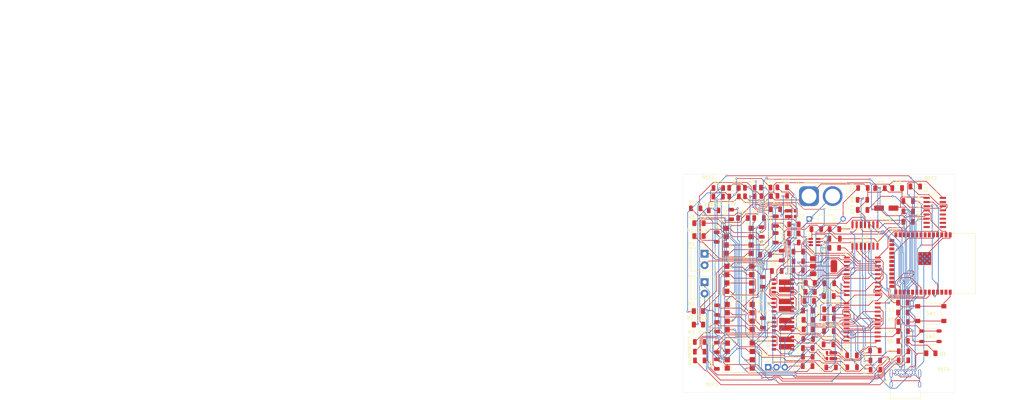
<source format=kicad_pcb>
(kicad_pcb (version 20240108) (generator "pcbnew") (generator_version "8.0")
  (layers (0 "F.Cu" signal) (31 "B.Cu" signal) (34 "B.Paste" user) (35 "F.Paste" user) (36 "B.SilkS" user "B.Silkscreen") (37 "F.SilkS" user "F.Silkscreen") (38 "B.Mask" user) (39 "F.Mask" user) (44 "Edge.Cuts" user))
  (net 0 "")
  (net 1 "/Vmot1_CCW")
  (net 2 "Net-(M1-+)")
  (net 3 "/Vmot2_CCW")
  (net 4 "Net-(M2-+)")
  (net 5 "/V_cur1-")
  (net 6 "/V_cur1+")
  (net 7 "/Vmot1_CW")
  (net 8 "/V_cur2-")
  (net 9 "/Vmot2_CW")
  (net 10 "/V_cur2+")
  (net 11 "+5V")
  (net 12 "GND")
  (net 13 "/GATE_LS2'")
  (net 14 "Net-(U6B--)")
  (net 15 "Net-(U6B-+)")
  (net 16 "Net-(R21-Pad1)")
  (net 17 "/RTS")
  (net 18 "+3.3V")
  (net 19 "Net-(D1-A)")
  (net 20 "Net-(J1-CC1)")
  (net 21 "Net-(J1-CC2)")
  (net 22 "/GATE_HS1")
  (net 23 "/GATE_LS1")
  (net 24 "/GATE_HS2")
  (net 25 "/GATE_LS1'")
  (net 26 "/GATE_LS2")
  (net 27 "/SRC_HS1")
  (net 28 "/SRC_HS2")
  (net 29 "/SRC_HS1'")
  (net 30 "/GATE_HS1'")
  (net 31 "/GATE_HS2'")
  (net 32 "/SRC_HS2'")
  (net 33 "/V_sense2")
  (net 34 "Net-(U8A--)")
  (net 35 "Net-(U8A-+)")
  (net 36 "/1.65V")
  (net 37 "/C_sense1")
  (net 38 "Net-(Q11-G)")
  (net 39 "Net-(U8B--)")
  (net 40 "Net-(U6A--)")
  (net 41 "/V_sense1")
  (net 42 "Net-(U6A-+)")
  (net 43 "Net-(R34-Pad1)")
  (net 44 "Net-(U8B-+)")
  (net 45 "Net-(R38-Pad2)")
  (net 46 "/C_sense2")
  (net 47 "/M39")
  (net 48 "/47")
  (net 49 "/D+")
  (net 50 "/D-")
  (net 51 "/M42")
  (net 52 "/2")
  (net 53 "/GPIO45_")
  (net 54 "/15")
  (net 55 "/10")
  (net 56 "/6")
  (net 57 "/DTR")
  (net 58 "/GPIO3_")
  (net 59 "/GPIO46_")
  (net 60 "/16")
  (net 61 "/17")
  (net 62 "/12")
  (net 63 "/11")
  (net 64 "/14")
  (net 65 "/8")
  (net 66 "/7")
  (net 67 "/21")
  (net 68 "/M40")
  (net 69 "/13")
  (net 70 "/UART_TX")
  (net 71 "/48")
  (net 72 "/M41")
  (net 73 "/9")
  (net 74 "/4")
  (net 75 "/18")
  (net 76 "/1")
  (net 77 "/UART_RX")
  (net 78 "/5")
  (net 79 "+BATT")
  (net 80 "Net-(J2-Pin_2)")
  (net 81 "Net-(U1-SW)")
  (net 82 "Net-(U1-BST)")
  (net 84 "Net-(U5-~{DTR})")
  (net 87 "Net-(U5-UD-)")
  (net 90 "Net-(U5-UD+)")
  (net 93 "Net-(U5-~{RTS})")
  (net 94 "/usb_5v")
  (net 95 "/C1'")
  (net 96 "/C2'")
  (net 97 "/C2''")
  (net 98 "/C1''")
  (net 99 "Net-(IC1-LR_OUT)")
  (net 100 "Net-(IC1-CP_OUT)")
  (net 101 "Net-(IC2-CP_OUT)")
  (net 102 "Net-(IC2-LR_OUT)")
  (net 103 "/M42_5V")
  (net 104 "/M41_5V")
  (net 105 "/M39_5V")
  (net 106 "/M40_5V")
  (net 107 "Net-(M1-CCW1-K)")
  (net 108 "Net-(M1-CCW1-A)")
  (net 109 "Net-(M1-CW1-A)")
  (net 110 "Net-(M1-CW1-K)")
  (net 111 "Net-(M2-CCW1-K)")
  (net 112 "Net-(M2-CCW1-A)")
  (net 113 "Net-(M2-CW1-A)")
  (net 114 "Net-(M2-CW1-K)")
  (net 115 "Net-(Q1-Pad4)")
  (net 116 "Net-(Q1-Pad2)")
  (net 117 "Net-(Q2-Pad2)")
  (net 118 "Net-(Q2-Pad4)")
  (net 119 "Net-(Q12-Pad2)")
  (net 120 "Net-(Q12-Pad4)")
  (net 121 "Net-(Q13-Pad2)")
  (net 122 "Net-(Q13-Pad4)")
  (footprint "Resistor_SMD:R_1206_3216Metric" (layer "F.Cu") (at 125.603 75.3979 90)
    (property "Reference" "R37")
    (property "Value" "10k" (hide yes))
  )
  (footprint "Resistor_SMD:R_1206_3216Metric" (layer "F.Cu") (at 121.2342 82.2853 90)
    (property "Reference" "R24")
    (property "Value" "10k" (hide yes))
  )
  (footprint "TerminalBlock_Phoenix:TerminalBlock_Phoenix_PT-1,5-2-3.5-H_1x02_P3.50mm_Horizontal" (layer "F.Cu") (at 117.5512 96.0172 -90)
    (property "Reference" "M2")
    (property "Value" "Motor_DC")
  )
  (footprint "Resistor_SMD:R_1206_3216Metric" (layer "F.Cu") (at 144.7038 81.1784)
    (property "Reference" "R14")
    (property "Value" "10" (hide yes))
  )
  (footprint "Capacitor_SMD:C_1206_3216Metric" (layer "F.Cu") (at 155.3954 110.9726)
    (property "Reference" "Ccp_out4")
    (property "Value" "470nF" (hide yes))
  )
  (footprint "MountingHole:MountingHole_2.1mm" (layer "F.Cu") (at 190.5 126.2126)
    (property "Reference" "REF4")
    (property "Value" "MountingHole_2.1mm" (hide yes))
  )
  (footprint "MountingHole:MountingHole_2.1mm" (layer "F.Cu") (at 190.3984 65.913)
    (property "Reference" "REF2")
    (property "Value" "MountingHole_2.1mm" (hide yes))
  )
  (footprint "Resistor_SMD:R_1206_3216Metric" (layer "F.Cu") (at 121.285 115.9256 90)
    (property "Reference" "R3")
    (property "Value" "10k" (hide yes))
  )
  (footprint "Resistor_SMD:R_1206_3216Metric" (layer "F.Cu") (at 121.3104 109.6371 90)
    (property "Reference" "R2")
    (property "Value" "10k" (hide yes))
  )
  (footprint "Resistor_SMD:R_1206_3216Metric" (layer "F.Cu") (at 121.7168 67.3354)
    (property "Reference" "R25")
    (property "Value" "10k" (hide yes))
  )
  (footprint "Capacitor_SMD:C_1206_3216Metric" (layer "F.Cu") (at 155.2702 115.0112)
    (property "Reference" "Ccp2")
    (property "Value" "33nF" (hide yes))
  )
  (footprint "Resistor_SMD:R_1206_3216Metric" (layer "F.Cu") (at 146.0861 89.7128)
    (property "Reference" "R11")
    (property "Value" "50" (hide yes))
  )
  (footprint "Capacitor_SMD:C_1206_3216Metric" (layer "F.Cu") (at 155.5224 96.393 180)
    (property "Reference" "Ccp_out1")
    (property "Value" "470nF" (hide yes))
  )
  (footprint "Capacitor_SMD:C_1206_3216Metric" (layer "F.Cu") (at 179.578 74.4474)
    (property "Reference" "C15")
    (property "Value" "10nF" (hide yes))
  )
  (footprint "TQM076NH04LDCR_RLG:TRANS_TQM076NH04LDCR_RLG" (layer "F.Cu") (at 141.3902 97.1726)
    (property "Reference" "Q1")
    (property "Value" "TQM076NH04LDCR_RLG" (hide yes))
  )
  (footprint "Capacitor_SMD:C_1206_3216Metric" (layer "F.Cu") (at 148.971 118.7704)
    (property "Reference" "C5")
    (property "Value" "0.1uF" (hide yes))
  )
  (footprint "Capacitor_SMD:C_1206_3216Metric" (layer "F.Cu") (at 179.5526 71.2978)
    (property "Reference" "C19")
    (property "Value" "100nF" (hide yes))
  )
  (footprint "Resistor_SMD:R_1206_3216Metric" (layer "F.Cu") (at 169.5811 122.7328)
    (property "Reference" "R17")
    (property "Value" "50" (hide yes))
  )
  (footprint "74HC125:SOIC-14" (layer "F.Cu") (at 170.2058 79.2734 180)
    (property "Reference" "IC3")
    (property "Value" "74HC125")
  )
  (footprint "Package_TO_SOT_SMD:TSOT-23-6" (layer "F.Cu") (at 151.0284 83.8059)
    (property "Reference" "U1")
    (property "Value" "AP63205WU" (hide yes))
  )
  (footprint "Resistor_SMD:R_1206_3216Metric" (layer "F.Cu") (at 146.05 92.4306)
    (property "Reference" "R12")
    (property "Value" "50" (hide yes))
  )
  (footprint "LED_SMD:LED_1206_3216Metric" (layer "F.Cu") (at 115.824 81.9912)
    (property "Reference" "M1-CCW1")
    (property "Value" "LED" (hide yes))
  )
  (footprint "Resistor_SMD:R_1206_3216Metric" (layer "F.Cu") (at 165.6187 70.9422)
    (property "Reference" "R8")
    (property "Value" "5k" (hide yes))
  )
  (footprint "Capacitor_SMD:C_1206_3216Metric" (layer "F.Cu") (at 155.3972 100.2792 180)
    (property "Reference" "Ccp_out2")
    (property "Value" "470nF" (hide yes))
  )
  (footprint "Package_TO_SOT_SMD:SOT-223-3_TabPin2" (layer "F.Cu") (at 153.7716 91.1727)
    (property "Reference" "U3")
    (property "Value" "AP7361C-33E")
  )
  (footprint "Capacitor_SMD:C_1206_3216Metric" (layer "F.Cu") (at 176.198 67.3608)
    (property "Reference" "C16")
    (property "Value" "1uF" (hide yes))
  )
  (footprint "Resistor_SMD:R_1206_3216Metric" (layer "F.Cu") (at 157.0482 85.598 180)
    (property "Reference" "R56")
    (property "Value" "50" (hide yes))
  )
  (footprint "Resistor_SMD:R_1206_3216Metric" (layer "F.Cu") (at 170.9527 67.3862)
    (property "Reference" "R7")
    (property "Value" "5k" (hide yes))
  )
  (footprint "Resistor_SMD:R_1206_3216Metric" (layer "F.Cu") (at 141.1478 67.1322)
    (property "Reference" "R32")
    (property "Value" "10k" (hide yes))
  )
  (footprint "Package_DIP:DIP-8_W7.62mm_SMDSocket_SmallPads" (layer "F.Cu") (at 128.2192 106.6546)
    (property "Reference" "U6")
    (property "Value" "LM358" (hide yes))
  )
  (footprint "Package_DIP:DIP-8_W7.62mm_SMDSocket_SmallPads" (layer "F.Cu") (at 127.9144 83.439)
    (property "Reference" "U4")
    (property "Value" "LM393" (hide yes))
  )
  (footprint "Capacitor_SMD:C_1206_3216Metric" (layer "F.Cu") (at 148.9692 116.1288)
    (property "Reference" "C3")
    (property "Value" "22uF" (hide yes))
  )
  (footprint "Resistor_SMD:R_1206_3216Metric" (layer "F.Cu") (at 144.7399 83.947 180)
    (property "Reference" "R9")
    (property "Value" "50" (hide yes))
  )
  (footprint "RF_Module:ESP32-S3-WROOM-1" (layer "F.Cu") (at 187.071 90.3478 -90)
    (property "Reference" "U2")
    (property "Value" "ESP32-S3-WROOM-1")
  )
  (footprint "Capacitor_SMD:CP_Elec_5x3" (layer "F.Cu") (at 172.8724 73.4568)
    (property "Reference" "C18")
    (property "Value" "10uF" (hide yes))
  )
  (footprint "LED_SMD:LED_1206_3216Metric" (layer "F.Cu") (at 115.6746 108.9914)
    (property "Reference" "M2-CW1")
    (property "Value" "LED" (hide yes))
  )
  (footprint "MC33883HEG:SOIC127P1030X265-20N" (layer "F.Cu") (at 165.5728 94.2594)
    (property "Reference" "IC1")
    (property "Value" "MC33883HEG")
  )
  (footprint "Button_Switch_SMD:SW_SPST_PTS645" (layer "F.Cu") (at 186.436 105.6386)
    (property "Reference" "SW1")
    (property "Value" "SW_SPST")
  )
  (footprint "Resistor_SMD:R_1206_3216Metric" (layer "F.Cu") (at 178.1155 119.8626)
    (property "Reference" "R39")
    (property "Value" "275" (hide yes))
  )
  (footprint "Diode_SMD:D_1206_3216Metric" (layer "F.Cu") (at 149.6538 99.0092)
    (property "Reference" "D4")
    (property "Value" "D_Schottky_Small" (hide yes))
  )
  (footprint "TQM076NH04LDCR_RLG:TRANS_TQM076NH04LDCR_RLG" (layer "F.Cu") (at 141.4156 114.6224)
    (property "Reference" "Q13")
    (property "Value" "TQM076NH04LDCR_RLG" (hide yes))
  )
  (footprint "Capacitor_SMD:C_1206_3216Metric" (layer "F.Cu") (at 149.3756 101.7778)
    (property "Reference" "C22")
    (property "Value" "10nF" (hide yes))
  )
  (footprint "Capacitor_SMD:C_1206_3216Metric" (layer "F.Cu") (at 141.0716 87.933 90)
    (property "Reference" "C21")
    (property "Value" "10nF" (hide yes))
  )
  (footprint "Resistor_SMD:R_1206_3216Metric" (layer "F.Cu") (at 131.2926 67.2592)
    (property "Reference" "R35")
    (property "Value" "10k" (hide yes))
  )
  (footprint "Resistor_SMD:R_1206_3216Metric" (layer "F.Cu") (at 134.112 76.454)
    (property "Reference" "R22")
    (property "Value" "275" (hide yes))
  )
  (footprint "Resistor_SMD:R_1206_3216Metric" (layer "F.Cu") (at 120.269 74.168)
    (property "Reference" "R38")
    (property "Value" "10k" (hide yes))
  )
  (footprint "Diode_SMD:D_1206_3216Metric" (layer "F.Cu") (at 149.7076 96.266)
    (property "Reference" "D3")
    (property "Value" "D_Schottky_Small" (hide yes))
  )
  (footprint "Resistor_SMD:R_1206_3216Metric" (layer "F.Cu") (at 129.2098 76.4794)
    (property "Reference" "R23")
    (property "Value" "10k" (hide yes))
  )
  (footprint "Capacitor_SMD:C_1206_3216Metric" (layer "F.Cu") (at 155.448 107.061)
    (property "Reference" "Ccp_out3")
    (property "Value" "470nF" (hide yes))
  )
  (footprint "Capacitor_SMD:C_1206_3216Metric" (layer "F.Cu") (at 149.0962 113.3856)
    (property "Reference" "C2")
    (property "Value" "0.1uF" (hide yes))
  )
  (footprint "Package_DIP:DIP-8_W7.62mm_SMDSocket_SmallPads" (layer "F.Cu") (at 128.2446 118.4402)
    (property "Reference" "U8")
    (property "Value" "LM358" (hide yes))
  )
  (footprint "Resistor_SMD:R_Shunt_Vishay_WSKW0612" (layer "F.Cu") (at 156.1592 118.4656 180)
    (property "Reference" "R18")
    (property "Value" "01m" (hide yes))
  )
  (footprint "Resistor_SMD:R_1206_3216Metric" (layer "F.Cu") (at 141.1986 69.723)
    (property "Reference" "R47")
    (property "Value" "470" (hide yes))
  )
  (footprint "Package_TO_SOT_THT:TO-220-3_Vertical" (layer "F.Cu") (at 136.8806 122.0014)
    (property "Reference" "Q11")
    (property "Value" "IRF4905")
  )
  (footprint "Capacitor_SMD:C_1206_3216Metric" (layer "F.Cu") (at 179.5526 77.6478)
    (property "Reference" "C14")
    (property "Value" "100nF" (hide yes))
  )
  (footprint "LED_SMD:LED_1206_3216Metric" (layer "F.Cu") (at 115.6492 104.8766)
    (property "Reference" "M2-CCW1")
    (property "Value" "LED" (hide yes))
  )
  (footprint "Resistor_SMD:R_1206_3216Metric" (layer "F.Cu") (at 177.9778 113.9952)
    (property "Reference" "R6")
    (property "Value" "50" (hide yes))
  )
  (footprint "Capacitor_SMD:C_1206_3216Metric" (layer "F.Cu") (at 139.5222 92.6338 180)
    (property "Reference" "C20")
    (property "Value" "10nF" (hide yes))
  )
  (footprint "Capacitor_SMD:C_1206_3216Metric" (layer "F.Cu") (at 181.7098 66.8782)
    (property "Reference" "C17")
    (property "Value" "100nF" (hide yes))
  )
  (footprint "MountingHole:MountingHole_2.1mm" (layer "F.Cu") (at 114.9604 126.1872)
    (property "Reference" "REF3")
    (property "Value" "MountingHole_2.1mm" (hide yes))
  )
  (footprint "Resistor_SMD:R_1206_3216Metric" (layer "F.Cu") (at 162.4437 118.364)
    (property "Reference" "R19")
    (property "Value" "50" (hide yes))
  )
  (footprint "Package_SO:SOIC-16_3.9x9.9mm_P1.27mm" (layer "F.Cu") (at 187.641 74.7776)
    (property "Reference" "U5")
    (property "Value" "CH340C")
  )
  (footprint "Capacitor_SMD:C_1206_3216Metric" (layer "F.Cu") (at 151.56 79.8576)
    (property "Reference" "C7")
    (property "Value" "4.7uF" (hide yes))
  )
  (footprint "Resistor_SMD:R_1206_3216Metric" (layer "F.Cu") (at 135.2296 95.9612 -90)
    (property "Reference" "R44")
    (property "Value" "100" (hide yes))
  )
  (footprint "Capacitor_SMD:C_1206_3216Metric" (layer "F.Cu") (at 148.9184 121.6406)
    (property "Reference" "C1")
    (property "Value" "10uF" (hide yes))
  )
  (footprint "Connector_AMASS:AMASS_XT60-M_1x02_P7.20mm_Vertical" (layer "F.Cu") (at 149.3402 69.7992)
    (property "Reference" "J2")
    (property "Value" "Conn_01x02_Socket")
  )
  (footprint "Resistor_SMD:R_1206_3216Metric" (layer "F.Cu") (at 136.0023 87.63)
    (property "Reference" "R46")
    (property "Value" "100" (hide yes))
  )
  (footprint "Resistor_SMD:R_1206_3216Metric" (layer "F.Cu") (at 139.0797 73.8124 180)
    (property "Reference" "R21")
    (property "Value" "10k" (hide yes))
  )
  (footprint "MountingHole:MountingHole_2.1mm" (layer "F.Cu") (at 114.9096 66.4718)
    (property "Reference" "REF1")
    (property "Value" "MountingHole_2.1mm" (hide yes))
  )
  (footprint "Resistor_SMD:R_1206_3216Metric" (layer "F.Cu") (at 114.8187 73.533)
    (property "Reference" "R41")
    (property "Value" "275" (hide yes))
  )
  (footprint "Capacitor_SMD:C_1206_3216Metric" (layer "F.Cu") (at 146.0736 86.741)
    (property "Reference" "C4")
    (property "Value" "22uF" (hide yes))
  )
  (footprint "Capacitor_SMD:C_1206_3216Metric" (layer "F.Cu") (at 177.927 102.3112)
    (property "Reference" "C10")
    (property "Value" "1uF" (hide yes))
  )
  (footprint "Resistor_SMD:R_Shunt_Vishay_WSKW0612" (layer "F.Cu") (at 143.7513 75.1626)
    (property "Reference" "R43")
    (property "Value" "01m" (hide yes))
  )
  (footprint "Inductor_SMD:L_1206_3216Metric" (layer "F.Cu") (at 157.1498 82.7786)
    (property "Reference" "L1")
    (property "Value" "4.7uH" (hide yes))
  )
  (footprint "Capacitor_SMD:C_1206_3216Metric" (layer "F.Cu") (at 177.9778 110.998)
    (property "Reference" "C12")
    (property "Value" "0.1uF" (hide yes))
  )
  (footprint "Resistor_SMD:R_1206_3216Metric" (layer "F.Cu") (at 169.5196 119.9388)
    (property "Reference" "R16")
    (property "Value" "50" (hide yes))
  )
  (footprint "Resistor_SMD:R_1206_3216Metric" (layer "F.Cu") (at 136.1547 67.2084)
    (property "Reference" "R33")
    (property "Value" "10k" (hide yes))
  )
  (footprint "Diode_SMD:D_1206_3216Metric" (layer "F.Cu") (at 149.1204 110.4138)
    (property "Reference" "D6")
    (property "Value" "D_Schottky_Small" (hide yes))
  )
  (footprint "TerminalBlock_Phoenix:TerminalBlock_Phoenix_PT-1,5-2-3.5-H_1x02_P3.50mm_Horizontal" (layer "F.Cu") (at 117.54 87.3786 -90)
    (property "Reference" "M1")
    (property "Value" "Motor_DC")
  )
  (footprint "Resistor_SMD:R_1206_3216Metric" (layer "F.Cu") (at 121.3358 104.5718 90)
    (property "Reference" "R1")
    (property "Value" "10k" (hide yes))
  )
  (footprint "Resistor_SMD:R_1206_3216Metric" (layer "F.Cu") (at 139.2428 77.4192 90)
    (property "Reference" "R36")
    (property "Value" "10k" (hide yes))
  )
  (footprint "Resistor_SMD:R_1206_3216Metric" (layer "F.Cu") (at 121.666 69.9516)
    (property "Reference" "R26")
    (property "Value" "275" (hide yes))
  )
  (footprint "MC33883HEG:SOIC127P1030X265-20N" (layer "F.Cu") (at 165.522 108.204)
    (property "Reference" "IC2")
    (property "Value" "MC33883HEG")
  )
  (footprint "TQM076NH04LDCR_RLG:TRANS_TQM076NH04LDCR_RLG" (layer "F.Cu") (at 141.449 108.8898)
    (property "Reference" "Q12")
    (property "Value" "TQM076NH04LDCR_RLG" (hide yes))
  )
  (footprint "Connector_USB:USB_C_Receptacle_GCT_USB4085" (layer "F.Cu") (at 175.7394 122.8988)
    (property "Reference" "J1")
    (property "Value" "USB_C_Receptacle_USB2.0_14P")
  )
  (footprint "Resistor_SMD:R_1206_3216Metric" (layer "F.Cu") (at 116.0165 114.3)
    (property "Reference" "R27")
    (property "Value" "10k" (hide yes))
  )
  (footprint "Resistor_SMD:R_1206_3216Metric" (layer "F.Cu") (at 165.7711 67.31)
    (property "Reference" "R29")
    (property "Value" "10k")
  )
  (footprint "Resistor_SMD:R_1206_3216Metric" (layer "F.Cu") (at 135.3058 108.4834 90)
    (property "Reference" "R45")
    (property "Value" "470" (hide yes))
  )
  (footprint "Resistor_SMD:R_1206_3216Metric" (layer "F.Cu") (at 126.5174 69.9008)
    (property "Reference" "R50")
    (property "Value" "100" (hide yes))
  )
  (footprint "Resistor_SMD:R_1206_3216Metric" (layer "F.Cu") (at 134.9502 80.7466 -90)
    (property "Reference" "R42")
    (property "Value" "470" (hide yes))
  )
  (footprint "Capacitor_SMD:C_1206_3216Metric" (layer "F.Cu") (at 149.02 104.6988)
    (property "Reference" "C23")
    (property "Value" "10nF" (hide yes))
  )
  (footprint "Capacitor_SMD:C_1206_3216Metric" (layer "F.Cu") (at 165.657 74.0156)
    (property "Reference" "C13")
    (property "Value" "100nF" (hide yes))
  )
  (footprint "Capacitor_SMD:C_1206_3216Metric" (layer "F.Cu") (at 177.927 105.3084)
    (property "Reference" "C11")
    (property "Value" "0.1uF" (hide yes))
  )
  (footprint "Resistor_SMD:R_1206_3216Metric" (layer "F.Cu") (at 178.0032 108.1786)
    (property "Reference" "R5")
    (property "Value" "10K" (hide yes))
  )
  (footprint "Resistor_SMD:R_1206_3216Metric" (layer "F.Cu") (at 116.0272 117.2464)
    (property "Reference" "R28")
    (property "Value" "275" (hide yes))
  )
  (footprint "Button_Switch_SMD:SW_SPST_PTS647_Sx38" (layer "F.Cu") (at 186.3344 112.5474)
    (property "Reference" "SW2")
    (property "Value" "SW_SPST")
  )
  (footprint "Resistor_SMD:R_1206_3216Metric" (layer "F.Cu") (at 144.7546 78.4098)
    (property "Reference" "R13")
    (property "Value" "10" (hide yes))
  )
  (footprint "Resistor_SMD:R_1206_3216Metric" (layer "F.Cu") (at 139.192 82.5246 90)
    (property "Reference" "R31")
    (property "Value" "275" (hide yes))
  )
  (footprint "Capacitor_SMD:C_1206_3216Metric" (layer "F.Cu") (at 157.099 79.8576)
    (property "Reference" "C6")
    (property "Value" "4.7uF" (hide yes))
  )
  (footprint "Resistor_SMD:R_1206_3216Metric" (layer "F.Cu") (at 116.0633 119.9134)
    (property "Reference" "R40")
    (property "Value" "10k" (hide yes))
  )
  (footprint "Resistor_SMD:R_1206_3216Metric" (layer "F.Cu") (at 136.2964 69.7992)
    (property "Reference" "R48")
    (property "Value" "100" (hide yes))
  )
  (footprint "Resistor_SMD:R_1206_3216Metric" (layer "F.Cu") (at 121.2596 121.0203 90)
    (property "Reference" "R4")
    (property "Value" "275" (hide yes))
  )
  (footprint "Package_DIP:DIP-8_W7.62mm_SMDSocket_SmallPads" (layer "F.Cu") (at 128.0922 95.0214)
    (property "Reference" "U10")
    (property "Value" "LM393" (hide yes))
  )
  (footprint "TQM076NH04LDCR_RLG:TRANS_TQM076NH04LDCR_RLG" (layer "F.Cu") (at 141.351 103.0224)
    (property "Reference" "Q2")
    (property "Value" "TQM076NH04LDCR_RLG" (hide yes))
  )
  (footprint "Resistor_SMD:R_1206_3216Metric" (layer "F.Cu") (at 126.492 67.2846)
    (property "Reference" "R34")
    (property "Value" "275" (hide yes))
  )
  (footprint "Resistor_SMD:R_1206_3216Metric" (layer "F.Cu") (at 169.418 116.8908)
    (property "Reference" "R15")
    (property "Value" "10" (hide yes))
  )
  (footprint "1N4740A:DIOAD1036W78L463D272" (layer "F.Cu") (at 154.559 76.7588)
    (property "Reference" "D7")
    (property "Value" "1N4740A")
  )
  (footprint "Resistor_SMD:R_1206_3216Metric" (layer "F.Cu") (at 156.0683 122.0216)
    (property "Reference" "R10")
    (property "Value" "50" (hide yes))
  )
  (footprint "Diode_SMD:D_1206_3216Metric" (layer "F.Cu") (at 149.098 107.5436)
    (property "Reference" "D5")
    (property "Value" "D_Schottky_Small" (hide yes))
  )
  (footprint "Capacitor_SMD:C_1206_3216Metric" (layer "F.Cu") (at 155.4226 104.3432)
    (property "Reference" "Ccp1")
    (property "Value" "33nF" (hide yes))
  )
  (footprint "Resistor_SMD:R_1206_3216Metric" (layer "F.Cu") (at 162.4838 121.9962)
    (property "Reference" "R20")
    (property "Value" "10" (hide yes))
  )
  (footprint "LED_SMD:LED_1206_3216Metric" (layer "F.Cu") (at 115.824 78.0542)
    (property "Reference" "M1-CW1")
    (property "Value" "LED" (hide yes))
  )
  (footprint "Resistor_SMD:R_1206_3216Metric" (layer "F.Cu") (at 178.1409 117.1194)
    (property "Reference" "R30")
    (property "Value" "10k" (hide yes))
  )
  (footprint "Resistor_SMD:R_1206_3216Metric" (layer "F.Cu") (at 131.318 69.85)
    (property "Reference" "R49")
    (property "Value" "470" (hide yes))
  )
  (footprint "LED_SMD:LED_1206_3216Metric" (layer "F.Cu") (at 186.4614 117.729)
    (property "Reference" "D1")
    (property "Value" "LED")
  )
  (gr_rect (start 111.0996 63.0174) (end 193.5988 129.6924) (stroke (width 0.05)) (fill none) (layer "Edge.Cuts"))
  (segment (start 142.3153 88.1643) (end 141.0716 89.408) (width 0.2) (layer "F.Cu") (net 1))
  (segment (start 145.405 104.2694) (end 142.043 104.2694) (width 0.2) (layer "F.Cu") (net 1))
  (segment (start 142.894 82.5627) (end 142.3153 83.1414) (width 0.2) (layer "F.Cu") (net 1))
  (segment (start 137.6885 99.6139) (end 137.8311 99.7565) (width 0.2) (layer "F.Cu") (net 1))
  (segment (start 144.622 100.1622) (end 145.405 100.9452) (width 0.2) (layer "F.Cu") (net 1))
  (segment (start 118.821 89.5976) (end 140.882 89.5976) (width 0.2) (layer "F.Cu") (net 1))
  (segment (start 139.6728 99.7565) (end 140.0785 100.1622) (width 0.2) (layer "F.Cu") (net 1))
  (segment (start 143.5263 68.9604) (end 144.8554 70.2895) (width 0.2) (layer "F.Cu") (net 1))
  (segment (start 137.8311 99.7565) (end 139.6728 99.7565) (width 0.2) (layer "F.Cu") (net 1))
  (segment (start 142.043 104.2694) (end 141.896 104.1224) (width 0.2) (layer "F.Cu") (net 1))
  (segment (start 143.5263 68.8692) (end 143.5263 68.9604) (width 0.2) (layer "F.Cu") (net 1))
  (segment (start 117.54 90.8786) (end 118.821 89.5976) (width 0.2) (layer "F.Cu") (net 1))
  (segment (start 143.2413 81.1784) (end 143.2413 82.5627) (width 0.2) (layer "F.Cu") (net 1))
  (segment (start 142.3153 83.1414) (end 142.3153 88.1643) (width 0.2) (layer "F.Cu") (net 1))
  (segment (start 137.6885 97.8076) (end 137.6885 99.6139) (width 0.2) (layer "F.Cu") (net 1))
  (segment (start 140.0785 100.1622) (end 144.622 100.1622) (width 0.2) (layer "F.Cu") (net 1))
  (segment (start 139.6853 67.1322) (end 141.0941 68.541) (width 0.2) (layer "F.Cu") (net 1))
  (segment (start 144.8554 70.2895) (end 145.1357 70.2895) (width 0.2) (layer "F.Cu") (net 1))
  (segment (start 138.6252 97.8076) (end 137.6885 97.8076) (width 0.2) (layer "F.Cu") (net 1))
  (segment (start 145.405 100.9452) (end 145.405 104.2694) (width 0.2) (layer "F.Cu") (net 1))
  (segment (start 140.882 89.5976) (end 141.0716 89.408) (width 0.2) (layer "F.Cu") (net 1))
  (segment (start 141.0941 68.541) (end 143.1981 68.541) (width 0.2) (layer "F.Cu") (net 1))
  (segment (start 143.1981 68.541) (end 143.5263 68.8692) (width 0.2) (layer "F.Cu") (net 1))
  (segment (start 143.2413 82.5627) (end 145.4098 82.5627) (width 0.2) (layer "F.Cu") (net 1))
  (segment (start 143.2413 82.5627) (end 142.894 82.5627) (width 0.2) (layer "F.Cu") (net 1))
  (via (at 145.1357 70.2895) (size 0.6) (drill 0.3) (layers "F.Cu" "B.Cu") (net 1))
  (via (at 145.4098 82.5627) (size 0.6) (drill 0.3) (layers "F.Cu" "B.Cu") (net 1))
  (via (at 145.405 104.2694) (size 0.6) (drill 0.3) (layers "F.Cu" "B.Cu") (net 1))
  (segment (start 143.672 84.3005) (end 145.4098 82.5627) (width 0.2) (layer "B.Cu") (net 1))
  (segment (start 143.672 102.5364) (end 143.672 84.3005) (width 0.2) (layer "B.Cu") (net 1))
  (segment (start 145.405 104.2694) (end 143.672 102.5364) (width 0.2) (layer "B.Cu") (net 1))
  (segment (start 145.4098 70.5636) (end 145.1357 70.2895) (width 0.2) (layer "B.Cu") (net 1))
  (segment (start 145.4098 82.5627) (end 145.4098 70.5636) (width 0.2) (layer "B.Cu") (net 1))
  (segment (start 120.8405 89.1774) (end 119.0417 87.3786) (width 0.2) (layer "F.Cu") (net 2))
  (segment (start 141.7341 74.2776) (end 141.7341 74.901) (width 0.2) (layer "F.Cu") (net 2))
  (segment (start 135.779 88.1778) (end 134.7794 89.1774) (width 0.2) (layer "F.Cu") (net 2))
  (segment (start 117.54 87.3786) (end 119.0417 87.3786) (width 0.2) (layer "F.Cu") (net 2))
  (segment (start 134.7794 89.1774) (end 120.8405 89.1774) (width 0.2) (layer "F.Cu") (net 2))
  (segment (start 143.1793 74.2776) (end 141.7341 74.2776) (width 0.2) (layer "F.Cu") (net 2))
  (segment (start 141.7341 74.901) (end 140.9001 75.735) (width 0.2) (layer "F.Cu") (net 2))
  (segment (start 135.779 87.3295) (end 135.779 88.1778) (width 0.2) (layer "F.Cu") (net 2))
  (via (at 140.9001 75.735) (size 0.6) (drill 0.3) (layers "F.Cu" "B.Cu") (net 2))
  (via (at 135.779 87.3295) (size 0.6) (drill 0.3) (layers "F.Cu" "B.Cu") (net 2))
  (segment (start 138.8366 72.8055) (end 138.3003 73.3418) (width 0.2) (layer "B.Cu") (net 2))
  (segment (start 138.3003 84.8082) (end 135.779 87.3295) (width 0.2) (layer "B.Cu") (net 2))
  (segment (start 138.3003 73.3418) (end 138.3003 84.8082) (width 0.2) (layer "B.Cu") (net 2))
  (segment (start 140.9001 75.735) (end 140.9001 74.3678) (width 0.2) (layer "B.Cu") (net 2))
  (segment (start 139.3378 72.8055) (end 138.8366 72.8055) (width 0.2) (layer "B.Cu") (net 2))
  (segment (start 140.9001 74.3678) (end 139.3378 72.8055) (width 0.2) (layer "B.Cu") (net 2))
  (segment (start 132.8894 109.2693) (end 131.0121 109.2693) (width 0.2) (layer "F.Cu") (net 3))
  (segment (start 138.2157 109.5248) (end 137.7473 109.5248) (width 0.2) (layer "F.Cu") (net 3))
  (segment (start 119.9395 104.638) (end 121.3358 106.0343) (width 0.2) (layer "F.Cu") (net 3))
  (segment (start 138.684 109.5248) (end 139.6207 109.5248) (width 0.2) (layer "F.Cu") (net 3))
  (segment (start 161.0213 121.9962) (end 159.2351 120.21) (width 0.2) (layer "F.Cu") (net 3))
  (segment (start 136.461 110.8111) (end 134.4312 110.8111) (width 0.2) (layer "F.Cu") (net 3))
  (segment (start 139.6207 109.5248) (end 139.6207 107.1242) (width 0.2) (layer "F.Cu") (net 3))
  (segment (start 148.6997 104.6988) (end 148.7589 104.6396) (width 0.2) (layer "F.Cu") (net 3))
  (segment (start 151.5385 117.4353) (end 149.6131 117.4353) (width 0.2) (layer "F.Cu") (net 3))
  (segment (start 146.5431 105.7007) (end 147.545 104.6988) (width 0.2) (layer "F.Cu") (net 3))
  (segment (start 147.545 104.6988) (end 148.6997 104.6988) (width 0.2) (layer "F.Cu") (net 3))
  (segment (start 145.6792 114.982) (end 144.9388 115.7224) (width 0.2) (layer "F.Cu") (net 3))
  (segment (start 154.3132 120.21) (end 151.5385 117.4353) (width 0.2) (layer "F.Cu") (net 3))
  (segment (start 134.4312 110.8111) (end 132.8894 109.2693) (width 0.2) (layer "F.Cu") (net 3))
  (segment (start 121.9828 106.6813) (end 121.3358 106.0343) (width 0.2) (layer "F.Cu") (net 3))
  (segment (start 139.6207 107.1242) (end 141.0442 105.7007) (width 0.2) (layer "F.Cu") (net 3))
  (segment (start 149.6131 117.4353) (end 148.6645 116.4867) (width 0.2) (layer "F.Cu") (net 3))
  (segment (start 128.4241 106.6813) (end 121.9828 106.6813) (width 0.2) (layer "F.Cu") (net 3))
  (segment (start 138.2157 109.5248) (end 138.684 109.5248) (width 0.2) (layer "F.Cu") (net 3))
  (segment (start 137.7473 109.5248) (end 136.461 110.8111) (width 0.2) (layer "F.Cu") (net 3))
  (segment (start 131.0121 109.2693) (end 128.4241 106.6813) (width 0.2) (layer "F.Cu") (net 3))
  (segment (start 118.2274 104.638) (end 119.9395 104.638) (width 0.2) (layer "F.Cu") (net 3))
  (segment (start 141.0442 105.7007) (end 146.5431 105.7007) (width 0.2) (layer "F.Cu") (net 3))
  (segment (start 144.9388 115.7224) (end 141.9606 115.7224) (width 0.2) (layer "F.Cu") (net 3))
  (segment (start 159.2351 120.21) (end 154.3132 120.21) (width 0.2) (layer "F.Cu") (net 3))
  (via (at 148.7589 104.6396) (size 0.6) (drill 0.3) (layers "F.Cu" "B.Cu") (net 3))
  (via (at 118.2274 104.638) (size 0.6) (drill 0.3) (layers "F.Cu" "B.Cu") (net 3))
  (via (at 145.6792 114.982) (size 0.6) (drill 0.3) (layers "F.Cu" "B.Cu") (net 3))
  (via (at 148.6645 116.4867) (size 0.6) (drill 0.3) (layers "F.Cu" "B.Cu") (net 3))
  (segment (start 148.7589 111.9023) (end 145.6792 114.982) (width 0.2) (layer "B.Cu") (net 3))
  (segment (start 143.1283 118.116) (end 143.1283 117.5329) (width 0.2) (layer "B.Cu") (net 3))
  (segment (start 148.6645 116.4867) (end 146.667 118.4842) (width 0.2) (layer "B.Cu") (net 3))
  (segment (start 146.667 118.4842) (end 143.4965 118.4842) (width 0.2) (layer "B.Cu") (net 3))
  (segment (start 117.5512 103.9618) (end 118.2274 104.638) (width 0.2) (layer "B.Cu") (net 3))
  (segment (start 148.7589 104.6396) (end 148.7589 111.9023) (width 0.2) (layer "B.Cu") (net 3))
  (segment (start 143.1283 117.5329) (end 145.6792 114.982) (width 0.2) (layer "B.Cu") (net 3))
  (segment (start 117.5512 99.5172) (end 117.5512 103.9618) (width 0.2) (layer "B.Cu") (net 3))
  (segment (start 143.4965 118.4842) (end 143.1283 118.116) (width 0.2) (layer "B.Cu") (net 3))
  (segment (start 141.2588 126.2395) (end 140.1633 125.144) (width 0.2) (layer "F.Cu") (net 4))
  (segment (start 156.3179 126.2395) (end 141.2588 126.2395) (width 0.2) (layer "F.Cu") (net 4))
  (segment (start 158.7542 119.3506) (end 158.8939 119.4903) (width 0.2) (layer "F.Cu") (net 4))
  (segment (start 138.7592 125.144) (end 137.9992 125.904) (width 0.2) (layer "F.Cu") (net 4))
  (segment (start 118.7886 122.3484) (end 118.7886 122.2701) (width 0.2) (layer "F.Cu") (net 4))
  (segment (start 156.7312 119.3506) (end 158.7542 119.3506) (width 0.2) (layer "F.Cu") (net 4))
  (segment (start 140.1633 125.144) (end 138.7592 125.144) (width 0.2) (layer "F.Cu") (net 4))
  (segment (start 118.7886 122.2701) (end 118.7885 122.2701) (width 0.2) (layer "F.Cu") (net 4))
  (segment (start 137.9992 125.904) (end 122.3442 125.904) (width 0.2) (layer "F.Cu") (net 4))
  (segment (start 122.3442 125.904) (end 118.7886 122.3484) (width 0.2) (layer "F.Cu") (net 4))
  (via (at 118.7885 122.2701) (size 0.6) (drill 0.3) (layers "F.Cu" "B.Cu") (net 4))
  (via (at 158.8939 119.4903) (size 0.6) (drill 0.3) (layers "F.Cu" "B.Cu") (net 4))
  (via (at 156.3179 126.2395) (size 0.6) (drill 0.3) (layers "F.Cu" "B.Cu") (net 4))
  (segment (start 118.5542 105.1621) (end 119.0529 104.6634) (width 0.2) (layer "B.Cu") (net 4))
  (segment (start 118.5542 122.0358) (end 118.5542 105.1621) (width 0.2) (layer "B.Cu") (net 4))
  (segment (start 117.739 97.5189) (end 117.5512 97.5189) (width 0.2) (layer "B.Cu") (net 4))
  (segment (start 117.5512 96.0172) (end 117.5512 97.5189) (width 0.2) (layer "B.Cu") (net 4))
  (segment (start 118.7885 122.2701) (end 118.5542 122.0358) (width 0.2) (layer "B.Cu") (net 4))
  (segment (start 119.0529 104.6634) (end 119.0529 98.8328) (width 0.2) (layer "B.Cu") (net 4))
  (segment (start 158.8939 123.6635) (end 158.8939 119.4903) (width 0.2) (layer "B.Cu") (net 4))
  (segment (start 119.0529 98.8328) (end 117.739 97.5189) (width 0.2) (layer "B.Cu") (net 4))
  (segment (start 156.3179 126.2395) (end 158.8939 123.6635) (width 0.2) (layer "B.Cu") (net 4))
  (segment (start 136.0242 72.8989) (end 136.7303 72.1928) (width 0.2) (layer "F.Cu") (net 5))
  (segment (start 136.7303 72.1928) (end 144.372 72.1928) (width 0.2) (layer "F.Cu") (net 5))
  (segment (start 132.1221 72.2163) (end 133.7222 72.2163) (width 0.2) (layer "F.Cu") (net 5))
  (segment (start 133.7222 72.2163) (end 134.4048 72.8989) (width 0.2) (layer "F.Cu") (net 5))
  (segment (start 134.4048 72.8989) (end 136.0242 72.8989) (width 0.2) (layer "F.Cu") (net 5))
  (segment (start 145.0853 76.0476) (end 145.768 76.0476) (width 0.2) (layer "F.Cu") (net 5))
  (segment (start 145.768 73.5888) (end 145.768 76.0476) (width 0.2) (layer "F.Cu") (net 5))
  (segment (start 144.372 72.1928) (end 145.768 73.5888) (width 0.2) (layer "F.Cu") (net 5))
  (segment (start 127.859 76.4794) (end 132.1221 72.2163) (width 0.2) (layer "F.Cu") (net 5))
  (segment (start 127.7473 76.4794) (end 127.859 76.4794) (width 0.2) (layer "F.Cu") (net 5))
  (segment (start 121.6568 76.8376) (end 122.9935 78.1743) (width 0.2) (layer "F.Cu") (net 6))
  (segment (start 128.7834 77.1893) (end 128.7834 76.6493) (width 0.2) (layer "F.Cu") (net 6))
  (segment (start 136.8767 72.6145) (end 135.9905 73.5007) (width 0.2) (layer "F.Cu") (net 6))
  (segment (start 128.7834 76.6493) (end 130.2209 75.2118) (width 0.2) (layer "F.Cu") (net 6))
  (segment (start 116.6591 76.8376) (end 121.6568 76.8376) (width 0.2) (layer "F.Cu") (net 6))
  (segment (start 116.253 77.2437) (end 116.6591 76.8376) (width 0.2) (layer "F.Cu") (net 6))
  (segment (start 135.9905 73.5007) (end 134.2296 73.5007) (width 0.2) (layer "F.Cu") (net 6))
  (segment (start 120.7823 83.2959) (end 116.7443 83.2959) (width 0.2) (layer "F.Cu") (net 6))
  (segment (start 123.876 77.79) (end 128.1827 77.79) (width 0.2) (layer "F.Cu") (net 6))
  (segment (start 130.2209 75.2118) (end 133.5823 75.2118) (width 0.2) (layer "F.Cu") (net 6))
  (segment (start 121.2342 83.7478) (end 120.7823 83.2959) (width 0.2) (layer "F.Cu") (net 6))
  (segment (start 145.0853 74.2776) (end 145.0853 74.0987) (width 0.2) (layer "F.Cu") (net 6))
  (segment (start 116.7443 83.2959) (end 116.253 82.8046) (width 0.2) (layer "F.Cu") (net 6))
  (segment (start 145.0853 74.0987) (end 143.6011 72.6145) (width 0.2) (layer "F.Cu") (net 6))
  (segment (start 128.1827 77.79) (end 128.7834 77.1893) (width 0.2) (layer "F.Cu") (net 6))
  (segment (start 116.253 82.8046) (end 116.253 77.2437) (width 0.2) (layer "F.Cu") (net 6))
  (segment (start 143.6011 72.6145) (end 136.8767 72.6145) (width 0.2) (layer "F.Cu") (net 6))
  (segment (start 122.9935 78.1743) (end 123.4918 78.1743) (width 0.2) (layer "F.Cu") (net 6))
  (segment (start 123.876 77.7901) (end 123.876 77.79) (width 0.2) (layer "F.Cu") (net 6))
  (segment (start 123.4918 78.1743) (end 123.876 77.7901) (width 0.2) (layer "F.Cu") (net 6))
  (via (at 133.5823 75.2118) (size 0.6) (drill 0.3) (layers "F.Cu" "B.Cu") (net 6))
  (via (at 134.2296 73.5007) (size 0.6) (drill 0.3) (layers "F.Cu" "B.Cu") (net 6))
  (segment (start 134.2296 74.5645) (end 134.2296 73.5007) (width 0.2) (layer "B.Cu") (net 6))
  (segment (start 133.5823 75.2118) (end 134.2296 74.5645) (width 0.2) (layer "B.Cu") (net 6))
  (segment (start 141.1149 101.9224) (end 141.896 101.9224) (width 0.2) (layer "F.Cu") (net 7))
  (segment (start 134.75 67.2662) (end 134.6922 67.2084) (width 0.2) (layer "F.Cu") (net 7))
  (segment (start 138.6252 95.2676) (end 137.7894 95.2676) (width 0.2) (layer "F.Cu") (net 7))
  (segment (start 137.6885 92.9925) (end 138.0472 92.6338) (width 0.2) (layer "F.Cu") (net 7))
  (segment (start 137.4905 92.0771) (end 135.0554 92.0771) (width 0.2) (layer "F.Cu") (net 7))
  (segment (start 137.69 95.2676) (end 137.6885 95.2676) (width 0.2) (layer "F.Cu") (net 7))
  (segment (start 137.2868 95.6693) (end 137.2868 99.7802) (width 0.2) (layer "F.Cu") (net 7))
  (segment (start 139.43 100.2375) (end 141.1149 101.9224) (width 0.2) (layer "F.Cu") (net 7))
  (segment (start 136.0345 67.2662) (end 134.75 67.2662) (width 0.2) (layer "F.Cu") (net 7))
  (segment (start 138.0472 92.6338) (end 137.4905 92.0771) (width 0.2) (layer "F.Cu") (net 7))
  (segment (start 143.1798 76.8817) (end 143.1798 76.0476) (width 0.2) (layer "F.Cu") (net 7))
  (segment (start 137.7441 100.2375) (end 139.43 100.2375) (width 0.2) (layer "F.Cu") (net 7))
  (segment (start 143.1798 76.8817) (end 137.0377 76.8817) (width 0.2) (layer "F.Cu") (net 7))
  (segment (start 144.689 76.8817) (end 143.1798 76.8817) (width 0.2) (layer "F.Cu") (net 7))
  (segment (start 137.2868 99.7802) (end 137.7441 100.2375) (width 0.2) (layer "F.Cu") (net 7))
  (segment (start 137.6885 95.2676) (end 137.6885 92.9925) (width 0.2) (layer "F.Cu") (net 7))
  (segment (start 137.6885 95.2676) (end 137.2868 95.6693) (width 0.2) (layer "F.Cu") (net 7))
  (segment (start 146.2171 78.4098) (end 144.689 76.8817) (width 0.2) (layer "F.Cu") (net 7))
  (segment (start 137.7894 95.2676) (end 137.69 95.2676) (width 0.2) (layer "F.Cu") (net 7))
  (via (at 135.0554 92.0771) (size 0.6) (drill 0.3) (layers "F.Cu" "B.Cu") (net 7))
  (via (at 137.0377 76.8817) (size 0.6) (drill 0.3) (layers "F.Cu" "B.Cu") (net 7))
  (via (at 136.0345 67.2662) (size 0.6) (drill 0.3) (layers "F.Cu" "B.Cu") (net 7))
  (segment (start 137.0377 68.2694) (end 137.0377 76.8817) (width 0.2) (layer "B.Cu") (net 7))
  (segment (start 134.8857 91.2038) (end 135.052 91.3701) (width 0.2) (layer "B.Cu") (net 7))
  (segment (start 134.6503 90.9684) (end 134.8857 91.2038) (width 0.2) (layer "B.Cu") (net 7))
  (segment (start 137.0377 76.8817) (end 137.0377 84.7331) (width 0.2) (layer "B.Cu") (net 7))
  (segment (start 135.052 92.0737) (end 135.0554 92.0771) (width 0.2) (layer "B.Cu") (net 7))
  (segment (start 135.052 91.3701) (end 135.052 92.0737) (width 0.2) (layer "B.Cu") (net 7))
  (segment (start 137.0377 84.7331) (end 134.6503 87.1205) (width 0.2) (layer "B.Cu") (net 7))
  (segment (start 134.8857 91.2038) (end 135.052 91.3701) (width 0.2) (layer "B.Cu") (net 7))
  (segment (start 136.0345 67.2662) (end 137.0377 68.2694) (width 0.2) (layer "B.Cu") (net 7))
  (segment (start 134.6503 87.1205) (end 134.6503 90.9684) (width 0.2) (layer "B.Cu") (net 7))
  (segment (start 162.5243 119.9544) (end 162.4568 119.8869) (width 0.2) (layer "F.Cu") (net 8))
  (segment (start 161.7759 119.9734) (end 160.12 119.9734) (width 0.2) (layer "F.Cu") (net 8))
  (segment (start 160.12 119.9734) (end 159.4956 119.349) (width 0.2) (layer "F.Cu") (net 8))
  (segment (start 176.6784 117.1194) (end 173.2274 117.1194) (width 0.2) (layer "F.Cu") (net 8))
  (segment (start 158.426 118.3873) (end 154.8252 118.3873) (width 0.2) (layer "F.Cu") (net 8))
  (segment (start 158.9273 118.8886) (end 158.426 118.3873) (width 0.2) (layer "F.Cu") (net 8))
  (segment (start 159.1431 118.8886) (end 158.9273 118.8886) (width 0.2) (layer "F.Cu") (net 8))
  (segment (start 154.8252 117.5806) (end 154.8252 118.3873) (width 0.2) (layer "F.Cu") (net 8))
  (segment (start 173.2274 117.1194) (end 172.1107 118.2361) (width 0.2) (layer "F.Cu") (net 8))
  (segment (start 171.9459 118.4009) (end 172.1107 118.2361) (width 0.2) (layer "F.Cu") (net 8))
  (segment (start 171.9459 118.4009) (end 166.2194 118.4009) (width 0.2) (layer "F.Cu") (net 8))
  (segment (start 162.4568 119.8869) (end 161.8624 119.8869) (width 0.2) (layer "F.Cu") (net 8))
  (segment (start 159.4956 119.349) (end 159.4956 119.2411) (width 0.2) (layer "F.Cu") (net 8))
  (segment (start 166.2194 118.4009) (end 164.6659 119.9544) (width 0.2) (layer "F.Cu") (net 8))
  (segment (start 164.6659 119.9544) (end 162.5243 119.9544) (width 0.2) (layer "F.Cu") (net 8))
  (segment (start 171.9459 118.4009) (end 172.1107 118.2361) (width 0.2) (layer "F.Cu") (net 8))
  (segment (start 161.8624 119.8869) (end 161.7759 119.9734) (width 0.2) (layer "F.Cu") (net 8))
  (segment (start 159.4956 119.2411) (end 159.1431 118.8886) (width 0.2) (layer "F.Cu") (net 8))
  (segment (start 162.6906 119.5527) (end 164.4586 119.5527) (width 0.2) (layer "F.Cu") (net 9))
  (segment (start 153.4606 116.6148) (end 155.7649 116.6148) (width 0.2) (layer "F.Cu") (net 9))
  (segment (start 158.4031 117.5806) (end 160.3942 119.5717) (width 0.2) (layer "F.Cu") (net 9))
  (segment (start 133.0116 111.5089) (end 132.9542 111.5663) (width 0.2) (layer "F.Cu") (net 9))
  (segment (start 148.797 114.61) (end 151.4558 114.61) (width 0.2) (layer "F.Cu") (net 9))
  (segment (start 141.0217 113.5224) (end 139.2554 111.7561) (width 0.2) (layer "F.Cu") (net 9))
  (segment (start 161.6961 119.4852) (end 162.6231 119.4852) (width 0.2) (layer "F.Cu") (net 9))
  (segment (start 138.9074 106.7614) (end 138.9074 106.0557) (width 0.2) (layer "F.Cu") (net 9))
  (segment (start 139.0082 111.7561) (end 138.761 111.5089) (width 0.2) (layer "F.Cu") (net 9))
  (segment (start 141.9606 113.5224) (end 141.0217 113.5224) (width 0.2) (layer "F.Cu") (net 9))
  (segment (start 156.7307 117.5806) (end 158.1759 117.5806) (width 0.2) (layer "F.Cu") (net 9))
  (segment (start 158.1759 117.5806) (end 158.4031 117.5806) (width 0.2) (layer "F.Cu") (net 9))
  (segment (start 148.797 114.61) (end 146.1581 114.61) (width 0.2) (layer "F.Cu") (net 9))
  (segment (start 138.761 111.5089) (end 133.0116 111.5089) (width 0.2) (layer "F.Cu") (net 9))
  (segment (start 166.7261 116.3787) (end 167.4014 115.7034) (width 0.2) (layer "F.Cu") (net 9))
  (segment (start 164.4586 119.5527) (end 165.216 118.7953) (width 0.2) (layer "F.Cu") (net 9))
  (segment (start 162.6231 119.4852) (end 162.6906 119.5527) (width 0.2) (layer "F.Cu") (net 9))
  (segment (start 132.9542 111.5663) (end 121.7771 111.5663) (width 0.2) (layer "F.Cu") (net 9))
  (segment (start 166.4333 116.3787) (end 166.7261 116.3787) (width 0.2) (layer "F.Cu") (net 9))
  (segment (start 155.7649 116.6148) (end 156.7307 117.5806) (width 0.2) (layer "F.Cu") (net 9))
  (segment (start 151.4558 114.61) (end 153.4606 116.6148) (width 0.2) (layer "F.Cu") (net 9))
  (segment (start 165.216 117.596) (end 166.4333 116.3787) (width 0.2) (layer "F.Cu") (net 9))
  (segment (start 138.684 106.9848) (end 138.9074 106.7614) (width 0.2) (layer "F.Cu") (net 9))
  (segment (start 139.2554 111.7561) (end 139.0082 111.7561) (width 0.2) (layer "F.Cu") (net 9))
  (segment (start 145.0705 113.5224) (end 141.9606 113.5224) (width 0.2) (layer "F.Cu") (net 9))
  (segment (start 165.216 118.7953) (end 165.216 117.596) (width 0.2) (layer "F.Cu") (net 9))
  (segment (start 146.1581 114.61) (end 145.0705 113.5224) (width 0.2) (layer "F.Cu") (net 9))
  (segment (start 160.3942 119.5717) (end 161.6096 119.5717) (width 0.2) (layer "F.Cu") (net 9))
  (segment (start 167.4014 115.7034) (end 169.6931 115.7034) (width 0.2) (layer "F.Cu") (net 9))
  (segment (start 121.7771 111.5663) (end 121.3104 111.0996) (width 0.2) (layer "F.Cu") (net 9))
  (segment (start 151.4252 102.3524) (end 151.4252 103.3102) (width 0.2) (layer "F.Cu") (net 9))
  (segment (start 150.8506 101.7778) (end 151.4252 102.3524) (width 0.2) (layer "F.Cu") (net 9))
  (segment (start 161.6096 119.5717) (end 161.6961 119.4852) (width 0.2) (layer "F.Cu") (net 9))
  (segment (start 169.6931 115.7034) (end 170.8805 116.8908) (width 0.2) (layer "F.Cu") (net 9))
  (via (at 139.0082 111.7561) (size 0.6) (drill 0.3) (layers "F.Cu" "B.Cu") (net 9))
  (via (at 138.9074 106.0557) (size 0.6) (drill 0.3) (layers "F.Cu" "B.Cu") (net 9))
  (via (at 151.4252 103.3102) (size 0.6) (drill 0.3) (layers "F.Cu" "B.Cu") (net 9))
  (via (at 148.797 114.61) (size 0.6) (drill 0.3) (layers "F.Cu" "B.Cu") (net 9))
  (segment (start 138.9074 111.6553) (end 139.0082 111.7561) (width 0.2) (layer "B.Cu") (net 9))
  (segment (start 138.9074 106.0557) (end 138.9074 111.6553) (width 0.2) (layer "B.Cu") (net 9))
  (segment (start 149.2858 114.61) (end 148.797 114.61) (width 0.2) (layer "B.Cu") (net 9))
  (segment (start 151.1532 112.7426) (end 149.2858 114.61) (width 0.2) (layer "B.Cu") (net 9))
  (segment (start 151.4252 103.3102) (end 151.1532 103.5822) (width 0.2) (layer "B.Cu") (net 9))
  (segment (start 151.1532 103.5822) (end 151.1532 112.7426) (width 0.2) (layer "B.Cu") (net 9))
  (segment (start 133.4712 115.7471) (end 128.1027 115.7471) (width 0.2) (layer "F.Cu") (net 10))
  (segment (start 123.6005 77.2147) (end 123.2426 77.5726) (width 0.2) (layer "F.Cu") (net 10))
  (segment (start 134.01 116.2859) (end 133.4712 115.7471) (width 0.2) (layer "F.Cu") (net 10))
  (segment (start 128.1027 115.7471) (end 126.6169 114.2613) (width 0.2) (layer "F.Cu") (net 10))
  (segment (start 154.1425 119.3506) (end 154.1425 118.8606) (width 0.2) (layer "F.Cu") (net 10))
  (segment (start 125.603 76.8604) (end 125.2487 77.2147) (width 0.2) (layer "F.Cu") (net 10))
  (segment (start 125.2487 77.2147) (end 123.6005 77.2147) (width 0.2) (layer "F.Cu") (net 10))
  (segment (start 154.1425 118.8606) (end 152.0615 116.7796) (width 0.2) (layer "F.Cu") (net 10))
  (segment (start 154.8252 119.3506) (end 154.1425 119.3506) (width 0.2) (layer "F.Cu") (net 10))
  (via (at 134.01 116.2859) (size 0.6) (drill 0.3) (layers "F.Cu" "B.Cu") (net 10))
  (via (at 123.2426 77.5726) (size 0.6) (drill 0.3) (layers "F.Cu" "B.Cu") (net 10))
  (via (at 152.0615 116.7796) (size 0.6) (drill 0.3) (layers "F.Cu" "B.Cu") (net 10))
  (via (at 126.6169 114.2613) (size 0.6) (drill 0.3) (layers "F.Cu" "B.Cu") (net 10))
  (segment (start 145.11 123.7311) (end 136.2195 123.7311) (width 0.2) (layer "B.Cu") (net 10))
  (segment (start 134.8614 122.373) (end 134.8614 117.1373) (width 0.2) (layer "B.Cu") (net 10))
  (segment (start 123.2426 80.5287) (end 123.2426 77.5726) (width 0.2) (layer "B.Cu") (net 10))
  (segment (start 134.8614 117.1373) (end 134.01 116.2859) (width 0.2) (layer "B.Cu") (net 10))
  (segment (start 136.2195 123.7311) (end 134.8614 122.373) (width 0.2) (layer "B.Cu") (net 10))
  (segment (start 126.6169 114.2613) (end 123.6452 111.2896) (width 0.2) (layer "B.Cu") (net 10))
  (segment (start 123.6452 80.9313) (end 123.2426 80.5287) (width 0.2) (layer "B.Cu") (net 10))
  (segment (start 152.0615 116.7796) (end 145.11 123.7311) (width 0.2) (layer "B.Cu") (net 10))
  (segment (start 123.6452 111.2896) (end 123.6452 80.9313) (width 0.2) (layer "B.Cu") (net 10))
  (segment (start 147.496 116.1288) (end 147.4942 116.1288) (width 0.2) (layer "F.Cu") (net 11))
  (segment (start 150.6216 88.8727) (end 148.4899 86.741) (width 0.2) (layer "F.Cu") (net 11))
  (segment (start 170.2058 85.1281) (end 170.2058 83.8104) (width 0.2) (layer "F.Cu") (net 11))
  (segment (start 147.1469 86.3393) (end 147.5486 86.741) (width 0.2) (layer "F.Cu") (net 11))
  (segment (start 174.723 67.3608) (end 173.8768 66.5146) (width 0.2) (layer "F.Cu") (net 11))
  (segment (start 178.4258 80.14) (end 180.1392 78.4266) (width 0.2) (layer "F.Cu") (net 11))
  (segment (start 170.2857 73.8435) (end 170.6724 73.4568) (width 0.2) (layer "F.Cu") (net 11))
  (segment (start 173.8768 66.5146) (end 173.8768 66.3286) (width 0.2) (layer "F.Cu") (net 11))
  (segment (start 139.7361 69.723) (end 138.6092 68.5961) (width 0.2) (layer "F.Cu") (net 11))
  (segment (start 135.3058 109.9459) (end 133.1309 107.771) (width 0.2) (layer "F.Cu") (net 11))
  (segment (start 131.9022 91.2114) (end 133.1004 91.2114) (width 0.2) (layer "F.Cu") (net 11))
  (segment (start 168.5009 73.8435) (end 170.2857 73.8435) (width 0.2) (layer "F.Cu") (net 11))
  (segment (start 132.0292 102.8446) (end 132.0292 101.7429) (width 0.2) (layer "F.Cu") (net 11))
  (segment (start 173.7114 66.1632) (end 173.8768 66.3286) (width 0.2) (layer "F.Cu") (net 11))
  (segment (start 173.8762 80.14) (end 178.4258 80.14) (width 0.2) (layer "F.Cu") (net 11))
  (segment (start 131.0925 71.087) (end 129.8555 69.85) (width 0.2) (layer "F.Cu") (net 11))
  (segment (start 172.9794 75.7638) (end 170.6724 73.4568) (width 0.2) (layer "F.Cu") (net 11))
  (segment (start 141.9615 118.7704) (end 141.5598 118.3687) (width 0.2) (layer "F.Cu") (net 11))
  (segment (start 134.0761 71.087) (end 131.0925 71.087) (width 0.2) (layer "F.Cu") (net 11))
  (segment (start 150.4442 116.1288) (end 150.2004 115.885) (width 0.2) (layer "F.Cu") (net 11))
  (segment (start 180.1392 77.873) (end 180.8024 77.873) (width 0.2) (layer "F.Cu") (net 11))
  (segment (start 150.446 118.7704) (end 147.496 118.7704) (width 0.2) (layer "F.Cu") (net 11))
  (segment (start 150.1956 82.5512) (end 150.1956 81.4726) (width 0.2) (layer "F.Cu") (net 11))
  (segment (start 150.1956 79.9682) (end 150.085 79.8576) (width 0.2) (layer "F.Cu") (net 11))
  (segment (start 133.2052 114.6302) (end 133.1563 114.6302) (width 0.2) (layer "F.Cu") (net 11))
  (segment (start 138.6092 66.4668) (end 139.3835 65.6925) (width 0.2) (layer "F.Cu") (net 11))
  (segment (start 133.1309 107.771) (end 133.1309 104.4455) (width 0.2) (layer "F.Cu") (net 11))
  (segment (start 132.0546 114.6302) (end 132.0546 113.5285) (width 0.2) (layer "F.Cu") (net 11))
  (segment (start 132.2649 113.3238) (end 132.0602 113.5285) (width 0.2) (layer "F.Cu") (net 11))
  (segment (start 132.0602 113.5285) (end 132.0546 113.5285) (width 0.2) (layer "F.Cu") (net 11))
  (segment (start 147.7398 115.885) (end 147.496 116.1288) (width 0.2) (layer "F.Cu") (net 11))
  (segment (start 158.7248 82.7786) (end 169.174 82.7786) (width 0.2) (layer "F.Cu") (net 11))
  (segment (start 150.1956 81.4726) (end 154.0541 81.4726) (width 0.2) (layer "F.Cu") (net 11))
  (segment (start 137.2274 68.5961) (end 135.7607 70.0628) (width 0.2) (layer "F.Cu") (net 11))
  (segment (start 154.2881 81.2386) (end 156.0961 81.2386) (width 0.2) (layer "F.Cu") (net 11))
  (segment (start 131.7244 79.629) (end 132.8261 79.629) (width 0.2) (layer "F.Cu") (net 11))
  (segment (start 133.1004 91.2114) (end 133.2451 91.0667) (width 0.2) (layer "F.Cu") (net 11))
  (segment (start 149.8407 82.9061) (end 148.4547 82.9061) (width 0.2) (layer "F.Cu") (net 11))
  (segment (start 135.7607 70.6148) (end 135.2885 71.087) (width 0.2) (layer "F.Cu") (net 11))
  (segment (start 148.4899 86.741) (end 147.5486 86.741) (width 0.2) (layer "F.Cu") (net 11))
  (segment (start 148.4547 82.9061) (end 147.1469 84.2139) (width 0.2) (layer "F.Cu") (net 11))
  (segment (start 138.6092 68.5961) (end 138.6092 66.4668) (width 0.2) (layer "F.Cu") (net 11))
  (segment (start 190.116 70.3326) (end 185.0522 65.2688) (width 0.2) (layer "F.Cu") (net 11))
  (segment (start 132.0292 103.3954) (end 132.0292 103.9463) (width 0.2) (layer "F.Cu") (net 11))
  (segment (start 149.8909 82.8559) (end 150.1956 82.5512) (width 0.2) (layer "F.Cu") (net 11))
  (segment (start 147.496 118.7704) (end 141.9615 118.7704) (width 0.2) (layer "F.Cu") (net 11))
  (segment (start 132.1139 101.7429) (end 132.3288 101.528) (width 0.2) (layer "F.Cu") (net 11))
  (segment (start 150.1956 81.4726) (end 150.1956 79.9682) (width 0.2) (layer "F.Cu") (net 11))
  (segment (start 132.8261 79.629) (end 132.9495 79.5056) (width 0.2) (layer "F.Cu") (net 11))
  (segment (start 169.174 82.7786) (end 170.2058 83.8104) (width 0.2) (layer "F.Cu") (net 11))
  (segment (start 150.2004 115.885) (end 147.7398 115.885) (width 0.2) (layer "F.Cu") (net 11))
  (segment (start 157.6361 82.7786) (end 158.7248 82.7786) (width 0.2) (layer "F.Cu") (net 11))
  (segment (start 147.496 116.1288) (end 147.496 118.7704) (width 0.2) (layer "F.Cu") (net 11))
  (segment (start 174.9366 65.2688) (end 173.8768 66.3286) (width 0.2) (layer "F.Cu") (net 11))
  (segment (start 136.9437 118.3687) (end 133.2052 114.6302) (width 0.2) (layer "F.Cu") (net 11))
  (segment (start 133.2977 79.5056) (end 134.7287 79.5056) (width 0.2) (layer "F.Cu") (net 11))
  (segment (start 132.6317 103.9463) (end 132.0292 103.9463) (width 0.2) (layer "F.Cu") (net 11))
  (segment (start 180.1392 78.4266) (end 180.1392 77.873) (width 0.2) (layer "F.Cu") (net 11))
  (segment (start 170.2058 83.8104) (end 173.8762 80.14) (width 0.2) (layer "F.Cu") (net 11))
  (segment (start 138.6092 68.5961) (end 137.2274 68.5961) (width 0.2) (layer "F.Cu") (net 11))
  (segment (start 135.2885 71.087) (end 134.0761 71.087) (width 0.2) (layer "F.Cu") (net 11))
  (segment (start 135.7607 70.0628) (end 135.7607 70.6148) (width 0.2) (layer "F.Cu") (net 11))
  (segment (start 139.3835 65.6925) (end 167.8912 65.6925) (width 0.2) (layer "F.Cu") (net 11))
  (segment (start 185.0522 65.2688) (end 174.9366 65.2688) (width 0.2) (layer "F.Cu") (net 11))
  (segment (start 132.0546 114.6302) (end 133.1563 114.6302) (width 0.2) (layer "F.Cu") (net 11))
  (segment (start 154.0541 81.4726) (end 154.2881 81.2386) (width 0.2) (layer "F.Cu") (net 11))
  (segment (start 132.0292 101.7429) (end 132.1139 101.7429) (width 0.2) (layer "F.Cu") (net 11))
  (segment (start 133.1309 104.4455) (end 132.6317 103.9463) (width 0.2) (layer "F.Cu") (net 11))
  (segment (start 149.8909 82.8559) (end 149.8407 82.9061) (width 0.2) (layer "F.Cu") (net 11))
  (segment (start 178.03 75.7638) (end 172.9794 75.7638) (width 0.2) (layer "F.Cu") (net 11))
  (segment (start 167.8912 65.6925) (end 168.3619 66.1632) (width 0.2) (layer "F.Cu") (net 11))
  (segment (start 180.8024 77.873) (end 181.0276 77.6478) (width 0.2) (layer "F.Cu") (net 11))
  (segment (start 168.3619 66.1632) (end 173.7114 66.1632) (width 0.2) (layer "F.Cu") (net 11))
  (segment (start 132.0292 103.3954) (end 132.0292 102.8446) (width 0.2) (layer "F.Cu") (net 11))
  (segment (start 134.7287 79.5056) (end 134.9502 79.2841) (width 0.2) (layer "F.Cu") (net 11))
  (segment (start 180.1392 77.873) (end 178.03 75.7638) (width 0.2) (layer "F.Cu") (net 11))
  (segment (start 156.0961 81.2386) (end 157.6361 82.7786) (width 0.2) (layer "F.Cu") (net 11))
  (segment (start 141.5598 118.3687) (end 136.9437 118.3687) (width 0.2) (layer "F.Cu") (net 11))
  (segment (start 147.5486 86.741) (end 144.5986 86.741) (width 0.2) (layer "F.Cu") (net 11))
  (segment (start 147.1469 84.2139) (end 147.1469 86.3393) (width 0.2) (layer "F.Cu") (net 11))
  (segment (start 132.9495 79.5056) (end 133.2977 79.5056) (width 0.2) (layer "F.Cu") (net 11))
  (via (at 134.0761 71.087) (size 0.6) (drill 0.3) (layers "F.Cu" "B.Cu") (net 11))
  (via (at 133.2977 79.5056) (size 0.6) (drill 0.3) (layers "F.Cu" "B.Cu") (net 11))
  (via (at 133.2451 91.0667) (size 0.6) (drill 0.3) (layers "F.Cu" "B.Cu") (net 11))
  (via (at 132.3288 101.528) (size 0.6) (drill 0.3) (layers "F.Cu" "B.Cu") (net 11))
  (via (at 132.2649 113.3238) (size 0.6) (drill 0.3) (layers "F.Cu" "B.Cu") (net 11))
  (via (at 168.3619 66.1632) (size 0.6) (drill 0.3) (layers "F.Cu" "B.Cu") (net 11))
  (via (at 168.5009 73.8435) (size 0.6) (drill 0.3) (layers "F.Cu" "B.Cu") (net 11))
  (segment (start 133.2977 91.0141) (end 133.2451 91.0667) (width 0.2) (layer "B.Cu") (net 11))
  (segment (start 134.0761 71.087) (end 134.3182 71.087) (width 0.2) (layer "B.Cu") (net 11))
  (segment (start 134.3182 71.087) (end 135.2803 72.0491) (width 0.2) (layer "B.Cu") (net 11))
  (segment (start 168.3619 73.7045) (end 168.3619 66.1632) (width 0.2) (layer "B.Cu") (net 11))
  (segment (start 133.2977 79.5056) (end 133.2977 91.0141) (width 0.2) (layer "B.Cu") (net 11))
  (segment (start 135.2803 77.523) (end 133.2977 79.5056) (width 0.2) (layer "B.Cu") (net 11))
  (segment (start 132.3288 101.528) (end 132.2649 101.5919) (width 0.2) (layer "B.Cu") (net 11))
  (segment (start 132.2649 101.5919) (end 132.2649 113.3238) (width 0.2) (layer "B.Cu") (net 11))
  (segment (start 132.3288 91.983) (end 132.3288 101.528) (width 0.2) (layer "B.Cu") (net 11))
  (segment (start 168.5009 73.8435) (end 168.3619 73.7045) (width 0.2) (layer "B.Cu") (net 11))
  (segment (start 133.2451 91.0667) (end 132.3288 91.983) (width 0.2) (layer "B.Cu") (net 11))
  (segment (start 135.2803 72.0491) (end 135.2803 77.523) (width 0.2) (layer "B.Cu") (net 11))
  (segment (start 177.1999 73.1846) (end 178.8917 73.1846) (width 0.2) (layer "F.Cu") (net 12))
  (segment (start 127.3063 112.7174) (end 135.8218 112.7174) (width 0.2) (layer "F.Cu") (net 12))
  (segment (start 133.415 99.9649) (end 126.5174 99.9649) (width 0.2) (layer "F.Cu") (net 12))
  (segment (start 181.6894 122.8988) (end 181.6894 122.2349) (width 0.2) (layer "F.Cu") (net 12))
  (segment (start 135.2296 97.4237) (end 135.2296 98.708) (width 0.2) (layer "F.Cu") (net 12))
  (segment (start 149.0516 102.5624) (end 149.0897 102.5243) (width 0.2) (layer "F.Cu") (net 12))
  (segment (start 158.6152 79.8164) (end 158.574 79.8576) (width 0.2) (layer "F.Cu") (net 12))
  (segment (start 135.2399 98.708) (end 135.2296 98.708) (width 0.2) (layer "F.Cu") (net 12))
  (segment (start 127.9799 69.9008) (end 129.8005 71.7214) (width 0.2) (layer "F.Cu") (net 12))
  (segment (start 168.9843 96.1644) (end 170.3128 96.1644) (width 0.2) (layer "F.Cu") (net 12))
  (segment (start 138.6506 112.7174) (end 137.7139 112.7174) (width 0.2) (layer "F.Cu") (net 12))
  (segment (start 161.907 84.034) (end 162.1306 83.8104) (width 0.2) (layer "F.Cu") (net 12))
  (segment (start 179.962 70.1128) (end 179.9927 70.0821) (width 0.2) (layer "F.Cu") (net 12))
  (segment (start 171.947 89.8774) (end 171.249 89.1794) (width 0.2) (layer "F.Cu") (net 12))
  (segment (start 176.452 105.3084) (end 177.7207 104.0397) (width 0.2) (layer "F.Cu") (net 12))
  (segment (start 138.6806 115.2574) (end 139.5873 115.2574) (width 0.2) (layer "F.Cu") (net 12))
  (segment (start 177.6108 77.181) (end 178.0776 77.6478) (width 0.2) (layer "F.Cu") (net 12))
  (segment (start 171.0632 98.255) (end 175.1193 102.3112) (width 0.2) (layer "F.Cu") (net 12))
  (segment (start 139.0544 101.1174) (end 139.5227 101.1174) (width 0.2) (layer "F.Cu") (net 12))
  (segment (start 124.2822 98.8314) (end 125.3839 98.8314) (width 0.2) (layer "F.Cu") (net 12))
  (segment (start 178.9244 109.3563) (end 178.3998 108.8317) (width 0.2) (layer "F.Cu") (net 12))
  (segment (start 165.1258 84.5701) (end 165.1258 85.1281) (width 0.2) (layer "F.Cu") (net 12))
  (segment (start 153.3077 84.7559) (end 152.1659 84.7559) (width 0.2) (layer "F.Cu") (net 12))
  (segment (start 183.911 87.4478) (end 185.311 87.4478) (width 0.2) (layer "F.Cu") (net 12))
  (segment (start 180.5804 103.2575) (end 181.2482 103.2575) (width 0.2) (layer "F.Cu") (net 12))
  (segment (start 124.4346 122.2502) (end 124.4346 121.1485) (width 0.2) (layer "F.Cu") (net 12))
  (segment (start 182.1477 112.5091) (end 179.1999 112.5091) (width 0.2) (layer "F.Cu") (net 12))
  (segment (start 171.1834 68.618) (end 167.2336 68.618) (width 0.2) (layer "F.Cu") (net 12))
  (segment (start 119.3211 68.2686) (end 119.3211 71.4478) (width 0.2) (layer "F.Cu") (net 12))
  (segment (start 174.8518 112.649) (end 176.5028 110.998) (width 0.2) (layer "F.Cu") (net 12))
  (segment (start 182.1183 109.3563) (end 178.9244 109.3563) (width 0.2) (layer "F.Cu") (net 12))
  (segment (start 142.5164 79.9922) (end 148.158 79.9922) (width 0.2) (layer "F.Cu") (net 12))
  (segment (start 133.5413 121.1485) (end 124.4346 121.1485) (width 0.2) (layer "F.Cu") (net 12))
  (segment (start 176.5523 105.4087) (end 176.452 105.3084) (width 0.2) (layer "F.Cu") (net 12))
  (segment (start 166.4443 98.7044) (end 168.9843 96.1644) (width 0.2) (layer "F.Cu") (net 12))
  (segment (start 170.6138 98.7044) (end 170.3128 98.7044) (width 0.2) (layer "F.Cu") (net 12))
  (segment (start 167.2336 67.31) (end 167.2336 68.618) (width 0.2) (layer "F.Cu") (net 12))
  (segment (start 141.8927 80.6159) (end 142.5164 79.9922) (width 0.2) (layer "F.Cu") (net 12))
  (segment (start 134.4271 71.6708) (end 135.8873 71.6708) (width 0.2) (layer "F.Cu") (net 12))
  (segment (start 152.7254 91.1727) (end 152.7254 91.0227) (width 0.2) (layer "F.Cu") (net 12))
  (segment (start 179.4388 115.2217) (end 182.2707 118.0535) (width 0.2) (layer "F.Cu") (net 12))
  (segment (start 166.3958 76.0428) (end 164.3686 74.0156) (width 0.2) (layer "F.Cu") (net 12))
  (segment (start 167.2336 70.7898) (end 167.0812 70.9422) (width 0.2) (layer "F.Cu") (net 12))
  (segment (start 162.5858 79.1575) (end 162.5858 78.4987) (width 0.2) (layer "F.Cu") (net 12))
  (segment (start 119.3211 71.4478) (end 126.4329 71.4478) (width 0.2) (layer "F.Cu") (net 12))
  (segment (start 137.3733 87.5385) (end 141.4584 87.5385) (width 0.2) (layer "F.Cu") (net 12))
  (segment (start 182.5952 117.729) (end 185.0614 117.729) (width 0.2) (layer "F.Cu") (net 12))
  (segment (start 181.8661 118.4581) (end 182.2707 118.0535) (width 0.2) (layer "F.Cu") (net 12))
  (segment (start 137.6493 101.1174) (end 135.2399 98.708) (width 0.2) (layer "F.Cu") (net 12))
  (segment (start 176.5028 110.998) (end 175.6138 110.109) (width 0.2) (layer "F.Cu") (net 12))
  (segment (start 153.035 79.8576) (end 154.2499 78.6427) (width 0.2) (layer "F.Cu") (net 12))
  (segment (start 153.0325 66.1069) (end 166.0305 66.1069) (width 0.2) (layer "F.Cu") (net 12))
  (segment (start 183.0394 123.8788) (end 183.0394 125.3805) (width 0.2) (layer "F.Cu") (net 12))
  (segment (start 171.0632 98.255) (end 170.6138 98.7044) (width 0.2) (layer "F.Cu") (net 12))
  (segment (start 165.1258 83.8121) (end 165.1258 83.8119) (width 0.2) (layer "F.Cu") (net 12))
  (segment (start 148.267 101.7778) (end 147.9006 101.7778) (width 0.2) (layer "F.Cu") (net 12))
  (segment (start 177.673 70.0821) (end 177.5314 70.0821) (width 0.2) (layer "F.Cu") (net 12))
  (segment (start 154.2499 78.6427) (end 157.3591 78.6427) (width 0.2) (layer "F.Cu") (net 12))
  (segment (start 185.311 88.8478) (end 184.611 88.8478) (width 0.2) (layer "F.Cu") (net 12))
  (segment (start 171.947 94.8755) (end 171.947 89.8774) (width 0.2) (layer "F.Cu") (net 12))
  (segment (start 163.4065 112.649) (end 170.262 112.649) (width 0.2) (layer "F.Cu") (net 12))
  (segment (start 162.5858 77.181) (end 166.3958 77.181) (width 0.2) (layer "F.Cu") (net 12))
  (segment (start 170.3128 96.1644) (end 170.6119 96.1644) (width 0.2) (layer "F.Cu") (net 12))
  (segment (start 137.7589 69.7992) (end 138.9315 70.9718) (width 0.2) (layer "F.Cu") (net 12))
  (segment (start 166.3958 77.181) (end 166.3958 76.0428) (width 0.2) (layer "F.Cu") (net 12))
  (segment (start 150.495 104.6988) (end 150.495 104.0058) (width 0.2) (layer "F.Cu") (net 12))
  (segment (start 177.1999 70.4136) (end 177.1999 73.1846) (width 0.2) (layer "F.Cu") (net 12))
  (segment (start 152.7254 91.1727) (end 150.6216 91.1727) (width 0.2) (layer "F.Cu") (net 12))
  (segment (start 170.0094 77.181) (end 170.2058 77.3774) (width 0.2) (layer "F.Cu") (net 12))
  (segment (start 137.4648 87.63) (end 136.9768 87.142) (width 0.2) (layer "F.Cu") (net 12))
  (segment (start 183.7094 110.9474) (end 182.1183 109.3563) (width 0.2) (layer "F.Cu") (net 12))
  (segment (start 141.8927 85.6369) (end 141.8927 80.6159) (width 0.2) (layer "F.Cu") (net 12))
  (segment (start 192.331 99.0978) (end 192.331 100.5219) (width 0.2) (layer "F.Cu") (net 12))
  (segment (start 174.3894 126.1071) (end 183.0394 126.1071) (width 0.2) (layer "F.Cu") (net 12))
  (segment (start 185.311 87.4478) (end 190.1093 82.6495) (width 0.2) (layer "F.Cu") (net 12))
  (segment (start 167.8594 89.1794) (end 165.1258 86.4458) (width 0.2) (layer "F.Cu") (net 12))
  (segment (start 149.4953 78.6549) (end 151.8323 78.6549) (width 0.2) (layer "F.Cu") (net 12))
  (segment (start 166.3958 77.181) (end 170.0094 77.181) (width 0.2) (layer "F.Cu") (net 12))
  (segment (start 170.2058 78.4987) (end 170.2058 77.3774) (width 0.2) (layer "F.Cu") (net 12))
  (segment (start 134.3765 71.7214) (end 134.4271 71.6708) (width 0.2) (layer "F.Cu") (net 12))
  (segment (start 124.4092 110.4646) (end 125.5109 110.4646) (width 0.2) (layer "F.Cu") (net 12))
  (segment (start 120.2543 67.3354) (end 119.3211 68.2686) (width 0.2) (layer "F.Cu") (net 12))
  (segment (start 177.5314 70.0821) (end 177.1999 70.4136) (width 0.2) (layer "F.Cu") (net 12))
  (segment (start 181.6894 122.2349) (end 181.8661 122.0582) (width 0.2) (layer "F.Cu") (net 12))
  (segment (start 177.673 68.5708) (end 173.5998 68.5708) (width 0.2) (layer "F.Cu") (net 12))
  (segment (start 168.9358 83.9112) (end 168.835 83.8104) (width 0.2) (layer "F.Cu") (net 12))
  (segment (start 179.4637 70.1128) (end 179.962 70.1128) (width 0.2) (layer "F.Cu") (net 12))
  (segment (start 185.311 90.2478) (end 183.911 90.2478) (width 0.2) (layer "F.Cu") (net 12))
  (segment (start 175.6138 110.109) (end 170.262 110.109) (width 0.2) (layer "F.Cu") (net 12))
  (segment (start 162.5858 79.1575) (end 162.5858 79.8164) (width 0.2) (layer "F.Cu") (net 12))
  (segment (start 170.2058 77.181) (end 177.6108 77.181) (width 0.2) (layer "F.Cu") (net 12))
  (segment (start 162.1306 83.8104) (end 165.1243 83.8104) (width 0.2) (layer "F.Cu") (net 12))
  (segment (start 177.7207 104.0397) (end 177.7207 103.5799) (width 0.2) (layer "F.Cu") (net 12))
  (segment (start 165.1258 85.1281) (end 165.1258 86.4458) (width 0.2) (layer "F.Cu") (net 12))
  (segment (start 121.285 117.3881) (end 121.285 116.7422) (width 0.2) (layer "F.Cu") (net 12))
  (segment (start 141.0716 86.458) (end 141.8927 85.6369) (width 0.2) (layer "F.Cu") (net 12))
  (segment (start 135.8873 71.6708) (end 137.7589 69.7992) (width 0.2) (layer "F.Cu") (net 12))
  (segment (start 138.6806 115.2574) (end 138.6506 115.2574) (width 0.2) (layer "F.Cu") (net 12))
  (segment (start 123.3203 120.6367) (end 123.8321 121.1485) (width 0.2) (layer "F.Cu") (net 12))
  (segment (start 123.8321 121.1485) (end 124.4346 121.1485) (width 0.2) (layer "F.Cu") (net 12))
  (segment (start 178.5257 113.1833) (end 178.5257 114.8134) (width 0.2) (layer "F.Cu") (net 12))
  (segment (start 170.262 112.649) (end 174.8518 112.649) (width 0.2) (layer "F.Cu") (net 12))
  (segment (start 139.5873 112.7174) (end 139.5873 115.2574) (width 0.2) (layer "F.Cu") (net 12))
  (segment (start 179.433 70.0821) (end 179.4637 70.1128) (width 0.2) (layer "F.Cu") (net 12))
  (segment (start 190.1093 82.6495) (end 192.331 82.6495) (width 0.2) (layer "F.Cu") (net 12))
  (segment (start 182.2707 118.0535) (end 182.5952 117.729) (width 0.2) (layer "F.Cu") (net 12))
  (segment (start 140.1585 78.8817) (end 139.2428 78.8817) (width 0.2) (layer "F.Cu") (net 12))
  (segment (start 121.285 117.3881) (end 121.285 117.6421) (width 0.2) (layer "F.Cu") (net 12))
  (segment (start 160.782 112.649) (end 161.1824 113.0494) (width 0.2) (layer "F.Cu") (net 12))
  (segment (start 149.3402 69.7992) (end 153.0325 66.1069) (width 0.2) (layer "F.Cu") (net 12))
  (segment (start 177.673 68.5708) (end 177.673 67.3608) (width 0.2) (layer "F.Cu") (net 12))
  (segment (start 164.3686 74.0156) (end 164.182 74.0156) (width 0.2) (layer "F.Cu") (net 12))
  (segment (start 129.8005 71.7214) (end 134.3765 71.7214) (width 0.2) (layer "F.Cu") (net 12))
  (segment (start 158.7718 111.3882) (end 160.0326 112.649) (width 0.2) (layer "F.Cu") (net 12))
  (segment (start 163.0062 113.0494) (end 163.4065 112.6491) (width 0.2) (layer "F.Cu") (net 12))
  (segment (start 150.495 104.0058) (end 149.0516 102.5624) (width 0.2) (layer "F.Cu") (net 12))
  (segment (start 149.0516 102.5624) (end 148.267 101.7778) (width 0.2) (layer "F.Cu") (net 12))
  (segment (start 172.4152 67.3862) (end 171.1834 68.618) (width 0.2) (layer "F.Cu") (net 12))
  (segment (start 138.6368 86.458) (end 137.4648 87.63) (width 0.2) (layer "F.Cu") (net 12))
  (segment (start 126.6159 110.4863) (end 125.5326 110.4863) (width 0.2) (layer "F.Cu") (net 12))
  (segment (start 127.1097 112.914) (end 127.3063 112.7174) (width 0.2) (layer "F.Cu") (net 12))
  (segment (start 135.6959 123.3031) (end 133.5413 121.1485) (width 0.2) (layer "F.Cu") (net 12))
  (segment (start 153.9204 110.9726) (end 155.1763 109.7167) (width 0.2) (layer "F.Cu") (net 12))
  (segment (start 184.611 88.8478) (end 183.911 88.8478) (width 0.2) (layer "F.Cu") (net 12))
  (segment (start 168.835 83.8104) (end 165.1258 83.8104) (width 0.2) (layer "F.Cu") (net 12))
  (segment (start 182.456 103.3886) (end 181.3793 103.3886) (width 0.2) (layer "F.Cu") (net 12))
  (segment (start 174.3894 123.8788) (end 175.3694 123.8788) (width 0.2) (layer "F.Cu") (net 12))
  (segment (start 119.3211 71.4478) (end 118.8065 71.9624) (width 0.2) (layer "F.Cu") (net 12))
  (segment (start 176.5523 106.421) (end 176.5523 105.4087) (width 0.2) (layer "F.Cu") (net 12))
  (segment (start 181.6894 124.2488) (end 181.6894 124.3419) (width 0.2) (layer "F.Cu") (net 12))
  (segment (start 158.7718 111.0987) (end 158.7718 111.3882) (width 0.2) (layer "F.Cu") (net 12))
  (segment (start 138.6506 112.7174) (end 139.5873 112.7174) (width 0.2) (layer "F.Cu") (net 12))
  (segment (start 126.329 86.1261) (end 125.2061 87.249) (width 0.2) (layer "F.Cu") (net 12))
  (segment (start 156.9216 91.1727) (end 152.7254 91.1727) (width 0.2) (layer "F.Cu") (net 12))
  (segment (start 175.1193 102.3112) (end 176.452 102.3112) (width 0.2) (layer "F.Cu") (net 12))
  (segment (start 134.6719 98.708) (end 133.415 99.9649) (width 0.2) (layer "F.Cu") (net 12))
  (segment (start 138.586 101.1174) (end 137.6493 101.1174) (width 0.2) (layer "F.Cu") (net 12))
  (segment (start 160.0326 112.649) (end 160.782 112.649) (width 0.2) (layer "F.Cu") (net 12))
  (segment (start 171.5165 97.069) (end 171.5165 97.8017) (width 0.2) (layer "F.Cu") (net 12))
  (segment (start 179.9927 70.0821) (end 184.9155 70.0821) (width 0.2) (layer "F.Cu") (net 12))
  (segment (start 179.1999 112.5091) (end 178.5257 113.1833) (width 0.2) (layer "F.Cu") (net 12))
  (segment (start 138.586 103.6574) (end 139.5227 103.6574) (width 0.2) (layer "F.Cu") (net 12))
  (segment (start 126.4329 71.4478) (end 127.9799 69.9008) (width 0.2) (layer "F.Cu") (net 12))
  (segment (start 160.8328 98.7044) (end 166.4443 98.7044) (width 0.2) (layer "F.Cu") (net 12))
  (segment (start 136.674 97.3587) (end 136.609 97.4237) (width 0.2) (layer "F.Cu") (net 12))
  (segment (start 178.3998 108.6168) (end 177.6633 107.8803) (width 0.2) (layer "F.Cu") (net 12))
  (segment (start 163.4065 112.6491) (end 163.4065 112.649) (width 0.2) (layer "F.Cu") (net 12))
  (segment (start 148.1676 70.9718) (end 149.3402 69.7992) (width 0.2) (layer "F.Cu") (net 12))
  (segment (start 178.934 115.2217) (end 179.4388 115.2217) (width 0.2) (layer "F.Cu") (net 12))
  (segment (start 140.9972 92.6338) (end 142.0332 91.5978) (width 0.2) (layer "F.Cu") (net 12))
  (segment (start 154.3394 84.034) (end 161.907 84.034) (width 0.2) (layer "F.Cu") (net 12))
  (segment (start 175.6138 110.109) (end 175.6138 107.3595) (width 0.2) (layer "F.Cu") (net 12))
  (segment (start 183.7094 110.9474) (end 188.9594 110.9474) (width 0.2) (layer "F.Cu") (net 12))
  (segment (start 148.7309 123.3031) (end 135.6959 123.3031) (width 0.2) (layer "F.Cu") (net 12))
  (segment (start 181.6894 124.3419) (end 182.728 125.3805) (width 0.2) (layer "F.Cu") (net 12))
  (segment (start 183.0394 127.2588) (end 183.0394 126.1071) (width 0.2) (layer "F.Cu") (net 12))
  (segment (start 174.3894 127.2588) (end 174.3894 126.1071) (width 0.2) (layer "F.Cu") (net 12))
  (segment (start 178.8917 73.1846) (end 180.1545 74.4474) (width 0.2) (layer "F.Cu") (net 12))
  (segment (start 177.6633 107.5321) (end 176.5523 106.421) (width 0.2) (layer "F.Cu") (net 12))
  (segment (start 176.452 102.3112) (end 177.7207 103.5799) (width 0.2) (layer "F.Cu") (net 12))
  (segment (start 137.7139 112.7174) (end 135.8218 112.7174) (width 0.2) (layer "F.Cu") (net 12))
  (segment (start 183.7094 110.9474) (end 182.1477 112.5091) (width 0.2) (layer "F.Cu") (net 12))
  (segment (start 122.5046 114.5175) (end 124.1081 112.914) (width 0.2) (layer "F.Cu") (net 12))
  (segment (start 177.7207 103.5799) (end 180.258 103.5799) (width 0.2) (layer "F.Cu") (net 12))
  (segment (start 148.158 79.9922) (end 149.4953 78.6549) (width 0.2) (layer "F.Cu") (net 12))
  (segment (start 164.182 73.8414) (end 164.182 74.0156) (width 0.2) (layer "F.Cu") (net 12))
  (segment (start 177.673 70.0821) (end 179.433 70.0821) (width 0.2) (layer "F.Cu") (net 12))
  (segment (start 182.728 125.3805) (end 183.0394 125.3805) (width 0.2) (layer "F.Cu") (net 12))
  (segment (start 125.5326 110.4863) (end 125.5109 110.4646) (width 0.2) (layer "F.Cu") (net 12))
  (segment (start 159.3088 98.7044) (end 160.8328 98.7044) (width 0.2) (layer "F.Cu") (net 12))
  (segment (start 136.609 97.4237) (end 135.2296 97.4237) (width 0.2) (layer "F.Cu") (net 12))
  (segment (start 156.9974 96.393) (end 159.3088 98.7044) (width 0.2) (layer "F.Cu") (net 12))
  (segment (start 142.3393 91.1727) (end 150.6216 91.1727) (width 0.2) (layer "F.Cu") (net 12))
  (segment (start 151.8323 78.6549) (end 153.035 79.8576) (width 0.2) (layer "F.Cu") (net 12))
  (segment (start 126.5174 99.9649) (end 125.3839 98.8314) (width 0.2) (layer "F.Cu") (net 12))
  (segment (start 162.5858 79.8164) (end 158.6152 79.8164) (width 0.2) (layer "F.Cu") (net 12))
  (segment (start 139.5227 103.6574) (end 139.5227 101.1174) (width 0.2) (layer "F.Cu") (net 12))
  (segment (start 136.9768 87.142) (end 135.9609 86.1261) (width 0.2) (layer "F.Cu") (net 12))
  (segment (start 165.1258 83.8119) (end 165.1258 83.8104) (width 0.2) (layer "F.Cu") (net 12))
  (segment (start 190.416 103.3886) (end 190.416 102.4369) (width 0.2) (layer "F.Cu") (net 12))
  (segment (start 153.7502 84.6232) (end 154.3394 84.034) (width 0.2) (layer "F.Cu") (net 12))
  (segment (start 142.0332 91.5978) (end 142.0332 91.4788) (width 0.2) (layer "F.Cu") (net 12))
  (segment (start 157.3898 109.7167) (end 158.7718 111.0987) (width 0.2) (layer "F.Cu") (net 12))
  (segment (start 173.5998 68.5708) (end 172.4152 67.3862) (width 0.2) (layer "F.Cu") (net 12))
  (segment (start 170.2058 77.3774) (end 170.2058 77.181) (width 0.2) (layer "F.Cu") (net 12))
  (segment (start 183.211 89.5478) (end 184.611 89.5478) (width 0.2) (layer "F.Cu") (net 12))
  (segment (start 161.1824 113.0494) (end 163.0062 113.0494) (width 0.2) (layer "F.Cu") (net 12))
  (segment (start 118.8065 71.9624) (end 118.8065 74.168) (width 0.2) (layer "F.Cu") (net 12))
  (segment (start 167.2336 68.618) (end 167.2336 70.7898) (width 0.2) (layer "F.Cu") (net 12))
  (segment (start 141.8927 80.6159) (end 140.1585 78.8817) (width 0.2) (layer "F.Cu") (net 12))
  (segment (start 175.3446 73.1846) (end 177.1999 73.1846) (width 0.2) (layer "F.Cu") (net 12))
  (segment (start 170.6119 96.1644) (end 171.5165 97.069) (width 0.2) (layer "F.Cu") (net 12))
  (segment (start 182.456 103.3886) (end 190.416 103.3886) (width 0.2) (layer "F.Cu") (net 12))
  (segment (start 153.4404 84.6232) (end 153.3077 84.7559) (width 0.2) (layer "F.Cu") (net 12))
  (segment (start 181.2482 103.2575) (end 181.3793 103.3886) (width 0.2) (layer "F.Cu") (net 12))
  (segment (start 138.9315 70.9718) (end 148.1676 70.9718) (width 0.2) (layer "F.Cu") (net 12))
  (segment (start 150.3934 121.6406) (end 148.7309 123.3031) (width 0.2) (layer "F.Cu") (net 12))
  (segment (start 166.0305 66.1069) (end 167.2336 67.31) (width 0.2) (layer "F.Cu") (net 12))
  (segment (start 180.258 103.5799) (end 180.5804 103.2575) (width 0.2) (layer "F.Cu") (net 12))
  (segment (start 165.1258 84.5701) (end 165.1258 83.8121) (width 0.2) (layer "F.Cu") (net 12))
  (segment (start 157.3591 78.6427) (end 158.574 79.8576) (width 0.2) (layer "F.Cu") (net 12))
  (segment (start 192.331 100.5219) (end 190.416 102.4369) (width 0.2) (layer "F.Cu") (net 12))
  (segment (start 165.1243 83.8104) (end 165.1258 83.8119) (width 0.2) (layer "F.Cu") (net 12))
  (segment (start 171.249 89.1794) (end 167.8594 89.1794) (width 0.2) (layer "F.Cu") (net 12))
  (segment (start 123.3203 119.6774) (end 123.3203 120.6367) (width 0.2) (layer "F.Cu") (net 12))
  (segment (start 167.0812 70.9422) (end 164.182 73.8414) (width 0.2) (layer "F.Cu") (net 12))
  (segment (start 170.6581 96.1644) (end 171.947 94.8755) (width 0.2) (layer "F.Cu") (net 12))
  (segment (start 153.4404 84.6232) (end 153.7502 84.6232) (width 0.2) (layer "F.Cu") (net 12))
  (segment (start 177.673 70.0821) (end 177.673 68.5708) (width 0.2) (layer "F.Cu") (net 12))
  (segment (start 122.5046 115.5226) (end 122.5046 114.5175) (width 0.2) (layer "F.Cu") (net 12))
  (segment (start 121.285 116.7422) (end 122.5046 115.5226) (width 0.2) (layer "F.Cu") (net 12))
  (segment (start 171.5165 97.8017) (end 171.0632 98.255) (width 0.2) (layer "F.Cu") (net 12))
  (segment (start 136.9768 87.142) (end 137.3733 87.5385) (width 0.2) (layer "F.Cu") (net 12))
  (segment (start 141.0716 86.458) (end 138.6368 86.458) (width 0.2) (layer "F.Cu") (net 12))
  (segment (start 186.011 88.1478) (end 184.611 88.1478) (width 0.2) (layer "F.Cu") (net 12))
  (segment (start 184.9155 70.0821) (end 185.166 70.3326) (width 0.2) (layer "F.Cu") (net 12))
  (segment (start 155.1763 109.7167) (end 157.3898 109.7167) (width 0.2) (layer "F.Cu") (net 12))
  (segment (start 175.0724 73.4568) (end 175.3446 73.1846) (width 0.2) (layer "F.Cu") (net 12))
  (segment (start 178.3998 108.8317) (end 178.3998 108.6168) (width 0.2) (layer "F.Cu") (net 12))
  (segment (start 180.1545 74.4474) (end 181.053 74.4474) (width 0.2) (layer "F.Cu") (net 12))
  (segment (start 135.9609 86.1261) (end 126.329 86.1261) (width 0.2) (layer "F.Cu") (net 12))
  (segment (start 124.1044 87.249) (end 125.2061 87.249) (width 0.2) (layer "F.Cu") (net 12))
  (segment (start 168.9358 85.1281) (end 168.9358 83.9112) (width 0.2) (layer "F.Cu") (net 12))
  (segment (start 183.211 88.1478) (end 184.611 88.1478) (width 0.2) (layer "F.Cu") (net 12))
  (segment (start 192.331 81.5978) (end 192.331 82.6495) (width 0.2) (layer "F.Cu") (net 12))
  (segment (start 135.2296 98.708) (end 134.6719 98.708) (width 0.2) (layer "F.Cu") (net 12))
  (segment (start 121.285 117.6421) (end 123.3203 119.6774) (width 0.2) (layer "F.Cu") (net 12))
  (segment (start 139.0544 101.1174) (end 138.586 101.1174) (width 0.2) (layer "F.Cu") (net 12))
  (segment (start 124.1081 112.914) (end 127.1097 112.914) (width 0.2) (layer "F.Cu") (net 12))
  (segment (start 177.6633 107.8803) (end 177.6633 107.5321) (width 0.2) (layer "F.Cu") (net 12))
  (segment (start 166.3958 78.4987) (end 166.3958 77.181) (width 0.2) (layer "F.Cu") (net 12))
  (segment (start 162.5858 78.4987) (end 162.5858 77.181) (width 0.2) (layer "F.Cu") (net 12))
  (segment (start 175.6138 107.3595) (end 176.5523 106.421) (width 0.2) (layer "F.Cu") (net 12))
  (segment (start 142.0332 91.4788) (end 142.3393 91.1727) (width 0.2) (layer "F.Cu") (net 12))
  (segment (start 178.5257 114.8134) (end 178.934 115.2217) (width 0.2) (layer "F.Cu") (net 12))
  (segment (start 170.3128 96.1644) (end 170.6581 96.1644) (width 0.2) (layer "F.Cu") (net 12))
  (segment (start 175.3694 123.8788) (end 175.7394 124.2488) (width 0.2) (layer "F.Cu") (net 12))
  (segment (start 181.8661 122.0582) (end 181.8661 118.4581) (width 0.2) (layer "F.Cu") (net 12))
  (via (at 153.4404 84.6232) (size 0.6) (drill 0.3) (layers "F.Cu" "B.Cu") (net 12))
  (via (at 152.7254 91.0227) (size 0.6) (drill 0.3) (layers "F.Cu" "B.Cu") (net 12))
  (via (at 149.0897 102.5243) (size 0.6) (drill 0.3) (layers "F.Cu" "B.Cu") (net 12))
  (via (at 141.4584 87.5385) (size 0.6) (drill 0.3) (layers "F.Cu" "B.Cu") (net 12))
  (via (at 136.674 97.3587) (size 0.6) (drill 0.3) (layers "F.Cu" "B.Cu") (net 12))
  (via (at 127.1097 112.914) (size 0.6) (drill 0.3) (layers "F.Cu" "B.Cu") (net 12))
  (via (at 126.6159 110.4863) (size 0.6) (drill 0.3) (layers "F.Cu" "B.Cu") (net 12))
  (via (at 135.8218 112.7174) (size 0.6) (drill 0.3) (layers "F.Cu" "B.Cu") (net 12))
  (via (at 142.0332 91.4788) (size 0.6) (drill 0.3) (layers "F.Cu" "B.Cu") (net 12))
  (segment (start 184.611 88.8478) (end 185.311 88.8478) (width 0.2) (layer "B.Cu") (net 12))
  (segment (start 142.0124 91.4788) (end 141.4584 90.9248) (width 0.2) (layer "B.Cu") (net 12))
  (segment (start 184.611 88.8478) (end 184.611 88.1478) (width 0.2) (layer "B.Cu") (net 12))
  (segment (start 149.0897 100.0783) (end 149.0897 102.5243) (width 0.2) (layer "B.Cu") (net 12))
  (segment (start 183.911 90.2478) (end 183.911 88.8478) (width 0.2) (layer "B.Cu") (net 12))
  (segment (start 153.1033 86.9796) (end 153.1033 89.4081) (width 0.2) (layer "B.Cu") (net 12))
  (segment (start 135.8218 112.7174) (end 136.1272 112.412) (width 0.2) (layer "B.Cu") (net 12))
  (segment (start 142.0124 91.4788) (end 142.0332 91.4788) (width 0.2) (layer "B.Cu") (net 12))
  (segment (start 150.7405 98.1997) (end 150.7405 98.5642) (width 0.2) (layer "B.Cu") (net 12))
  (segment (start 184.611 89.5478) (end 184.611 88.8478) (width 0.2) (layer "B.Cu") (net 12))
  (segment (start 127.1097 110.9801) (end 127.1097 112.914) (width 0.2) (layer "B.Cu") (net 12))
  (segment (start 184.3031 90.6399) (end 183.911 90.2478) (width 0.2) (layer "B.Cu") (net 12))
  (segment (start 126.6159 110.4863) (end 127.1097 110.9801) (width 0.2) (layer "B.Cu") (net 12))
  (segment (start 186.011 88.1478) (end 186.011 89.5478) (width 0.2) (layer "B.Cu") (net 12))
  (segment (start 150.0159 99.1521) (end 149.0897 100.0783) (width 0.2) (layer "B.Cu") (net 12))
  (segment (start 136.674 96.8172) (end 142.0124 91.4788) (width 0.2) (layer "B.Cu") (net 12))
  (segment (start 175.7394 124.2488) (end 175.7394 122.8988) (width 0.2) (layer "B.Cu") (net 12))
  (segment (start 152.916 85.1476) (end 152.916 86.7923) (width 0.2) (layer "B.Cu") (net 12))
  (segment (start 150.1526 99.1521) (end 150.0159 99.1521) (width 0.2) (layer "B.Cu") (net 12))
  (segment (start 152.7254 89.786) (end 152.7254 91.0227) (width 0.2) (layer "B.Cu") (net 12))
  (segment (start 136.674 97.9251) (end 136.674 97.3587) (width 0.2) (layer "B.Cu") (net 12))
  (segment (start 152.916 86.7923) (end 153.1033 86.9796) (width 0.2) (layer "B.Cu") (net 12))
  (segment (start 184.3031 120.2851) (end 184.3031 90.6399) (width 0.2) (layer "B.Cu") (net 12))
  (segment (start 150.7405 98.5642) (end 150.1526 99.1521) (width 0.2) (layer "B.Cu") (net 12))
  (segment (start 183.0394 127.2588) (end 183.0394 123.8788) (width 0.2) (layer "B.Cu") (net 12))
  (segment (start 136.674 97.3587) (end 136.674 96.8172) (width 0.2) (layer "B.Cu") (net 12))
  (segment (start 174.3894 127.2588) (end 174.3894 123.8788) (width 0.2) (layer "B.Cu") (net 12))
  (segment (start 183.911 87.4478) (end 183.911 88.8478) (width 0.2) (layer "B.Cu") (net 12))
  (segment (start 141.4584 90.9248) (end 141.4584 87.5385) (width 0.2) (layer "B.Cu") (net 12))
  (segment (start 152.7254 91.0227) (end 152.7254 96.2148) (width 0.2) (layer "B.Cu") (net 12))
  (segment (start 136.1272 98.4719) (end 136.674 97.9251) (width 0.2) (layer "B.Cu") (net 12))
  (segment (start 181.6894 122.8988) (end 184.3031 120.2851) (width 0.2) (layer "B.Cu") (net 12))
  (segment (start 136.1272 112.412) (end 136.1272 98.4719) (width 0.2) (layer "B.Cu") (net 12))
  (segment (start 153.4404 84.6232) (end 152.916 85.1476) (width 0.2) (layer "B.Cu") (net 12))
  (segment (start 152.7254 96.2148) (end 150.7405 98.1997) (width 0.2) (layer "B.Cu") (net 12))
  (segment (start 153.1033 89.4081) (end 152.7254 89.786) (width 0.2) (layer "B.Cu") (net 12))
  (segment (start 181.6894 124.2488) (end 181.6894 122.8988) (width 0.2) (layer "B.Cu") (net 12))
  (segment (start 170.262 108.839) (end 168.8512 108.839) (width 0.2) (layer "F.Cu") (net 13))
  (segment (start 164.3922 89.691) (end 164.8571 89.691) (width 0.2) (layer "F.Cu") (net 13))
  (segment (start 160.2992 85.598) (end 164.3922 89.691) (width 0.2) (layer "F.Cu") (net 13))
  (segment (start 158.5107 85.598) (end 160.2992 85.598) (width 0.2) (layer "F.Cu") (net 13))
  (segment (start 168.8512 108.839) (end 167.5273 110.1629) (width 0.2) (layer "F.Cu") (net 13))
  (via (at 164.8571 89.691) (size 0.6) (drill 0.3) (layers "F.Cu" "B.Cu") (net 13))
  (via (at 167.5273 110.1629) (size 0.6) (drill 0.3) (layers "F.Cu" "B.Cu") (net 13))
  (segment (start 167.5273 109.2434) (end 164.8586 106.5747) (width 0.2) (layer "B.Cu") (net 13))
  (segment (start 164.8586 89.6925) (end 164.8571 89.691) (width 0.2) (layer "B.Cu") (net 13))
  (segment (start 167.5273 110.1629) (end 167.5273 109.2434) (width 0.2) (layer "B.Cu") (net 13))
  (segment (start 164.8586 106.5747) (end 164.8586 89.6925) (width 0.2) (layer "B.Cu") (net 13))
  (segment (start 132.6495 76.454) (end 132.6495 77.7513) (width 0.2) (layer "F.Cu") (net 14))
  (segment (start 130.9275 107.9246) (end 130.9275 105.9824) (width 0.2) (layer "F.Cu") (net 14))
  (segment (start 122.1995 103.973) (end 121.3358 103.1093) (width 0.2) (layer "F.Cu") (net 14))
  (segment (start 130.9275 105.9824) (end 129.7605 104.8154) (width 0.2) (layer "F.Cu") (net 14))
  (segment (start 132.6495 77.7513) (end 132.2587 78.1421) (width 0.2) (layer "F.Cu") (net 14))
  (segment (start 129.4541 104.8154) (end 128.6117 103.973) (width 0.2) (layer "F.Cu") (net 14))
  (segment (start 132.0292 107.9246) (end 130.9275 107.9246) (width 0.2) (layer "F.Cu") (net 14))
  (segment (start 128.6117 103.973) (end 122.1995 103.973) (width 0.2) (layer "F.Cu") (net 14))
  (segment (start 129.7605 104.8154) (end 129.4541 104.8154) (width 0.2) (layer "F.Cu") (net 14))
  (via (at 129.4541 104.8154) (size 0.6) (drill 0.3) (layers "F.Cu" "B.Cu") (net 14))
  (via (at 132.2587 78.1421) (size 0.6) (drill 0.3) (layers "F.Cu" "B.Cu") (net 14))
  (segment (start 132.2587 90.5588) (end 130.2014 92.6161) (width 0.2) (layer "B.Cu") (net 14))
  (segment (start 130.2014 104.0681) (end 129.4541 104.8154) (width 0.2) (layer "B.Cu") (net 14))
  (segment (start 130.2014 92.6161) (end 130.2014 104.0681) (width 0.2) (layer "B.Cu") (net 14))
  (segment (start 132.2587 78.1421) (end 132.2587 90.5588) (width 0.2) (layer "B.Cu") (net 14))
  (segment (start 122.5341 120.3312) (end 122.033 120.3312) (width 0.2) (layer "F.Cu") (net 15))
  (segment (start 122.033 120.3312) (end 121.2596 119.5578) (width 0.2) (layer "F.Cu") (net 15))
  (segment (start 129.8258 109.3629) (end 121.8487 109.3629) (width 0.2) (layer "F.Cu") (net 15))
  (segment (start 132.0292 110.4646) (end 130.9275 110.4646) (width 0.2) (layer "F.Cu") (net 15))
  (segment (start 119.1624 109.6997) (end 120.0375 108.8246) (width 0.2) (layer "F.Cu") (net 15))
  (segment (start 121.8487 109.3629) (end 121.3104 108.8246) (width 0.2) (layer "F.Cu") (net 15))
  (segment (start 121.3104 108.8246) (end 121.3104 108.1746) (width 0.2) (layer "F.Cu") (net 15))
  (segment (start 130.9275 110.4646) (end 129.8258 109.3629) (width 0.2) (layer "F.Cu") (net 15))
  (segment (start 120.0375 108.8246) (end 121.3104 108.8246) (width 0.2) (layer "F.Cu") (net 15))
  (via (at 122.5341 120.3312) (size 0.6) (drill 0.3) (layers "F.Cu" "B.Cu") (net 15))
  (via (at 119.1624 109.6997) (size 0.6) (drill 0.3) (layers "F.Cu" "B.Cu") (net 15))
  (segment (start 119.1624 116.9595) (end 122.5341 120.3312) (width 0.2) (layer "B.Cu") (net 15))
  (segment (start 119.1624 109.6997) (end 119.1624 116.9595) (width 0.2) (layer "B.Cu") (net 15))
  (segment (start 120.0801 115.668) (end 120.0801 121.3033) (width 0.2) (layer "F.Cu") (net 16))
  (segment (start 120.0801 121.3033) (end 121.2596 122.4828) (width 0.2) (layer "F.Cu") (net 16))
  (segment (start 121.285 114.4631) (end 120.0801 115.668) (width 0.2) (layer "F.Cu") (net 16))
  (segment (start 121.285 114.4631) (end 123.6359 112.1122) (width 0.2) (layer "F.Cu") (net 16))
  (segment (start 123.6359 112.1122) (end 134.0772 112.1122) (width 0.2) (layer "F.Cu") (net 16))
  (segment (start 140.16 73.4302) (end 140.5422 73.8124) (width 0.2) (layer "F.Cu") (net 16))
  (segment (start 139.0797 73.4302) (end 140.16 73.4302) (width 0.2) (layer "F.Cu") (net 16))
  (via (at 134.0772 112.1122) (size 0.6) (drill 0.3) (layers "F.Cu" "B.Cu") (net 16))
  (via (at 139.0797 73.4302) (size 0.6) (drill 0.3) (layers "F.Cu" "B.Cu") (net 16))
  (segment (start 135.052 89.0792) (end 135.052 90.8021) (width 0.2) (layer "B.Cu") (net 16))
  (segment (start 135.4537 91.1653) (end 135.4537 91.6245) (width 0.2) (layer "B.Cu") (net 16))
  (segment (start 135.052 90.8021) (end 135.2874 91.0375) (width 0.2) (layer "B.Cu") (net 16))
  (segment (start 135.3259 91.0375) (end 135.4537 91.1653) (width 0.2) (layer "B.Cu") (net 16))
  (segment (start 135.6582 91.829) (end 135.6582 92.3254) (width 0.2) (layer "B.Cu") (net 16))
  (segment (start 134.9721 111.2173) (end 134.0772 112.1122) (width 0.2) (layer "B.Cu") (net 16))
  (segment (start 135.2874 91.0375) (end 135.3259 91.0375) (width 0.2) (layer "B.Cu") (net 16))
  (segment (start 139.0797 85.0515) (end 135.052 89.0792) (width 0.2) (layer "B.Cu") (net 16))
  (segment (start 134.9721 93.0115) (end 134.9721 111.2173) (width 0.2) (layer "B.Cu") (net 16))
  (segment (start 135.4537 91.6245) (end 135.6582 91.829) (width 0.2) (layer "B.Cu") (net 16))
  (segment (start 135.6582 92.3254) (end 134.9721 93.0115) (width 0.2) (layer "B.Cu") (net 16))
  (segment (start 139.0797 73.4302) (end 139.0797 85.0515) (width 0.2) (layer "B.Cu") (net 16))
  (segment (start 180.8295 103.8592) (end 180.8295 103.8809) (width 0.2) (layer "F.Cu") (net 17))
  (segment (start 179.4657 108.1786) (end 181.0893 108.1786) (width 0.2) (layer "F.Cu") (net 17))
  (segment (start 179.402 105.3084) (end 181.3793 107.2857) (width 0.2) (layer "F.Cu") (net 17))
  (segment (start 187.0484 84.7242) (end 183.5474 84.7242) (width 0.2) (layer "F.Cu") (net 17))
  (segment (start 181.0893 108.1786) (end 181.3793 107.8886) (width 0.2) (layer "F.Cu") (net 17))
  (segment (start 181.0276 71.2978) (end 182.5489 71.2978) (width 0.2) (layer "F.Cu") (net 17))
  (segment (start 189.791 81.9816) (end 187.0484 84.7242) (width 0.2) (layer "F.Cu") (net 17))
  (segment (start 179.402 102.3112) (end 179.9597 101.7535) (width 0.2) (layer "F.Cu") (net 17))
  (segment (start 182.456 107.8886) (end 181.3793 107.8886) (width 0.2) (layer "F.Cu") (net 17))
  (segment (start 189.791 81.5978) (end 189.791 81.9816) (width 0.2) (layer "F.Cu") (net 17))
  (segment (start 180.8295 103.8809) (end 179.402 105.3084) (width 0.2) (layer "F.Cu") (net 17))
  (segment (start 190.416 107.8886) (end 182.456 107.8886) (width 0.2) (layer "F.Cu") (net 17))
  (segment (start 179.9597 101.7535) (end 181.1199 101.7535) (width 0.2) (layer "F.Cu") (net 17))
  (segment (start 181.3793 107.2857) (end 181.3793 107.8886) (width 0.2) (layer "F.Cu") (net 17))
  (segment (start 182.5489 71.2978) (end 183.6191 72.368) (width 0.2) (layer "F.Cu") (net 17))
  (via (at 183.5474 84.7242) (size 0.6) (drill 0.3) (layers "F.Cu" "B.Cu") (net 17))
  (via (at 183.6191 72.368) (size 0.6) (drill 0.3) (layers "F.Cu" "B.Cu") (net 17))
  (via (at 181.1199 101.7535) (size 0.6) (drill 0.3) (layers "F.Cu" "B.Cu") (net 17))
  (via (at 180.8295 103.8592) (size 0.6) (drill 0.3) (layers "F.Cu" "B.Cu") (net 17))
  (segment (start 182.4166 85.855) (end 183.5474 84.7242) (width 0.2) (layer "B.Cu") (net 17))
  (segment (start 182.4719 89.7233) (end 182.4166 89.668) (width 0.2) (layer "B.Cu") (net 17))
  (segment (start 180.8295 103.8592) (end 181.1199 103.5688) (width 0.2) (layer "B.Cu") (net 17))
  (segment (start 181.1199 103.5688) (end 181.1199 101.7535) (width 0.2) (layer "B.Cu") (net 17))
  (segment (start 183.6191 72.368) (end 183.6191 84.6525) (width 0.2) (layer "B.Cu") (net 17))
  (segment (start 183.6191 84.6525) (end 183.5474 84.7242) (width 0.2) (layer "B.Cu") (net 17))
  (segment (start 182.4719 100.4015) (end 182.4719 89.7233) (width 0.2) (layer "B.Cu") (net 17))
  (segment (start 182.4166 89.668) (end 182.4166 85.855) (width 0.2) (layer "B.Cu") (net 17))
  (segment (start 182.4719 89.7233) (end 182.4166 89.668) (width 0.2) (layer "B.Cu") (net 17))
  (segment (start 181.1199 101.7535) (end 182.4719 100.4015) (width 0.2) (layer "B.Cu") (net 17))
  (segment (start 137.3272 74.1024) (end 137.6172 73.8124) (width 0.2) (layer "F.Cu") (net 18))
  (segment (start 136.0109 72.2972) (end 136.5274 71.7807) (width 0.2) (layer "F.Cu") (net 18))
  (segment (start 151.6235 81.0603) (end 153.8984 81.0603) (width 0.2) (layer "F.Cu") (net 18))
  (segment (start 149.9162 94.1781) (end 150.6216 93.4727) (width 0.2) (layer "F.Cu") (net 18))
  (segment (start 172.3266 123.7555) (end 171.1424 124.9397) (width 0.2) (layer "F.Cu") (net 18))
  (segment (start 136.5274 71.7807) (end 145.7656 71.7807) (width 0.2) (layer "F.Cu") (net 18))
  (segment (start 145.7656 71.7807) (end 147.8247 73.8398) (width 0.2) (layer "F.Cu") (net 18))
  (segment (start 179.3401 75.0698) (end 178.7254 75.0698) (width 0.2) (layer "F.Cu") (net 18))
  (segment (start 177.3828 108.9629) (end 177.7012 108.9629) (width 0.2) (layer "F.Cu") (net 18))
  (segment (start 157.133 81.3666) (end 171.7073 81.3666) (width 0.2) (layer "F.Cu") (net 18))
  (segment (start 118.2776 119.9134) (end 118.402 119.789) (width 0.2) (layer "F.Cu") (net 18))
  (segment (start 185.5749 74.1426) (end 186.4928 75.0605) (width 0.2) (layer "F.Cu") (net 18))
  (segment (start 171.1424 124.9397) (end 170.8098 124.9397) (width 0.2) (layer "F.Cu") (net 18))
  (segment (start 132.9966 72.818) (end 132.9966 73.1185) (width 0.2) (layer "F.Cu") (net 18))
  (segment (start 177.5629 117.9775) (end 177.0137 118.5267) (width 0.2) (layer "F.Cu") (net 18))
  (segment (start 185.166 74.1426) (end 185.5749 74.1426) (width 0.2) (layer "F.Cu") (net 18))
  (segment (start 133.152 66.8623) (end 133.152 65.2295) (width 0.2) (layer "F.Cu") (net 18))
  (segment (start 177.7012 108.9629) (end 177.7981 108.866) (width 0.2) (layer "F.Cu") (net 18))
  (segment (start 174.0896 120.6649) (end 172.3266 122.4279) (width 0.2) (layer "F.Cu") (net 18))
  (segment (start 176.5407 108.1786) (end 177.325 108.9629) (width 0.2) (layer "F.Cu") (net 18))
  (segment (start 170.3703 124.7397) (end 169.9701 125.1399) (width 0.2) (layer "F.Cu") (net 18))
  (segment (start 177.0137 118.5267) (end 175.9744 118.5267) (width 0.2) (layer "F.Cu") (net 18))
  (segment (start 121.3778 124.3406) (end 119.4145 122.3773) (width 0.2) (layer "F.Cu") (net 18))
  (segment (start 185.166 74.1426) (end 184.6079 74.1426) (width 0.2) (layer "F.Cu") (net 18))
  (segment (start 118.402 119.789) (end 118.402 115.223) (width 0.2) (layer "F.Cu") (net 18))
  (segment (start 118.402 115.223) (end 117.479 114.3) (width 0.2) (layer "F.Cu") (net 18))
  (segment (start 183.0868 75.6637) (end 179.934 75.6637) (width 0.2) (layer "F.Cu") (net 18))
  (segment (start 170.6098 124.7397) (end 170.3703 124.7397) (width 0.2) (layer "F.Cu") (net 18))
  (segment (start 186.4928 75.0605) (end 186.4928 77.2702) (width 0.2) (layer "F.Cu") (net 18))
  (segment (start 186.4928 77.2702) (end 189.7687 80.5461) (width 0.2) (layer "F.Cu") (net 18))
  (segment (start 151.4309 80.8677) (end 151.6235 81.0603) (width 0.2) (layer "F.Cu") (net 18))
  (segment (start 179.934 75.6637) (end 179.3401 75.0698) (width 0.2) (layer "F.Cu") (net 18))
  (segment (start 133.9805 74.1024) (end 137.3272 74.1024) (width 0.2) (layer "F.Cu") (net 18))
  (segment (start 132.9966 72.8931) (end 132.9966 72.818) (width 0.2) (layer "F.Cu") (net 18))
  (segment (start 155.624 79.8576) (end 157.133 81.3666) (width 0.2) (layer "F.Cu") (net 18))
  (segment (start 119.4145 121.0503) (end 118.2776 119.9134) (width 0.2) (layer "F.Cu") (net 18))
  (segment (start 171.7073 81.3666) (end 173.6289 79.445) (width 0.2) (layer "F.Cu") (net 18))
  (segment (start 170.8098 124.9397) (end 170.6098 124.7397) (width 0.2) (layer "F.Cu") (net 18))
  (segment (start 149.0368 94.1781) (end 149.9162 94.1781) (width 0.2) (layer "F.Cu") (net 18))
  (segment (start 169.9701 125.1399) (end 145.088 125.1399) (width 0.2) (layer "F.Cu") (net 18))
  (segment (start 177.3828 113.1277) (end 176.5153 113.9952) (width 0.2) (layer "F.Cu") (net 18))
  (segment (start 132.9966 72.818) (end 132.9966 72.8931) (width 0.2) (layer "F.Cu") (net 18))
  (segment (start 119.4145 122.3773) (end 119.4145 121.0503) (width 0.2) (layer "F.Cu") (net 18))
  (segment (start 132.7551 67.2592) (end 133.152 66.8623) (width 0.2) (layer "F.Cu") (net 18))
  (segment (start 175.9744 118.5267) (end 174.0896 120.4115) (width 0.2) (layer "F.Cu") (net 18))
  (segment (start 172.3266 122.4279) (end 172.3266 123.7555) (width 0.2) (layer "F.Cu") (net 18))
  (segment (start 174.0896 120.4115) (end 174.0896 120.6649) (width 0.2) (layer "F.Cu") (net 18))
  (segment (start 177.5629 115.0428) (end 177.5629 117.9775) (width 0.2) (layer "F.Cu") (net 18))
  (segment (start 178.7254 75.0698) (end 178.103 74.4474) (width 0.2) (layer "F.Cu") (net 18))
  (segment (start 191.061 81.5978) (end 191.061 80.5461) (width 0.2) (layer "F.Cu") (net 18))
  (segment (start 153.8984 81.0603) (end 155.1011 79.8576) (width 0.2) (layer "F.Cu") (net 18))
  (segment (start 132.9966 73.1185) (end 133.9805 74.1024) (width 0.2) (layer "F.Cu") (net 18))
  (segment (start 117.5258 119.9134) (end 118.2776 119.9134) (width 0.2) (layer "F.Cu") (net 18))
  (segment (start 134.6539 72.2972) (end 136.0109 72.2972) (width 0.2) (layer "F.Cu") (net 18))
  (segment (start 177.3828 108.9629) (end 177.3828 113.1277) (width 0.2) (layer "F.Cu") (net 18))
  (segment (start 147.8247 73.8398) (end 153.9936 73.8398) (width 0.2) (layer "F.Cu") (net 18))
  (segment (start 155.1011 79.8576) (end 155.624 79.8576) (width 0.2) (layer "F.Cu") (net 18))
  (segment (start 177.325 108.9629) (end 177.3828 108.9629) (width 0.2) (layer "F.Cu") (net 18))
  (segment (start 176.5153 113.9952) (end 177.5629 115.0428) (width 0.2) (layer "F.Cu") (net 18))
  (segment (start 184.6079 74.1426) (end 183.0868 75.6637) (width 0.2) (layer "F.Cu") (net 18))
  (segment (start 145.088 125.1399) (end 144.2887 124.3406) (width 0.2) (layer "F.Cu") (net 18))
  (segment (start 189.7687 80.5461) (end 191.061 80.5461) (width 0.2) (layer "F.Cu") (net 18))
  (segment (start 173.6289 79.445) (end 178.2699 79.445) (width 0.2) (layer "F.Cu") (net 18))
  (segment (start 144.2887 124.3406) (end 121.3778 124.3406) (width 0.2) (layer "F.Cu") (net 18))
  (via (at 133.152 65.2295) (size 0.6) (drill 0.3) (layers "F.Cu" "B.Cu") (net 18))
  (via (at 134.6539 72.2972) (size 0.6) (drill 0.3) (layers "F.Cu" "B.Cu") (net 18))
  (via (at 177.7981 108.866) (size 0.6) (drill 0.3) (layers "F.Cu" "B.Cu") (net 18))
  (via (at 153.9936 73.8398) (size 0.6) (drill 0.3) (layers "F.Cu" "B.Cu") (net 18))
  (via (at 151.4309 80.8677) (size 0.6) (drill 0.3) (layers "F.Cu" "B.Cu") (net 18))
  (via (at 178.2699 79.445) (size 0.6) (drill 0.3) (layers "F.Cu" "B.Cu") (net 18))
  (via (at 149.0368 94.1781) (size 0.6) (drill 0.3) (layers "F.Cu" "B.Cu") (net 18))
  (via (at 179.3401 75.0698) (size 0.6) (drill 0.3) (layers "F.Cu" "B.Cu") (net 18))
  (via (at 132.9966 72.818) (size 0.6) (drill 0.3) (layers "F.Cu" "B.Cu") (net 18))
  (segment (start 132.9966 72.818) (end 133.152 72.6626) (width 0.2) (layer "B.Cu") (net 18))
  (segment (start 177.7981 96.7812) (end 177.7981 108.866) (width 0.2) (layer "B.Cu") (net 18))
  (segment (start 151.4309 80.8677) (end 151.4309 91.784) (width 0.2) (layer "B.Cu") (net 18))
  (segment (start 178.8751 93.2606) (end 178.8751 95.6516) (width 0.2) (layer "B.Cu") (net 18))
  (segment (start 153.9936 78.305) (end 153.9936 73.8398) (width 0.2) (layer "B.Cu") (net 18))
  (segment (start 178.2699 76.1273) (end 178.2699 79.445) (width 0.2) (layer "B.Cu") (net 18))
  (segment (start 132.9966 72.8931) (end 132.9966 72.818) (width 0.2) (layer "B.Cu") (net 18))
  (segment (start 133.152 72.2972) (end 133.152 72.271) (width 0.2) (layer "B.Cu") (net 18))
  (segment (start 133.152 72.2972) (end 134.6539 72.2972) (width 0.2) (layer "B.Cu") (net 18))
  (segment (start 179.3401 75.0698) (end 179.3274 75.0698) (width 0.2) (layer "B.Cu") (net 18))
  (segment (start 133.152 72.271) (end 133.152 65.2295) (width 0.2) (layer "B.Cu") (net 18))
  (segment (start 178.4237 96.1556) (end 177.7981 96.7812) (width 0.2) (layer "B.Cu") (net 18))
  (segment (start 151.4309 91.784) (end 149.0368 94.1781) (width 0.2) (layer "B.Cu") (net 18))
  (segment (start 178.8751 95.6516) (end 178.4237 96.103) (width 0.2) (layer "B.Cu") (net 18))
  (segment (start 178.6535 93.039) (end 178.8751 93.2606) (width 0.2) (layer "B.Cu") (net 18))
  (segment (start 151.4309 80.8677) (end 153.9936 78.305) (width 0.2) (layer "B.Cu") (net 18))
  (segment (start 178.2699 79.445) (end 178.6535 79.8286) (width 0.2) (layer "B.Cu") (net 18))
  (segment (start 179.3274 75.0698) (end 178.2699 76.1273) (width 0.2) (layer "B.Cu") (net 18))
  (segment (start 178.6535 79.8286) (end 178.6535 93.039) (width 0.2) (layer "B.Cu") (net 18))
  (segment (start 133.152 72.6626) (end 133.152 72.2972) (width 0.2) (layer "B.Cu") (net 18))
  (segment (start 178.4237 96.103) (end 178.4237 96.1556) (width 0.2) (layer "B.Cu") (net 18))
  (segment (start 132.9966 72.818) (end 132.9966 72.8931) (width 0.2) (layer "B.Cu") (net 18))
  (segment (start 180.7174 115.2723) (end 179.4403 113.9952) (width 0.2) (layer "F.Cu") (net 19))
  (segment (start 187.8614 117.729) (end 185.4047 115.2723) (width 0.2) (layer "F.Cu") (net 19))
  (segment (start 185.4047 115.2723) (end 180.7174 115.2723) (width 0.2) (layer "F.Cu") (net 19))
  (segment (start 169.4902 67.3862) (end 169.5978 67.2786) (width 0.2) (layer "F.Cu") (net 20))
  (segment (start 169.5978 67.2786) (end 170.9634 67.2786) (width 0.2) (layer "F.Cu") (net 20))
  (via (at 170.9634 67.2786) (size 0.6) (drill 0.3) (layers "F.Cu" "B.Cu") (net 20))
  (segment (start 170.9634 73.1759) (end 177.6683 79.8808) (width 0.2) (layer "B.Cu") (net 20))
  (segment (start 177.9806 87.021) (end 177.9806 85.3094) (width 0.2) (layer "B.Cu") (net 20))
  (segment (start 177.7452 85.074) (end 177.6683 84.9971) (width 0.2) (layer "B.Cu") (net 20))
  (segment (start 178.0717 87.1121) (end 177.9806 87.021) (width 0.2) (layer "B.Cu") (net 20))
  (segment (start 178.0717 87.1121) (end 178.0717 93.0252) (width 0.2) (layer "B.Cu") (net 20))
  (segment (start 177.6834 122.1694) (end 177.4394 122.4134) (width 0.2) (layer "B.Cu") (net 20))
  (segment (start 177.7588 96.149) (end 177.7588 96.2164) (width 0.2) (layer "B.Cu") (net 20))
  (segment (start 177.4394 122.4134) (end 177.4394 122.8988) (width 0.2) (layer "B.Cu") (net 20))
  (segment (start 178.1209 95.8378) (end 178.07 95.8378) (width 0.2) (layer "B.Cu") (net 20))
  (segment (start 178.0717 93.0252) (end 178.4734 93.4269) (width 0.2) (layer "B.Cu") (net 20))
  (segment (start 177.7588 96.2164) (end 177.1576 96.8176) (width 0.2) (layer "B.Cu") (net 20))
  (segment (start 178.4734 95.4853) (end 178.1209 95.8378) (width 0.2) (layer "B.Cu") (net 20))
  (segment (start 177.1576 96.8176) (end 177.1576 110.9036) (width 0.2) (layer "B.Cu") (net 20))
  (segment (start 177.7452 85.074) (end 177.6683 84.9971) (width 0.2) (layer "B.Cu") (net 20))
  (segment (start 178.0717 87.1121) (end 177.9806 87.021) (width 0.2) (layer "B.Cu") (net 20))
  (segment (start 170.9634 67.2786) (end 170.9634 73.1759) (width 0.2) (layer "B.Cu") (net 20))
  (segment (start 178.4734 93.4269) (end 178.4734 95.4853) (width 0.2) (layer "B.Cu") (net 20))
  (segment (start 177.6834 111.4294) (end 177.6834 122.1694) (width 0.2) (layer "B.Cu") (net 20))
  (segment (start 178.07 95.8378) (end 177.7588 96.149) (width 0.2) (layer "B.Cu") (net 20))
  (segment (start 177.1576 110.9036) (end 177.6834 111.4294) (width 0.2) (layer "B.Cu") (net 20))
  (segment (start 177.6683 79.8808) (end 177.6683 84.9971) (width 0.2) (layer "B.Cu") (net 20))
  (segment (start 177.9806 85.3094) (end 177.7452 85.074) (width 0.2) (layer "B.Cu") (net 20))
  (segment (start 164.1562 70.9422) (end 164.5843 70.5141) (width 0.2) (layer "F.Cu") (net 21))
  (segment (start 164.5843 70.5141) (end 165.7843 70.5141) (width 0.2) (layer "F.Cu") (net 21))
  (via (at 165.7843 70.5141) (size 0.6) (drill 0.3) (layers "F.Cu" "B.Cu") (net 21))
  (segment (start 165.1894 76.7554) (end 165.5857 77.1517) (width 0.2) (layer "B.Cu") (net 21))
  (segment (start 175.9127 128.4105) (end 179.9894 124.3338) (width 0.2) (layer "B.Cu") (net 21))
  (segment (start 165.7505 105.6094) (end 168.129 107.9879) (width 0.2) (layer "B.Cu") (net 21))
  (segment (start 174.0667 128.4105) (end 175.9127 128.4105) (width 0.2) (layer "B.Cu") (net 21))
  (segment (start 168.129 121.034) (end 170.4145 123.3195) (width 0.2) (layer "B.Cu") (net 21))
  (segment (start 168.129 107.9879) (end 168.129 121.034) (width 0.2) (layer "B.Cu") (net 21))
  (segment (start 165.5857 77.1517) (end 165.5857 94.0241) (width 0.2) (layer "B.Cu") (net 21))
  (segment (start 165.7505 94.1889) (end 165.5857 94.0241) (width 0.2) (layer "B.Cu") (net 21))
  (segment (start 179.9894 124.3338) (end 179.9894 124.2488) (width 0.2) (layer "B.Cu") (net 21))
  (segment (start 165.7843 70.5141) (end 165.1894 71.109) (width 0.2) (layer "B.Cu") (net 21))
  (segment (start 165.7505 94.1889) (end 165.7505 105.6094) (width 0.2) (layer "B.Cu") (net 21))
  (segment (start 170.4145 124.7583) (end 174.0667 128.4105) (width 0.2) (layer "B.Cu") (net 21))
  (segment (start 165.7505 94.1889) (end 165.5857 94.0241) (width 0.2) (layer "B.Cu") (net 21))
  (segment (start 170.4145 123.3195) (end 170.4145 124.7583) (width 0.2) (layer "B.Cu") (net 21))
  (segment (start 165.1894 71.109) (end 165.1894 76.7554) (width 0.2) (layer "B.Cu") (net 21))
  (segment (start 149.5145 97.4729) (end 148.3076 96.266) (width 0.2) (layer "F.Cu") (net 22))
  (segment (start 146.2024 83.947) (end 145.5942 84.5552) (width 0.2) (layer "F.Cu") (net 22))
  (segment (start 145.5942 84.5552) (end 144.7092 84.5552) (width 0.2) (layer "F.Cu") (net 22))
  (segment (start 152.3284 96.2955) (end 152.3284 96.863) (width 0.2) (layer "F.Cu") (net 22))
  (segment (start 157.9928 94.7617) (end 153.8622 94.7617) (width 0.2) (layer "F.Cu") (net 22))
  (segment (start 148.3076 96.266) (end 146.1556 96.266) (width 0.2) (layer "F.Cu") (net 22))
  (segment (start 153.8622 94.7617) (end 152.3284 96.2955) (width 0.2) (layer "F.Cu") (net 22))
  (segment (start 146.1556 96.266) (end 145.6192 96.8024) (width 0.2) (layer "F.Cu") (net 22))
  (segment (start 160.8328 93.6244) (end 159.1301 93.6244) (width 0.2) (layer "F.Cu") (net 22))
  (segment (start 151.7185 97.4729) (end 149.5145 97.4729) (width 0.2) (layer "F.Cu") (net 22))
  (segment (start 159.1301 93.6244) (end 157.9928 94.7617) (width 0.2) (layer "F.Cu") (net 22))
  (segment (start 152.3284 96.863) (end 151.7185 97.4729) (width 0.2) (layer "F.Cu") (net 22))
  (via (at 144.7092 84.5552) (size 0.6) (drill 0.3) (layers "F.Cu" "B.Cu") (net 22))
  (via (at 145.6192 96.8024) (size 0.6) (drill 0.3) (layers "F.Cu" "B.Cu") (net 22))
  (segment (start 144.9102 96.0934) (end 145.6192 96.8024) (width 0.2) (layer "B.Cu") (net 22))
  (segment (start 144.9102 84.7562) (end 144.9102 96.0934) (width 0.2) (layer "B.Cu") (net 22))
  (segment (start 144.7092 84.5552) (end 144.9102 84.7562) (width 0.2) (layer "B.Cu") (net 22))
  (segment (start 154.6162 122.032) (end 154.6058 122.0216) (width 0.2) (layer "F.Cu") (net 23))
  (segment (start 159.0898 96.6063) (end 159.9179 97.4344) (width 0.2) (layer "F.Cu") (net 23))
  (segment (start 155.9043 122.032) (end 154.6162 122.032) (width 0.2) (layer "F.Cu") (net 23))
  (segment (start 159.9179 97.4344) (end 160.8328 97.4344) (width 0.2) (layer "F.Cu") (net 23))
  (via (at 159.0898 96.6063) (size 0.6) (drill 0.3) (layers "F.Cu" "B.Cu") (net 23))
  (via (at 155.9043 122.032) (size 0.6) (drill 0.3) (layers "F.Cu" "B.Cu") (net 23))
  (segment (start 157.3107 105.1854) (end 159.0898 103.4063) (width 0.2) (layer "B.Cu") (net 23))
  (segment (start 155.9043 122.032) (end 157.3107 120.6256) (width 0.2) (layer "B.Cu") (net 23))
  (segment (start 157.3107 120.6256) (end 157.3107 105.1854) (width 0.2) (layer "B.Cu") (net 23))
  (segment (start 159.0898 103.4063) (end 159.0898 96.6063) (width 0.2) (layer "B.Cu") (net 23))
  (segment (start 148.6506 89.9452) (end 146.153 89.9452) (width 0.2) (layer "F.Cu") (net 24))
  (segment (start 170.3128 91.0844) (end 163.9628 91.0844) (width 0.2) (layer "F.Cu") (net 24))
  (segment (start 148.6506 89.9452) (end 147.781 89.9452) (width 0.2) (layer "F.Cu") (net 24))
  (segment (start 162.0579 89.1795) (end 159.0074 89.1795) (width 0.2) (layer "F.Cu") (net 24))
  (segment (start 146.153 89.9452) (end 146.0191 90.0791) (width 0.2) (layer "F.Cu") (net 24))
  (segment (start 159.0074 89.1795) (end 158.3838 88.5559) (width 0.2) (layer "F.Cu") (net 24))
  (segment (start 158.3838 88.5559) (end 154.3328 88.5559) (width 0.2) (layer "F.Cu") (net 24))
  (segment (start 152.9435 89.9452) (end 148.6506 89.9452) (width 0.2) (layer "F.Cu") (net 24))
  (segment (start 147.2158 97.3554) (end 147.2158 97.9712) (width 0.2) (layer "F.Cu") (net 24))
  (segment (start 154.3328 88.5559) (end 152.9435 89.9452) (width 0.2) (layer "F.Cu") (net 24))
  (segment (start 163.9628 91.0844) (end 162.0579 89.1795) (width 0.2) (layer "F.Cu") (net 24))
  (segment (start 147.781 89.9452) (end 147.5486 89.7128) (width 0.2) (layer "F.Cu") (net 24))
  (segment (start 147.2158 97.9712) (end 148.2538 99.0092) (width 0.2) (layer "F.Cu") (net 24))
  (via (at 146.0191 90.0791) (size 0.6) (drill 0.3) (layers "F.Cu" "B.Cu") (net 24))
  (via (at 147.2158 97.3554) (size 0.6) (drill 0.3) (layers "F.Cu" "B.Cu") (net 24))
  (segment (start 147.2158 91.2758) (end 147.2158 97.3554) (width 0.2) (layer "B.Cu") (net 24))
  (segment (start 146.0191 90.0791) (end 147.2158 91.2758) (width 0.2) (layer "B.Cu") (net 24))
  (segment (start 167.8563 122.4705) (end 168.1186 122.7328) (width 0.2) (layer "F.Cu") (net 25))
  (segment (start 166.4461 122.4705) (end 167.8563 122.4705) (width 0.2) (layer "F.Cu") (net 25))
  (segment (start 160.782 111.379) (end 160.5421 111.1391) (width 0.2) (layer "F.Cu") (net 25))
  (segment (start 160.5421 111.1391) (end 159.3735 111.1391) (width 0.2) (layer "F.Cu") (net 25))
  (via (at 159.3735 111.1391) (size 0.6) (drill 0.3) (layers "F.Cu" "B.Cu") (net 25))
  (via (at 166.4461 122.4705) (size 0.6) (drill 0.3) (layers "F.Cu" "B.Cu") (net 25))
  (segment (start 163.5523 116.9541) (end 163.5523 111.8878) (width 0.2) (layer "B.Cu") (net 25))
  (segment (start 161.3106 110.9728) (end 161.1443 111.1391) (width 0.2) (layer "B.Cu") (net 25))
  (segment (start 165.1713 118.5731) (end 165.1713 121.1957) (width 0.2) (layer "B.Cu") (net 25))
  (segment (start 163.5523 111.8878) (end 162.5196 110.8551) (width 0.2) (layer "B.Cu") (net 25))
  (segment (start 161.4283 110.8551) (end 161.3106 110.9728) (width 0.2) (layer "B.Cu") (net 25))
  (segment (start 165.005 118.4068) (end 165.1713 118.5731) (width 0.2) (layer "B.Cu") (net 25))
  (segment (start 162.5196 110.8551) (end 161.4283 110.8551) (width 0.2) (layer "B.Cu") (net 25))
  (segment (start 161.3106 110.9728) (end 161.1443 111.1391) (width 0.2) (layer "B.Cu") (net 25))
  (segment (start 165.005 118.4068) (end 163.5523 116.9541) (width 0.2) (layer "B.Cu") (net 25))
  (segment (start 165.1713 121.1957) (end 166.4461 122.4705) (width 0.2) (layer "B.Cu") (net 25))
  (segment (start 165.005 118.4068) (end 165.1713 118.5731) (width 0.2) (layer "B.Cu") (net 25))
  (segment (start 161.1443 111.1391) (end 159.3735 111.1391) (width 0.2) (layer "B.Cu") (net 25))
  (segment (start 159.5826 91.7194) (end 171.2481 91.7194) (width 0.2) (layer "F.Cu") (net 26))
  (segment (start 154.65 93.4023) (end 157.8997 93.4023) (width 0.2) (layer "F.Cu") (net 26))
  (segment (start 170.6814 94.8944) (end 170.3128 94.8944) (width 0.2) (layer "F.Cu") (net 26))
  (segment (start 153.6236 92.3759) (end 154.65 93.4023) (width 0.2) (layer "F.Cu") (net 26))
  (segment (start 157.8997 93.4023) (end 159.5826 91.7194) (width 0.2) (layer "F.Cu") (net 26))
  (segment (start 144.5875 92.4306) (end 144.5875 92.6338) (width 0.2) (layer "F.Cu") (net 26))
  (segment (start 149.2985 92.3759) (end 153.6236 92.3759) (width 0.2) (layer "F.Cu") (net 26))
  (segment (start 144.5875 92.6338) (end 145.911 93.9573) (width 0.2) (layer "F.Cu") (net 26))
  (segment (start 171.2481 91.7194) (end 171.5173 91.9886) (width 0.2) (layer "F.Cu") (net 26))
  (segment (start 147.7171 93.9573) (end 149.2985 92.3759) (width 0.2) (layer "F.Cu") (net 26))
  (segment (start 145.911 93.9573) (end 147.7171 93.9573) (width 0.2) (layer "F.Cu") (net 26))
  (segment (start 171.5173 94.0585) (end 170.6814 94.8944) (width 0.2) (layer "F.Cu") (net 26))
  (segment (start 171.5173 91.9886) (end 171.5173 94.0585) (width 0.2) (layer "F.Cu") (net 26))
  (segment (start 143.8715 93.4661) (end 145.3778 94.9724) (width 0.2) (layer "F.Cu") (net 27))
  (segment (start 149.814 94.9724) (end 151.1076 96.266) (width 0.2) (layer "F.Cu") (net 27))
  (segment (start 159.6564 92.3544) (end 160.8328 92.3544) (width 0.2) (layer "F.Cu") (net 27))
  (segment (start 144.7466 78.4098) (end 144.8081 78.4713) (width 0.2) (layer "F.Cu") (net 27))
  (segment (start 153.4053 93.9683) (end 158.0425 93.9683) (width 0.2) (layer "F.Cu") (net 27))
  (segment (start 145.3778 94.9724) (end 149.814 94.9724) (width 0.2) (layer "F.Cu") (net 27))
  (segment (start 151.1076 96.266) (end 153.4053 93.9683) (width 0.2) (layer "F.Cu") (net 27))
  (segment (start 143.2921 78.4098) (end 144.7466 78.4098) (width 0.2) (layer "F.Cu") (net 27))
  (segment (start 158.0425 93.9683) (end 159.6564 92.3544) (width 0.2) (layer "F.Cu") (net 27))
  (segment (start 142.4426 93.4661) (end 143.8715 93.4661) (width 0.2) (layer "F.Cu") (net 27))
  (via (at 142.4426 93.4661) (size 0.6) (drill 0.3) (layers "F.Cu" "B.Cu") (net 27))
  (via (at 144.8081 78.4713) (size 0.6) (drill 0.3) (layers "F.Cu" "B.Cu") (net 27))
  (segment (start 144.8081 82.0622) (end 142.8848 83.9855) (width 0.2) (layer "B.Cu") (net 27))
  (segment (start 144.8081 78.4713) (end 144.8081 82.0622) (width 0.2) (layer "B.Cu") (net 27))
  (segment (start 142.8848 93.0239) (end 142.4426 93.4661) (width 0.2) (layer "B.Cu") (net 27))
  (segment (start 142.8848 83.9855) (end 142.8848 93.0239) (width 0.2) (layer "B.Cu") (net 27))
  (segment (start 148.4533 82.3043) (end 147.2922 82.3043) (width 0.2) (layer "F.Cu") (net 28))
  (segment (start 164.3845 90.4617) (end 169.6655 90.4617) (width 0.2) (layer "F.Cu") (net 28))
  (segment (start 148.577 84.203) (end 148.577 84.7494) (width 0.2) (layer "F.Cu") (net 28))
  (segment (start 151.0753 87.2477) (end 161.1705 87.2477) (width 0.2) (layer "F.Cu") (net 28))
  (segment (start 169.6655 90.4617) (end 170.3128 89.8144) (width 0.2) (layer "F.Cu") (net 28))
  (segment (start 149.7371 98.1487) (end 150.1933 98.1487) (width 0.2) (layer "F.Cu") (net 28))
  (segment (start 147.2922 82.3043) (end 146.1663 81.1784) (width 0.2) (layer "F.Cu") (net 28))
  (segment (start 150.1933 98.1487) (end 151.0538 99.0092) (width 0.2) (layer "F.Cu") (net 28))
  (segment (start 161.1705 87.2477) (end 164.3845 90.4617) (width 0.2) (layer "F.Cu") (net 28))
  (segment (start 148.577 84.7494) (end 151.0753 87.2477) (width 0.2) (layer "F.Cu") (net 28))
  (via (at 148.577 84.203) (size 0.6) (drill 0.3) (layers "F.Cu" "B.Cu") (net 28))
  (via (at 148.4533 82.3043) (size 0.6) (drill 0.3) (layers "F.Cu" "B.Cu") (net 28))
  (via (at 149.7371 98.1487) (size 0.6) (drill 0.3) (layers "F.Cu" "B.Cu") (net 28))
  (segment (start 148.4533 84.0793) (end 148.577 84.203) (width 0.2) (layer "B.Cu") (net 28))
  (segment (start 148.4533 82.3043) (end 148.4533 84.0793) (width 0.2) (layer "B.Cu") (net 28))
  (segment (start 148.4351 96.8467) (end 149.7371 98.1487) (width 0.2) (layer "B.Cu") (net 28))
  (segment (start 148.4351 84.3449) (end 148.4351 96.8467) (width 0.2) (layer "B.Cu") (net 28))
  (segment (start 148.577 84.203) (end 148.4351 84.3449) (width 0.2) (layer "B.Cu") (net 28))
  (segment (start 163.0291 105.635) (end 163.0291 107.1991) (width 0.2) (layer "F.Cu") (net 29))
  (segment (start 161.7881 104.394) (end 163.0291 105.635) (width 0.2) (layer "F.Cu") (net 29))
  (segment (start 159.8393 104.394) (end 161.7881 104.394) (width 0.2) (layer "F.Cu") (net 29))
  (segment (start 160.3403 105.8573) (end 160.782 106.299) (width 0.2) (layer "F.Cu") (net 29))
  (segment (start 152.1843 105.8573) (end 159.5815 105.8573) (width 0.2) (layer "F.Cu") (net 29))
  (segment (start 166.0579 117.6049) (end 167.2414 117.6049) (width 0.2) (layer "F.Cu") (net 29))
  (segment (start 150.498 107.5436) (end 152.1843 105.8573) (width 0.2) (layer "F.Cu") (net 29))
  (segment (start 159.5815 105.8573) (end 160.3403 105.8573) (width 0.2) (layer "F.Cu") (net 29))
  (segment (start 159.5815 105.8573) (end 159.5815 104.6518) (width 0.2) (layer "F.Cu") (net 29))
  (segment (start 159.5815 104.6518) (end 159.8393 104.394) (width 0.2) (layer "F.Cu") (net 29))
  (segment (start 167.2414 117.6049) (end 167.9555 116.8908) (width 0.2) (layer "F.Cu") (net 29))
  (via (at 163.0291 107.1991) (size 0.6) (drill 0.3) (layers "F.Cu" "B.Cu") (net 29))
  (via (at 166.0579 117.6049) (size 0.6) (drill 0.3) (layers "F.Cu" "B.Cu") (net 29))
  (segment (start 165.8752 117.4222) (end 166.0579 117.6049) (width 0.2) (layer "B.Cu") (net 29))
  (segment (start 165.6975 110.7707) (end 165.8916 110.9648) (width 0.2) (layer "B.Cu") (net 29))
  (segment (start 165.6975 109.8675) (end 165.6975 110.7707) (width 0.2) (layer "B.Cu") (net 29))
  (segment (start 166.0579 111.1311) (end 165.8752 111.3138) (width 0.2) (layer "B.Cu") (net 29))
  (segment (start 165.8752 111.3138) (end 165.8752 117.4222) (width 0.2) (layer "B.Cu") (net 29))
  (segment (start 165.8916 110.9648) (end 166.0579 111.1311) (width 0.2) (layer "B.Cu") (net 29))
  (segment (start 165.8916 110.9648) (end 166.0579 111.1311) (width 0.2) (layer "B.Cu") (net 29))
  (segment (start 163.0291 107.1991) (end 165.6975 109.8675) (width 0.2) (layer "B.Cu") (net 29))
  (segment (start 167.9612 120.0347) (end 168.0571 119.9388) (width 0.2) (layer "F.Cu") (net 30))
  (segment (start 158.3707 108.4157) (end 154.4643 108.4157) (width 0.2) (layer "F.Cu") (net 30))
  (segment (start 160.782 107.569) (end 159.2174 107.569) (width 0.2) (layer "F.Cu") (net 30))
  (segment (start 159.2174 107.569) (end 158.3707 108.4157) (width 0.2) (layer "F.Cu") (net 30))
  (segment (start 154.4643 108.4157) (end 154.1176 108.7624) (width 0.2) (layer "F.Cu") (net 30))
  (segment (start 160.9519 107.3991) (end 160.782 107.569) (width 0.2) (layer "F.Cu") (net 30))
  (segment (start 148.9168 108.7624) (end 147.698 107.5436) (width 0.2) (layer "F.Cu") (net 30))
  (segment (start 162.2007 107.3991) (end 160.9519 107.3991) (width 0.2) (layer "F.Cu") (net 30))
  (segment (start 154.1176 108.7624) (end 148.9168 108.7624) (width 0.2) (layer "F.Cu") (net 30))
  (segment (start 166.271 120.0347) (end 167.9612 120.0347) (width 0.2) (layer "F.Cu") (net 30))
  (via (at 162.2007 107.3991) (size 0.6) (drill 0.3) (layers "F.Cu" "B.Cu") (net 30))
  (via (at 166.271 120.0347) (size 0.6) (drill 0.3) (layers "F.Cu" "B.Cu") (net 30))
  (segment (start 164.2063 109.4047) (end 164.2063 116.8399) (width 0.2) (layer "B.Cu") (net 30))
  (segment (start 164.2063 116.8399) (end 166.271 118.9046) (width 0.2) (layer "B.Cu") (net 30))
  (segment (start 162.2007 107.3991) (end 164.2063 109.4047) (width 0.2) (layer "B.Cu") (net 30))
  (segment (start 166.271 118.9046) (end 166.271 120.0347) (width 0.2) (layer "B.Cu") (net 30))
  (segment (start 163.9284 107.1797) (end 162.8923 108.2158) (width 0.2) (layer "F.Cu") (net 31))
  (segment (start 165.8303 105.029) (end 163.9284 106.9309) (width 0.2) (layer "F.Cu") (net 31))
  (segment (start 166.0175 109.436) (end 166.3054 109.7239) (width 0.2) (layer "F.Cu") (net 31))
  (segment (start 159.4935 109.1363) (end 159.7932 109.436) (width 0.2) (layer "F.Cu") (net 31))
  (segment (start 166.4769 115.777) (end 166.3958 115.777) (width 0.2) (layer "F.Cu") (net 31))
  (segment (start 163.9062 118.2666) (end 163.9062 118.364) (width 0.2) (layer "F.Cu") (net 31))
  (segment (start 154.2289 109.2191) (end 148.9151 109.2191) (width 0.2) (layer "F.Cu") (net 31))
  (segment (start 154.6306 108.8174) (end 154.2289 109.2191) (width 0.2) (layer "F.Cu") (net 31))
  (segment (start 159.7932 109.436) (end 166.0175 109.436) (width 0.2) (layer "F.Cu") (net 31))
  (segment (start 148.9151 109.2191) (end 147.7204 110.4138) (width 0.2) (layer "F.Cu") (net 31))
  (segment (start 159.7968 108.2158) (end 159.4935 108.5191) (width 0.2) (layer "F.Cu") (net 31))
  (segment (start 159.4935 108.5191) (end 159.4935 108.8174) (width 0.2) (layer "F.Cu") (net 31))
  (segment (start 159.4935 108.8174) (end 154.6306 108.8174) (width 0.2) (layer "F.Cu") (net 31))
  (segment (start 159.4935 108.8174) (end 159.4935 109.1363) (width 0.2) (layer "F.Cu") (net 31))
  (segment (start 162.8923 108.2158) (end 159.7968 108.2158) (width 0.2) (layer "F.Cu") (net 31))
  (segment (start 166.3958 115.777) (end 163.9062 118.2666) (width 0.2) (layer "F.Cu") (net 31))
  (segment (start 170.262 105.029) (end 165.8303 105.029) (width 0.2) (layer "F.Cu") (net 31))
  (segment (start 163.9284 106.9309) (end 163.9284 107.1797) (width 0.2) (layer "F.Cu") (net 31))
  (via (at 166.4769 115.777) (size 0.6) (drill 0.3) (layers "F.Cu" "B.Cu") (net 31))
  (via (at 166.3054 109.7239) (size 0.6) (drill 0.3) (layers "F.Cu" "B.Cu") (net 31))
  (segment (start 166.3054 109.7239) (end 166.4769 109.8954) (width 0.2) (layer "B.Cu") (net 31))
  (segment (start 166.4769 109.8954) (end 166.4769 115.777) (width 0.2) (layer "B.Cu") (net 31))
  (segment (start 154.9471 109.2691) (end 154.5209 109.6953) (width 0.2) (layer "F.Cu") (net 32))
  (segment (start 171.9262 108.7623) (end 171.9262 105.0402) (width 0.2) (layer "F.Cu") (net 32))
  (segment (start 159.8227 110.7374) (end 158.3544 109.2691) (width 0.2) (layer "F.Cu") (net 32))
  (segment (start 162.1125 110.7646) (end 162.1125 111.9127) (width 0.2) (layer "F.Cu") (net 32))
  (segment (start 169.248 109.49) (end 171.1985 109.49) (width 0.2) (layer "F.Cu") (net 32))
  (segment (start 162.1125 110.7646) (end 162.0853 110.7374) (width 0.2) (layer "F.Cu") (net 32))
  (segment (start 158.3544 109.2691) (end 154.9471 109.2691) (width 0.2) (layer "F.Cu") (net 32))
  (segment (start 151.2389 109.6953) (end 150.5204 110.4138) (width 0.2) (layer "F.Cu") (net 32))
  (segment (start 171.9262 105.0402) (end 170.645 103.759) (width 0.2) (layer "F.Cu") (net 32))
  (segment (start 170.645 103.759) (end 170.262 103.759) (width 0.2) (layer "F.Cu") (net 32))
  (segment (start 163.407 120.5618) (end 163.9463 121.1011) (width 0.2) (layer "F.Cu") (net 32))
  (segment (start 171.1985 109.49) (end 171.9262 108.7623) (width 0.2) (layer "F.Cu") (net 32))
  (segment (start 162.0853 110.7374) (end 159.8227 110.7374) (width 0.2) (layer "F.Cu") (net 32))
  (segment (start 154.5209 109.6953) (end 151.2389 109.6953) (width 0.2) (layer "F.Cu") (net 32))
  (segment (start 162.1125 110.7646) (end 167.9734 110.7646) (width 0.2) (layer "F.Cu") (net 32))
  (segment (start 167.9734 110.7646) (end 169.248 109.49) (width 0.2) (layer "F.Cu") (net 32))
  (segment (start 163.9463 121.1011) (end 163.9463 121.9962) (width 0.2) (layer "F.Cu") (net 32))
  (via (at 162.1125 111.9127) (size 0.6) (drill 0.3) (layers "F.Cu" "B.Cu") (net 32))
  (via (at 163.407 120.5618) (size 0.6) (drill 0.3) (layers "F.Cu" "B.Cu") (net 32))
  (segment (start 162.1125 111.9127) (end 162.1125 119.2673) (width 0.2) (layer "B.Cu") (net 32))
  (segment (start 162.1125 119.2673) (end 163.407 120.5618) (width 0.2) (layer "B.Cu") (net 32))
  (segment (start 131.9022 96.2914) (end 130.8005 96.2914) (width 0.2) (layer "F.Cu") (net 33))
  (segment (start 129.4036 103.4168) (end 127.9203 101.9336) (width 0.2) (layer "F.Cu") (net 33))
  (segment (start 127.5492 101.9336) (end 126.0603 100.4447) (width 0.2) (layer "F.Cu") (net 33))
  (segment (start 178.361 95.7254) (end 177.8717 95.2361) (width 0.2) (layer "F.Cu") (net 33))
  (segment (start 135.0971 80.8929) (end 134.2445 80.8929) (width 0.2) (layer "F.Cu") (net 33))
  (segment (start 132.0292 105.3846) (end 130.9275 105.3846) (width 0.2) (layer "F.Cu") (net 33))
  (segment (start 136.8496 64.657) (end 136.4387 64.2461) (width 0.2) (layer "F.Cu") (net 33))
  (segment (start 133.8661 100.3649) (end 133.4866 100.7444) (width 0.2) (layer "F.Cu") (net 33))
  (segment (start 136.1279 77.0074) (end 136.1279 79.8621) (width 0.2) (layer "F.Cu") (net 33))
  (segment (start 167.9692 64.657) (end 136.8496 64.657) (width 0.2) (layer "F.Cu") (net 33))
  (segment (start 133.4866 100.7444) (end 132.076 100.7444) (width 0.2) (layer "F.Cu") (net 33))
  (segment (start 126.0603 100.4447) (end 123.8596 100.4447) (width 0.2) (layer "F.Cu") (net 33))
  (segment (start 124.2822 96.2914) (end 130.8005 96.2914) (width 0.2) (layer "F.Cu") (net 33))
  (segment (start 135.5745 76.454) (end 136.1279 77.0074) (width 0.2) (layer "F.Cu") (net 33))
  (segment (start 123.8596 100.4447) (end 123.1805 99.7656) (width 0.2) (layer "F.Cu") (net 33))
  (segment (start 178.361 99.0978) (end 178.361 95.7254) (width 0.2) (layer "F.Cu") (net 33))
  (segment (start 123.1805 97.8923) (end 123.6797 97.3931) (width 0.2) (layer "F.Cu") (net 33))
  (segment (start 132.076 100.7444) (end 129.4036 103.4168) (width 0.2) (layer "F.Cu") (net 33))
  (segment (start 127.9203 101.9336) (end 127.5492 101.9336) (width 0.2) (layer "F.Cu") (net 33))
  (segment (start 124.2822 96.2914) (end 124.2822 97.3931) (width 0.2) (layer "F.Cu") (net 33))
  (segment (start 123.1805 99.7656) (end 123.1805 97.8923) (width 0.2) (layer "F.Cu") (net 33))
  (segment (start 123.6797 97.3931) (end 124.2822 97.3931) (width 0.2) (layer "F.Cu") (net 33))
  (segment (start 130.9275 105.3846) (end 130.9275 104.9408) (width 0.2) (layer "F.Cu") (net 33))
  (segment (start 130.9275 104.9408) (end 129.4036 103.4168) (width 0.2) (layer "F.Cu") (net 33))
  (segment (start 136.1279 79.8621) (end 135.0971 80.8929) (width 0.2) (layer "F.Cu") (net 33))
  (via (at 136.4387 64.2461) (size 0.6) (drill 0.3) (layers "F.Cu" "B.Cu") (net 33))
  (via (at 177.8717 95.2361) (size 0.6) (drill 0.3) (layers "F.Cu" "B.Cu") (net 33))
  (via (at 133.8661 100.3649) (size 0.6) (drill 0.3) (layers "F.Cu" "B.Cu") (net 33))
  (via (at 134.2445 80.8929) (size 0.6) (drill 0.3) (layers "F.Cu" "B.Cu") (net 33))
  (via (at 167.9692 64.657) (size 0.6) (drill 0.3) (layers "F.Cu" "B.Cu") (net 33))
  (segment (start 177.3435 85.2403) (end 177.1772 85.074) (width 0.2) (layer "B.Cu") (net 33))
  (segment (start 133.8469 81.2905) (end 133.8469 100.3457) (width 0.2) (layer "B.Cu") (net 33))
  (segment (start 177.5789 85.4757) (end 177.3435 85.2403) (width 0.2) (layer "B.Cu") (net 33))
  (segment (start 177.8717 95.2361) (end 177.5789 94.9433) (width 0.2) (layer "B.Cu") (net 33))
  (segment (start 170.3118 77.0431) (end 170.3118 66.9996) (width 0.2) (layer "B.Cu") (net 33))
  (segment (start 135.7032 69.9939) (end 135.7032 79.4342) (width 0.2) (layer "B.Cu") (net 33))
  (segment (start 135.4052 65.2796) (end 135.4052 69.6959) (width 0.2) (layer "B.Cu") (net 33))
  (segment (start 135.7032 79.4342) (end 134.2445 80.8929) (width 0.2) (layer "B.Cu") (net 33))
  (segment (start 177.1772 85.074) (end 177.1772 83.9085) (width 0.2) (layer "B.Cu") (net 33))
  (segment (start 133.8469 100.3457) (end 133.8661 100.3649) (width 0.2) (layer "B.Cu") (net 33))
  (segment (start 170.3118 66.9996) (end 167.9692 64.657) (width 0.2) (layer "B.Cu") (net 33))
  (segment (start 135.4052 69.6959) (end 135.7032 69.9939) (width 0.2) (layer "B.Cu") (net 33))
  (segment (start 177.3435 85.2403) (end 177.1772 85.074) (width 0.2) (layer "B.Cu") (net 33))
  (segment (start 134.2445 80.8929) (end 133.8469 81.2905) (width 0.2) (layer "B.Cu") (net 33))
  (segment (start 136.4387 64.2461) (end 135.4052 65.2796) (width 0.2) (layer "B.Cu") (net 33))
  (segment (start 177.1772 83.9085) (end 170.3118 77.0431) (width 0.2) (layer "B.Cu") (net 33))
  (segment (start 177.5789 94.9433) (end 177.5789 85.4757) (width 0.2) (layer "B.Cu") (net 33))
  (segment (start 125.5143 78.7906) (end 128.3611 78.7906) (width 0.2) (layer "F.Cu") (net 34))
  (segment (start 121.8088 113.0384) (end 121.3521 112.5817) (width 0.2) (layer "F.Cu") (net 34))
  (segment (start 122.7095 116.1685) (end 123.3329 116.7919) (width 0.2) (layer "F.Cu") (net 34))
  (segment (start 128.3611 78.7906) (end 130.6723 76.4794) (width 0.2) (layer "F.Cu") (net 34))
  (segment (start 116.1661 115.645) (end 114.5647 117.2464) (width 0.2) (layer "F.Cu") (net 34))
  (segment (start 124.4346 117.1702) (end 123.3329 117.1702) (width 0.2) (layer "F.Cu") (net 34))
  (segment (start 121.3521 112.5817) (end 116.8852 112.5817) (width 0.2) (layer "F.Cu") (net 34))
  (segment (start 116.8852 112.5817) (end 116.1661 113.3008) (width 0.2) (layer "F.Cu") (net 34))
  (segment (start 116.1661 113.3008) (end 116.1661 115.645) (width 0.2) (layer "F.Cu") (net 34))
  (segment (start 123.3329 116.7919) (end 123.3329 117.1702) (width 0.2) (layer "F.Cu") (net 34))
  (via (at 125.5143 78.7906) (size 0.6) (drill 0.3) (layers "F.Cu" "B.Cu") (net 34))
  (via (at 121.8088 113.0384) (size 0.6) (drill 0.3) (layers "F.Cu" "B.Cu") (net 34))
  (via (at 122.7095 116.1685) (size 0.6) (drill 0.3) (layers "F.Cu" "B.Cu") (net 34))
  (segment (start 121.8088 115.368) (end 121.8088 113.0384) (width 0.2) (layer "B.Cu") (net 34))
  (segment (start 122.4258 116.352) (end 122.4258 118.7829) (width 0.2) (layer "B.Cu") (net 34))
  (segment (start 123.2891 119.1355) (end 127.7114 114.7132) (width 0.2) (layer "B.Cu") (net 34))
  (segment (start 122.4258 118.7829) (end 122.7784 119.1355) (width 0.2) (layer "B.Cu") (net 34))
  (segment (start 122.6093 116.1685) (end 122.7095 116.1685) (width 0.2) (layer "B.Cu") (net 34))
  (segment (start 125.5143 82.1432) (end 125.5143 78.7906) (width 0.2) (layer "B.Cu") (net 34))
  (segment (start 122.6093 116.1685) (end 121.8088 115.368) (width 0.2) (layer "B.Cu") (net 34))
  (segment (start 127.7114 84.3403) (end 125.5143 82.1432) (width 0.2) (layer "B.Cu") (net 34))
  (segment (start 127.7114 114.7132) (end 127.7114 84.3403) (width 0.2) (layer "B.Cu") (net 34))
  (segment (start 122.7784 119.1355) (end 123.2891 119.1355) (width 0.2) (layer "B.Cu") (net 34))
  (segment (start 122.6093 116.1685) (end 122.4258 116.352) (width 0.2) (layer "B.Cu") (net 34))
  (segment (start 123.0275 118.5338) (end 124.2039 119.7102) (width 0.2) (layer "F.Cu") (net 35))
  (segment (start 124.2039 119.7102) (end 124.4346 119.7102) (width 0.2) (layer "F.Cu") (net 35))
  (segment (start 122.2502 70.8299) (end 121.3429 70.8299) (width 0.2) (layer "F.Cu") (net 35))
  (segment (start 123.1285 69.9516) (end 122.2502 70.8299) (width 0.2) (layer "F.Cu") (net 35))
  (segment (start 122.3163 82.4544) (end 121.2342 81.3723) (width 0.2) (layer "F.Cu") (net 35))
  (segment (start 121.2342 81.3723) (end 121.2342 80.8228) (width 0.2) (layer "F.Cu") (net 35))
  (via (at 122.3163 82.4544) (size 0.6) (drill 0.3) (layers "F.Cu" "B.Cu") (net 35))
  (via (at 123.0275 118.5338) (size 0.6) (drill 0.3) (layers "F.Cu" "B.Cu") (net 35))
  (via (at 121.3429 70.8299) (size 0.6) (drill 0.3) (layers "F.Cu" "B.Cu") (net 35))
  (segment (start 121.3429 81.481) (end 122.3163 82.4544) (width 0.2) (layer "B.Cu") (net 35))
  (segment (start 123.725 117.8363) (end 123.0275 118.5338) (width 0.2) (layer "B.Cu") (net 35))
  (segment (start 121.853 82.9177) (end 121.853 110.3274) (width 0.2) (layer "B.Cu") (net 35))
  (segment (start 122.3163 82.4544) (end 121.853 82.9177) (width 0.2) (layer "B.Cu") (net 35))
  (segment (start 121.3429 70.8299) (end 121.3429 81.481) (width 0.2) (layer "B.Cu") (net 35))
  (segment (start 123.725 112.1994) (end 123.725 117.8363) (width 0.2) (layer "B.Cu") (net 35))
  (segment (start 121.853 110.3274) (end 123.725 112.1994) (width 0.2) (layer "B.Cu") (net 35))
  (segment (start 126.4856 94.8531) (end 132.5105 94.8531) (width 0.2) (layer "F.Cu") (net 36))
  (segment (start 122.125 67.515) (end 120.2035 69.4365) (width 0.2) (layer "F.Cu") (net 36))
  (segment (start 122.9785 94.0936) (end 123.1805 93.8916) (width 0.2) (layer "F.Cu") (net 36))
  (segment (start 123.1794 88.3507) (end 123.0027 88.174) (width 0.2) (layer "F.Cu") (net 36))
  (segment (start 130.6227 87.249) (end 129.521 88.3507) (width 0.2) (layer "F.Cu") (net 36))
  (segment (start 124.2822 93.7514) (end 123.1805 93.7514) (width 0.2) (layer "F.Cu") (net 36))
  (segment (start 133.0039 95.3465) (end 133.0039 98.8314) (width 0.2) (layer "F.Cu") (net 36))
  (segment (start 117.3864 111.4676) (end 118.9665 111.4676) (width 0.2) (layer "F.Cu") (net 36))
  (segment (start 132.5105 94.8531) (end 133.0039 95.3465) (width 0.2) (layer "F.Cu") (net 36))
  (segment (start 124.1044 82.169) (end 124.1044 83.2707) (width 0.2) (layer "F.Cu") (net 36))
  (segment (start 125.3839 93.7514) (end 126.4856 94.8531) (width 0.2) (layer "F.Cu") (net 36))
  (segment (start 124.1044 82.169) (end 123.0027 82.169) (width 0.2) (layer "F.Cu") (net 36))
  (segment (start 123.0027 81.5579) (end 123.0027 82.169) (width 0.2) (layer "F.Cu") (net 36))
  (segment (start 114.554 114.3) (end 117.3864 111.4676) (width 0.2) (layer "F.Cu") (net 36))
  (segment (start 120.2035 69.4365) (end 120.2035 69.9516) (width 0.2) (layer "F.Cu") (net 36))
  (segment (start 122.125 67.515) (end 122.1034 67.4934) (width 0.2) (layer "F.Cu") (net 36))
  (segment (start 131.9022 98.8314) (end 133.0039 98.8314) (width 0.2) (layer "F.Cu") (net 36))
  (segment (start 118.9665 111.4676) (end 120.4067 110.0274) (width 0.2) (layer "F.Cu") (net 36))
  (segment (start 123.0027 88.174) (end 123.0027 83.7699) (width 0.2) (layer "F.Cu") (net 36))
  (segment (start 123.1805 93.8916) (end 123.1805 93.7514) (width 0.2) (layer "F.Cu") (net 36))
  (segment (start 129.521 88.3507) (end 123.1794 88.3507) (width 0.2) (layer "F.Cu") (net 36))
  (segment (start 122.6379 81.1931) (end 123.0027 81.5579) (width 0.2) (layer "F.Cu") (net 36))
  (segment (start 120.4067 110.0274) (end 122.4547 110.0274) (width 0.2) (layer "F.Cu") (net 36))
  (segment (start 124.2822 93.7514) (end 125.3839 93.7514) (width 0.2) (layer "F.Cu") (net 36))
  (segment (start 123.5019 83.2707) (end 124.1044 83.2707) (width 0.2) (layer "F.Cu") (net 36))
  (segment (start 131.7244 87.249) (end 130.6227 87.249) (width 0.2) (layer "F.Cu") (net 36))
  (segment (start 123.0027 83.7699) (end 123.5019 83.2707) (width 0.2) (layer "F.Cu") (net 36))
  (segment (start 123.1793 67.3354) (end 122.3046 67.3354) (width 0.2) (layer "F.Cu") (net 36))
  (segment (start 122.3046 67.3354) (end 122.125 67.515) (width 0.2) (layer "F.Cu") (net 36))
  (via (at 122.6379 81.1931) (size 0.6) (drill 0.3) (layers "F.Cu" "B.Cu") (net 36))
  (via (at 122.9785 94.0936) (size 0.6) (drill 0.3) (layers "F.Cu" "B.Cu") (net 36))
  (via (at 122.1034 67.4934) (size 0.6) (drill 0.3) (layers "F.Cu" "B.Cu") (net 36))
  (via (at 122.4547 110.0274) (size 0.6) (drill 0.3) (layers "F.Cu" "B.Cu") (net 36))
  (segment (start 122.9785 94.0936) (end 122.9785 81.5337) (width 0.2) (layer "B.Cu") (net 36))
  (segment (start 122.4547 94.6174) (end 122.4547 110.0274) (width 0.2) (layer "B.Cu") (net 36))
  (segment (start 122.6379 81.1931) (end 122.6379 69.2943) (width 0.2) (layer "B.Cu") (net 36))
  (segment (start 122.9785 94.0936) (end 122.4547 94.6174) (width 0.2) (layer "B.Cu") (net 36))
  (segment (start 122.6881 68.0781) (end 122.1034 67.4934) (width 0.2) (layer "B.Cu") (net 36))
  (segment (start 122.9785 81.5337) (end 122.6379 81.1931) (width 0.2) (layer "B.Cu") (net 36))
  (segment (start 122.6379 69.2943) (end 122.6881 69.2441) (width 0.2) (layer "B.Cu") (net 36))
  (segment (start 122.6881 69.2441) (end 122.6881 68.0781) (width 0.2) (layer "B.Cu") (net 36))
  (segment (start 116.5678 113.4671) (end 117.0503 112.9846) (width 0.2) (layer "F.Cu") (net 37))
  (segment (start 117.0503 112.9846) (end 120.807 112.9846) (width 0.2) (layer "F.Cu") (net 37))
  (segment (start 179.7599 97.9172) (end 179.7599 97.8109) (width 0.2) (layer "F.Cu") (net 37))
  (segment (start 179.631 98.0461) (end 179.7599 97.9172) (width 0.2) (layer "F.Cu") (net 37))
  (segment (start 123.2867 114.6302) (end 124.4346 114.6302) (width 0.2) (layer "F.Cu") (net 37))
  (segment (start 179.6882 63.5775) (end 180.4096 64.2989) (width 0.2) (layer "F.Cu") (net 37))
  (segment (start 120.807 112.9846) (end 121.007 113.1846) (width 0.2) (layer "F.Cu") (net 37))
  (segment (start 124.2084 63.5775) (end 179.6882 63.5775) (width 0.2) (layer "F.Cu") (net 37))
  (segment (start 123.1154 114.8015) (end 123.2867 114.6302) (width 0.2) (layer "F.Cu") (net 37))
  (segment (start 117.4897 117.2464) (end 116.5678 116.3245) (width 0.2) (layer "F.Cu") (net 37))
  (segment (start 179.631 99.0978) (end 179.631 98.0461) (width 0.2) (layer "F.Cu") (net 37))
  (segment (start 116.5678 116.3245) (end 116.5678 113.4671) (width 0.2) (layer "F.Cu") (net 37))
  (via (at 180.4096 64.2989) (size 0.6) (drill 0.3) (layers "F.Cu" "B.Cu") (net 37))
  (via (at 124.2084 63.5775) (size 0.6) (drill 0.3) (layers "F.Cu" "B.Cu") (net 37))
  (via (at 179.7599 97.8109) (size 0.6) (drill 0.3) (layers "F.Cu" "B.Cu") (net 37))
  (via (at 123.1154 114.8015) (size 0.6) (drill 0.3) (layers "F.Cu" "B.Cu") (net 37))
  (via (at 121.007 113.1846) (size 0.6) (drill 0.3) (layers "F.Cu" "B.Cu") (net 37))
  (segment (start 121.098 70.147) (end 120.7369 70.5081) (width 0.2) (layer "B.Cu") (net 37))
  (segment (start 181.4254 96.1454) (end 181.4254 65.3147) (width 0.2) (layer "B.Cu") (net 37))
  (segment (start 121.2171 70.147) (end 121.098 70.147) (width 0.2) (layer "B.Cu") (net 37))
  (segment (start 122.278 69.0861) (end 121.2171 70.147) (width 0.2) (layer "B.Cu") (net 37))
  (segment (start 120.7369 111.6291) (end 121.4511 112.3433) (width 0.2) (layer "B.Cu") (net 37))
  (segment (start 122.278 68.5795) (end 122.278 69.0861) (width 0.2) (layer "B.Cu") (net 37))
  (segment (start 123.1154 114.8015) (end 123.1154 113.4941) (width 0.2) (layer "B.Cu") (net 37))
  (segment (start 124.2084 63.5775) (end 121.4981 66.2878) (width 0.2) (layer "B.Cu") (net 37))
  (segment (start 123.1154 113.4941) (end 121.9646 112.3433) (width 0.2) (layer "B.Cu") (net 37))
  (segment (start 121.4981 66.2878) (end 121.4981 67.7996) (width 0.2) (layer "B.Cu") (net 37))
  (segment (start 121.007 113.1846) (end 121.007 112.7874) (width 0.2) (layer "B.Cu") (net 37))
  (segment (start 120.7369 70.5081) (end 120.7369 111.6291) (width 0.2) (layer "B.Cu") (net 37))
  (segment (start 121.4981 67.7996) (end 122.278 68.5795) (width 0.2) (layer "B.Cu") (net 37))
  (segment (start 181.4254 65.3147) (end 180.4096 64.2989) (width 0.2) (layer "B.Cu") (net 37))
  (segment (start 121.9646 112.3433) (end 121.4511 112.3433) (width 0.2) (layer "B.Cu") (net 37))
  (segment (start 121.007 112.7874) (end 121.4511 112.3433) (width 0.2) (layer "B.Cu") (net 37))
  (segment (start 179.7599 97.8109) (end 181.4254 96.1454) (width 0.2) (layer "B.Cu") (net 37))
  (segment (start 159.739 71.8796) (end 164.3086 67.31) (width 0.2) (layer "F.Cu") (net 38))
  (segment (start 159.739 76.7588) (end 159.739 71.8796) (width 0.2) (layer "F.Cu") (net 38))
  (segment (start 136.8806 122.0014) (end 138.1348 122.0014) (width 0.2) (layer "B.Cu") (net 38))
  (segment (start 138.1348 122.5501) (end 138.1348 122.0014) (width 0.2) (layer "B.Cu") (net 38))
  (segment (start 155.3283 81.1695) (end 155.3283 110.6741) (width 0.2) (layer "B.Cu") (net 38))
  (segment (start 142.6908 123.3116) (end 138.8963 123.3116) (width 0.2) (layer "B.Cu") (net 38))
  (segment (start 159.739 76.7588) (end 155.3283 81.1695) (width 0.2) (layer "B.Cu") (net 38))
  (segment (start 155.3283 110.6741) (end 142.6908 123.3116) (width 0.2) (layer "B.Cu") (net 38))
  (segment (start 138.8963 123.3116) (end 138.1348 122.5501) (width 0.2) (layer "B.Cu") (net 38))
  (segment (start 138.2573 124.9777) (end 138.091 125.144) (width 0.2) (layer "F.Cu") (net 39))
  (segment (start 126.6473 75.6739) (end 127.364 74.9572) (width 0.2) (layer "F.Cu") (net 39))
  (segment (start 131.5038 119.7102) (end 130.9529 119.7102) (width 0.2) (layer "F.Cu") (net 39))
  (segment (start 138.2573 124.9777) (end 138.091 125.144) (width 0.2) (layer "F.Cu") (net 39))
  (segment (start 113.3562 73.533) (end 115.4971 75.6739) (width 0.2) (layer "F.Cu") (net 39))
  (segment (start 172.7283 123.9218) (end 172.7283 123.6957) (width 0.2) (layer "F.Cu") (net 39))
  (segment (start 177.1943 121.0403) (end 178.0364 120.1982) (width 0.2) (layer "F.Cu") (net 39))
  (segment (start 141.3305 125.5416) (end 170.1364 125.5416) (width 0.2) (layer "F.Cu") (net 39))
  (segment (start 115.4971 75.6739) (end 126.6473 75.6739) (width 0.2) (layer "F.Cu") (net 39))
  (segment (start 170.3718 125.3062) (end 170.4901 125.1879) (width 0.2) (layer "F.Cu") (net 39))
  (segment (start 170.3718 125.3062) (end 170.4901 125.1879) (width 0.2) (layer "F.Cu") (net 39))
  (segment (start 140.5312 124.7423) (end 141.3305 125.5416) (width 0.2) (layer "F.Cu") (net 39))
  (segment (start 170.4901 125.1879) (end 170.6435 125.3414) (width 0.2) (layer "F.Cu") (net 39))
  (segment (start 170.6435 125.3414) (end 171.3087 125.3414) (width 0.2) (layer "F.Cu") (net 39))
  (segment (start 178.0364 120.1982) (end 178.0364 118.6864) (width 0.2) (layer "F.Cu") (net 39))
  (segment (start 171.3087 125.3414) (end 172.7283 123.9218) (width 0.2) (layer "F.Cu") (net 39))
  (segment (start 178.0364 118.6864) (end 179.6034 117.1194) (width 0.2) (layer "F.Cu") (net 39))
  (segment (start 130.8287 119.8344) (end 130.9529 119.7102) (width 0.2) (layer "F.Cu") (net 39))
  (segment (start 172.7283 123.6957) (end 175.3837 121.0403) (width 0.2) (layer "F.Cu") (net 39))
  (segment (start 127.364 74.9572) (end 128.5303 74.9572) (width 0.2) (layer "F.Cu") (net 39))
  (segment (start 175.3837 121.0403) (end 177.1943 121.0403) (width 0.2) (layer "F.Cu") (net 39))
  (segment (start 138.091 125.144) (end 135.1502 125.144) (width 0.2) (layer "F.Cu") (net 39))
  (segment (start 170.1364 125.5416) (end 170.3718 125.3062) (width 0.2) (layer "F.Cu") (net 39))
  (segment (start 138.4927 124.7423) (end 140.5312 124.7423) (width 0.2) (layer "F.Cu") (net 39))
  (segment (start 138.2573 124.9777) (end 138.4927 124.7423) (width 0.2) (layer "F.Cu") (net 39))
  (segment (start 131.5038 119.7102) (end 132.0546 119.7102) (width 0.2) (layer "F.Cu") (net 39))
  (segment (start 135.1502 125.144) (end 135.0439 125.2503) (width 0.2) (layer "F.Cu") (net 39))
  (segment (start 129.9881 119.8344) (end 130.8287 119.8344) (width 0.2) (layer "F.Cu") (net 39))
  (via (at 135.0439 125.2503) (size 0.6) (drill 0.3) (layers "F.Cu" "B.Cu") (net 39))
  (via (at 129.9881 119.8344) (size 0.6) (drill 0.3) (layers "F.Cu" "B.Cu") (net 39))
  (via (at 128.5303 74.9572) (size 0.6) (drill 0.3) (layers "F.Cu" "B.Cu") (net 39))
  (segment (start 135.0439 124.8902) (end 135.0439 125.2503) (width 0.2) (layer "B.Cu") (net 39))
  (segment (start 129.9881 119.8344) (end 135.0439 124.8902) (width 0.2) (layer "B.Cu") (net 39))
  (segment (start 128.7093 75.1362) (end 128.7093 118.5556) (width 0.2) (layer "B.Cu") (net 39))
  (segment (start 128.7093 118.5556) (end 129.9881 119.8344) (width 0.2) (layer "B.Cu") (net 39))
  (segment (start 128.5303 74.9572) (end 128.7093 75.1362) (width 0.2) (layer "B.Cu") (net 39))
  (segment (start 124.4092 105.3846) (end 125.5109 105.3846) (width 0.2) (layer "F.Cu") (net 40))
  (segment (start 130.071 105.9768) (end 126.1031 105.9768) (width 0.2) (layer "F.Cu") (net 40))
  (segment (start 139.192 83.9871) (end 140.7007 83.9871) (width 0.2) (layer "F.Cu") (net 40))
  (segment (start 126.1031 105.9768) (end 125.5109 105.3846) (width 0.2) (layer "F.Cu") (net 40))
  (segment (start 144.8821 69.404) (end 142.6103 67.1322) (width 0.2) (layer "F.Cu") (net 40))
  (segment (start 144.8821 69.4056) (end 144.8821 69.404) (width 0.2) (layer "F.Cu") (net 40))
  (segment (start 140.7007 83.9871) (end 141.2898 84.5762) (width 0.2) (layer "F.Cu") (net 40))
  (via (at 130.071 105.9768) (size 0.6) (drill 0.3) (layers "F.Cu" "B.Cu") (net 40))
  (via (at 144.8821 69.4056) (size 0.6) (drill 0.3) (layers "F.Cu" "B.Cu") (net 40))
  (via (at 141.2898 84.5762) (size 0.6) (drill 0.3) (layers "F.Cu" "B.Cu") (net 40))
  (segment (start 136.4905 89.3755) (end 136.4905 92.0611) (width 0.2) (layer "B.Cu") (net 40))
  (segment (start 133.819 113.2228) (end 133.7914 113.2228) (width 0.2) (layer "B.Cu") (net 40))
  (segment (start 131.9875 113.9356) (end 130.071 112.0191) (width 0.2) (layer "B.Cu") (net 40))
  (segment (start 133.0786 113.9356) (end 131.9875 113.9356) (width 0.2) (layer "B.Cu") (net 40))
  (segment (start 135.7255 98.223) (end 135.7255 111.3163) (width 0.2) (layer "B.Cu") (net 40))
  (segment (start 133.7914 113.2228) (end 133.0786 113.9356) (width 0.2) (layer "B.Cu") (net 40))
  (segment (start 136.0476 92.504) (end 136.0476 97.9009) (width 0.2) (layer "B.Cu") (net 40))
  (segment (start 135.7255 111.3163) (end 133.819 113.2228) (width 0.2) (layer "B.Cu") (net 40))
  (segment (start 130.071 112.0191) (end 130.071 105.9768) (width 0.2) (layer "B.Cu") (net 40))
  (segment (start 144.0787 70.209) (end 144.0787 81.7873) (width 0.2) (layer "B.Cu") (net 40))
  (segment (start 144.8821 69.4056) (end 144.0787 70.209) (width 0.2) (layer "B.Cu") (net 40))
  (segment (start 144.0787 81.7873) (end 141.2898 84.5762) (width 0.2) (layer "B.Cu") (net 40))
  (segment (start 136.0476 97.9009) (end 135.7255 98.223) (width 0.2) (layer "B.Cu") (net 40))
  (segment (start 136.4905 92.0611) (end 136.0476 92.504) (width 0.2) (layer "B.Cu") (net 40))
  (segment (start 141.2898 84.5762) (end 136.4905 89.3755) (width 0.2) (layer "B.Cu") (net 40))
  (segment (start 131.7244 84.709) (end 132.8261 84.709) (width 0.2) (layer "F.Cu") (net 41))
  (segment (start 160.748 78.1044) (end 162.5634 76.289) (width 0.2) (layer "F.Cu") (net 41))
  (segment (start 138.0273 79.8974) (end 138.0273 78.3113) (width 0.2) (layer "F.Cu") (net 41))
  (segment (start 177.091 97.6412) (end 177.091 99.0978) (width 0.2) (layer "F.Cu") (net 41))
  (segment (start 124.4092 101.6799) (end 124.2602 101.5309) (width 0.2) (layer "F.Cu") (net 41))
  (segment (start 147.0793 79.5875) (end 148.5624 78.1044) (width 0.2) (layer "F.Cu") (net 41))
  (segment (start 126.5558 84.709) (end 124.1044 84.709) (width 0.2) (layer "F.Cu") (net 41))
  (segment (start 131.7244 84.709) (end 126.5558 84.709) (width 0.2) (layer "F.Cu") (net 41))
  (segment (start 138.0273 78.3113) (end 138.3284 78.0102) (width 0.2) (layer "F.Cu") (net 41))
  (segment (start 176.2461 96.7963) (end 177.091 97.6412) (width 0.2) (layer "F.Cu") (net 41))
  (segment (start 142.7508 79.5875) (end 147.0793 79.5875) (width 0.2) (layer "F.Cu") (net 41))
  (segment (start 132.8261 84.709) (end 135.5451 84.709) (width 0.2) (layer "F.Cu") (net 41))
  (segment (start 148.5624 78.1044) (end 160.748 78.1044) (width 0.2) (layer "F.Cu") (net 41))
  (segment (start 139.192 81.0621) (end 138.0273 79.8974) (width 0.2) (layer "F.Cu") (net 41))
  (segment (start 124.4092 102.8446) (end 124.4092 101.6799) (width 0.2) (layer "F.Cu") (net 41))
  (segment (start 141.1735 78.0102) (end 142.7508 79.5875) (width 0.2) (layer "F.Cu") (net 41))
  (segment (start 138.3284 78.0102) (end 141.1735 78.0102) (width 0.2) (layer "F.Cu") (net 41))
  (segment (start 162.5634 76.289) (end 165.7911 76.289) (width 0.2) (layer "F.Cu") (net 41))
  (segment (start 135.5451 84.709) (end 139.192 81.0621) (width 0.2) (layer "F.Cu") (net 41))
  (via (at 124.2602 101.5309) (size 0.6) (drill 0.3) (layers "F.Cu" "B.Cu") (net 41))
  (via (at 165.7911 76.289) (size 0.6) (drill 0.3) (layers "F.Cu" "B.Cu") (net 41))
  (via (at 126.5558 84.709) (size 0.6) (drill 0.3) (layers "F.Cu" "B.Cu") (net 41))
  (via (at 176.2461 96.7963) (size 0.6) (drill 0.3) (layers "F.Cu" "B.Cu") (net 41))
  (segment (start 124.2602 101.5309) (end 126.713 99.0781) (width 0.2) (layer "B.Cu") (net 41))
  (segment (start 176.2461 96.0274) (end 176.2461 96.7963) (width 0.2) (layer "B.Cu") (net 41))
  (segment (start 165.7911 76.289) (end 170.5511 81.049) (width 0.2) (layer "B.Cu") (net 41))
  (segment (start 126.713 99.0781) (end 126.713 84.8662) (width 0.2) (layer "B.Cu") (net 41))
  (segment (start 126.713 84.8662) (end 126.5558 84.709) (width 0.2) (layer "B.Cu") (net 41))
  (segment (start 176.7755 85.8442) (end 176.7755 95.498) (width 0.2) (layer "B.Cu") (net 41))
  (segment (start 176.7754 85.8442) (end 176.7755 85.8442) (width 0.2) (layer "B.Cu") (net 41))
  (segment (start 170.5511 81.049) (end 171.9802 81.049) (width 0.2) (layer "B.Cu") (net 41))
  (segment (start 171.9802 81.049) (end 176.7754 85.8442) (width 0.2) (layer "B.Cu") (net 41))
  (segment (start 176.7755 95.498) (end 176.2461 96.0274) (width 0.2) (layer "B.Cu") (net 41))
  (segment (start 134.8349 64.4261) (end 137.6172 67.2084) (width 0.2) (layer "F.Cu") (net 42))
  (segment (start 127.2448 64.4261) (end 134.8349 64.4261) (width 0.2) (layer "F.Cu") (net 42))
  (segment (start 127.9545 68.0278) (end 127.9545 67.2846) (width 0.2) (layer "F.Cu") (net 42))
  (segment (start 124.4092 107.9246) (end 125.9118 107.9246) (width 0.2) (layer "F.Cu") (net 42))
  (segment (start 125.9118 107.9246) (end 126.2399 107.5965) (width 0.2) (layer "F.Cu") (net 42))
  (segment (start 126.5922 69.3901) (end 127.9545 68.0278) (width 0.2) (layer "F.Cu") (net 42))
  (via (at 126.2399 107.5965) (size 0.6) (drill 0.3) (layers "F.Cu" "B.Cu") (net 42))
  (via (at 126.5922 69.3901) (size 0.6) (drill 0.3) (layers "F.Cu" "B.Cu") (net 42))
  (via (at 127.2448 64.4261) (size 0.6) (drill 0.3) (layers "F.Cu" "B.Cu") (net 42))
  (segment (start 127.1621 84.4394) (end 124.9108 82.1881) (width 0.2) (layer "B.Cu") (net 42))
  (segment (start 126.2399 107.5965) (end 127.1621 106.6743) (width 0.2) (layer "B.Cu") (net 42))
  (segment (start 127.1621 106.6743) (end 127.1621 84.4394) (width 0.2) (layer "B.Cu") (net 42))
  (segment (start 124.9108 82.1881) (end 124.9108 71.0715) (width 0.2) (layer "B.Cu") (net 42))
  (segment (start 124.9108 71.0715) (end 126.5922 69.3901) (width 0.2) (layer "B.Cu") (net 42))
  (segment (start 127.2448 68.7375) (end 126.5922 69.3901) (width 0.2) (layer "B.Cu") (net 42))
  (segment (start 127.2448 64.4261) (end 127.2448 68.7375) (width 0.2) (layer "B.Cu") (net 42))
  (segment (start 136.9467 75.9567) (end 135.6386 74.6486) (width 0.2) (layer "F.Cu") (net 43))
  (segment (start 128.8882 66.098) (end 129.8301 67.0399) (width 0.2) (layer "F.Cu") (net 43))
  (segment (start 135.6386 74.6486) (end 133.8897 74.6486) (width 0.2) (layer "F.Cu") (net 43))
  (segment (start 132.2867 73.0456) (end 132.1948 73.0456) (width 0.2) (layer "F.Cu") (net 43))
  (segment (start 133.8897 74.6486) (end 132.2867 73.0456) (width 0.2) (layer "F.Cu") (net 43))
  (segment (start 125.0295 67.2846) (end 126.2161 66.098) (width 0.2) (layer "F.Cu") (net 43))
  (segment (start 139.2428 75.9567) (end 136.9467 75.9567) (width 0.2) (layer "F.Cu") (net 43))
  (segment (start 129.8301 67.0399) (end 130.914 67.0399) (width 0.2) (layer "F.Cu") (net 43))
  (segment (start 129.8301 67.0399) (end 129.8301 67.2592) (width 0.2) (layer "F.Cu") (net 43))
  (segment (start 126.2161 66.098) (end 128.8882 66.098) (width 0.2) (layer "F.Cu") (net 43))
  (via (at 130.914 67.0399) (size 0.6) (drill 0.3) (layers "F.Cu" "B.Cu") (net 43))
  (via (at 132.1948 73.0456) (size 0.6) (drill 0.3) (layers "F.Cu" "B.Cu") (net 43))
  (segment (start 132.1948 68.3207) (end 130.914 67.0399) (width 0.2) (layer "B.Cu") (net 43))
  (segment (start 132.1948 73.0456) (end 132.1948 68.3207) (width 0.2) (layer "B.Cu") (net 43))
  (segment (start 177.5511 121.8895) (end 179.578 119.8626) (width 0.2) (layer "F.Cu") (net 44))
  (segment (start 171.3211 121.3358) (end 170.6891 121.3358) (width 0.2) (layer "F.Cu") (net 44))
  (segment (start 127.6152 73.5036) (end 127.1834 73.9354) (width 0.2) (layer "F.Cu") (net 44))
  (segment (start 170.0164 122.0085) (end 170.0164 122.5541) (width 0.2) (layer "F.Cu") (net 44))
  (segment (start 170.6891 121.3358) (end 170.0164 122.0085) (width 0.2) (layer "F.Cu") (net 44))
  (segment (start 177.0817 121.8895) (end 177.5511 121.8895) (width 0.2) (layer "F.Cu") (net 44))
  (segment (start 132.0546 122.2502) (end 130.2414 122.2502) (width 0.2) (layer "F.Cu") (net 44))
  (segment (start 170.0164 122.5541) (end 168.6522 123.9183) (width 0.2) (layer "F.Cu") (net 44))
  (segment (start 145.5681 123.9183) (end 145.3919 123.7421) (width 0.2) (layer "F.Cu") (net 44))
  (segment (start 168.6522 123.9183) (end 145.5681 123.9183) (width 0.2) (layer "F.Cu") (net 44))
  (segment (start 130.2414 122.2502) (end 129.8171 122.6745) (width 0.2) (layer "F.Cu") (net 44))
  (segment (start 173.1504 119.5065) (end 171.3211 121.3358) (width 0.2) (layer "F.Cu") (net 44))
  (segment (start 130.8847 123.7421) (end 129.8171 122.6745) (width 0.2) (layer "F.Cu") (net 44))
  (segment (start 145.3919 123.7421) (end 130.8847 123.7421) (width 0.2) (layer "F.Cu") (net 44))
  (segment (start 127.1834 73.9354) (end 125.603 73.9354) (width 0.2) (layer "F.Cu") (net 44))
  (via (at 129.8171 122.6745) (size 0.6) (drill 0.3) (layers "F.Cu" "B.Cu") (net 44))
  (via (at 173.1504 119.5065) (size 0.6) (drill 0.3) (layers "F.Cu" "B.Cu") (net 44))
  (via (at 177.0817 121.8895) (size 0.6) (drill 0.3) (layers "F.Cu" "B.Cu") (net 44))
  (via (at 127.6152 73.5036) (size 0.6) (drill 0.3) (layers "F.Cu" "B.Cu") (net 44))
  (segment (start 129.8171 122.6745) (end 128.1318 120.9892) (width 0.2) (layer "B.Cu") (net 44))
  (segment (start 127.6152 83.108) (end 127.6152 73.5036) (width 0.2) (layer "B.Cu") (net 44))
  (segment (start 128.1318 120.9892) (end 128.1318 83.6246) (width 0.2) (layer "B.Cu") (net 44))
  (segment (start 174.6987 119.5065) (end 177.0817 121.8895) (width 0.2) (layer "B.Cu") (net 44))
  (segment (start 173.1504 119.5065) (end 174.6987 119.5065) (width 0.2) (layer "B.Cu") (net 44))
  (segment (start 128.1318 83.6246) (end 127.6152 83.108) (width 0.2) (layer "B.Cu") (net 44))
  (segment (start 174.6913 120.6606) (end 175.4893 119.8626) (width 0.2) (layer "F.Cu") (net 45))
  (segment (start 117.6359 122.9485) (end 118.1083 122.9485) (width 0.2) (layer "F.Cu") (net 45))
  (segment (start 121.7315 74.168) (end 120.6641 74.168) (width 0.2) (layer "F.Cu") (net 45))
  (segment (start 170.931 127.334) (end 172.3974 125.8676) (width 0.2) (layer "F.Cu") (net 45))
  (segment (start 175.4893 119.8626) (end 176.653 119.8626) (width 0.2) (layer "F.Cu") (net 45))
  (segment (start 122.4938 127.334) (end 170.931 127.334) (width 0.2) (layer "F.Cu") (net 45))
  (segment (start 118.1083 122.9485) (end 122.4938 127.334) (width 0.2) (layer "F.Cu") (net 45))
  (segment (start 120.6641 74.168) (end 119.9997 73.5036) (width 0.2) (layer "F.Cu") (net 45))
  (segment (start 114.6008 119.9134) (end 117.6359 122.9485) (width 0.2) (layer "F.Cu") (net 45))
  (via (at 172.3974 125.8676) (size 0.6) (drill 0.3) (layers "F.Cu" "B.Cu") (net 45))
  (via (at 174.6913 120.6606) (size 0.6) (drill 0.3) (layers "F.Cu" "B.Cu") (net 45))
  (via (at 119.9997 73.5036) (size 0.6) (drill 0.3) (layers "F.Cu" "B.Cu") (net 45))
  (via (at 118.1083 122.9485) (size 0.6) (drill 0.3) (layers "F.Cu" "B.Cu") (net 45))
  (segment (start 118.2408 73.5036) (end 119.9997 73.5036) (width 0.2) (layer "B.Cu") (net 45))
  (segment (start 116.0298 75.7146) (end 118.2408 73.5036) (width 0.2) (layer "B.Cu") (net 45))
  (segment (start 172.3974 125.8676) (end 172.3974 122.9545) (width 0.2) (layer "B.Cu") (net 45))
  (segment (start 172.3974 122.9545) (end 174.6913 120.6606) (width 0.2) (layer "B.Cu") (net 45))
  (segment (start 116.0298 103.5564) (end 116.0298 75.7146) (width 0.2) (layer "B.Cu") (net 45))
  (segment (start 118.1083 105.6349) (end 116.0298 103.5564) (width 0.2) (layer "B.Cu") (net 45))
  (segment (start 118.1083 122.9485) (end 118.1083 105.6349) (width 0.2) (layer "B.Cu") (net 45))
  (segment (start 164.8315 123.2055) (end 160.5087 123.2055) (width 0.2) (layer "F.Cu") (net 46))
  (segment (start 116.2812 73.533) (end 117.5751 74.8269) (width 0.2) (layer "F.Cu") (net 46))
  (segment (start 153.3794 120.7278) (end 152.6429 119.9913) (width 0.2) (layer "F.Cu") (net 46))
  (segment (start 158.031 120.7278) (end 153.3794 120.7278) (width 0.2) (layer "F.Cu") (net 46))
  (segment (start 131.5038 117.1702) (end 132.0546 117.1702) (width 0.2) (layer "F.Cu") (net 46))
  (segment (start 169.2212 121.1047) (end 168.9901 121.3358) (width 0.2) (layer "F.Cu") (net 46))
  (segment (start 174.9837 100.1495) (end 180.901 100.1495) (width 0.2) (layer "F.Cu") (net 46))
  (segment (start 130.0827 116.3) (end 130.9529 117.1702) (width 0.2) (layer "F.Cu") (net 46))
  (segment (start 127.4793 116.3) (end 130.0827 116.3) (width 0.2) (layer "F.Cu") (net 46))
  (segment (start 180.901 99.0978) (end 180.901 100.1495) (width 0.2) (layer "F.Cu") (net 46))
  (segment (start 141.3935 118.9703) (end 134.9564 118.9703) (width 0.2) (layer "F.Cu") (net 46))
  (segment (start 174.7174 99.8832) (end 174.9837 100.1495) (width 0.2) (layer "F.Cu") (net 46))
  (segment (start 168.9901 121.3358) (end 166.7012 121.3358) (width 0.2) (layer "F.Cu") (net 46))
  (segment (start 117.5751 74.8269) (end 117.5751 75.0607) (width 0.2) (layer "F.Cu") (net 46))
  (segment (start 131.5038 117.1702) (end 130.9529 117.1702) (width 0.2) (layer "F.Cu") (net 46))
  (segment (start 142.4145 119.9913) (end 141.3935 118.9703) (width 0.2) (layer "F.Cu") (net 46))
  (segment (start 132.0546 117.1702) (end 133.1563 117.1702) (width 0.2) (layer "F.Cu") (net 46))
  (segment (start 166.7012 121.3358) (end 164.8315 123.2055) (width 0.2) (layer "F.Cu") (net 46))
  (segment (start 152.6429 119.9913) (end 142.4145 119.9913) (width 0.2) (layer "F.Cu") (net 46))
  (segment (start 160.5087 123.2055) (end 158.031 120.7278) (width 0.2) (layer "F.Cu") (net 46))
  (segment (start 134.9564 118.9703) (end 133.1563 117.1702) (width 0.2) (layer "F.Cu") (net 46))
  (via (at 117.5751 75.0607) (size 0.6) (drill 0.3) (layers "F.Cu" "B.Cu") (net 46))
  (via (at 169.2212 121.1047) (size 0.6) (drill 0.3) (layers "F.Cu" "B.Cu") (net 46))
  (via (at 174.7174 99.8832) (size 0.6) (drill 0.3) (layers "F.Cu" "B.Cu") (net 46))
  (via (at 127.4793 116.3) (size 0.6) (drill 0.3) (layers "F.Cu" "B.Cu") (net 46))
  (segment (start 120.0035 77.4891) (end 120.0035 116.9286) (width 0.2) (layer "B.Cu") (net 46))
  (segment (start 120.0035 116.9286) (end 122.6121 119.5372) (width 0.2) (layer "B.Cu") (net 46))
  (segment (start 172.6404 117.6855) (end 172.6404 101.9602) (width 0.2) (layer "B.Cu") (net 46))
  (segment (start 169.2212 121.1047) (end 172.6404 117.6855) (width 0.2) (layer "B.Cu") (net 46))
  (segment (start 172.6404 101.9602) (end 174.7174 99.8832) (width 0.2) (layer "B.Cu") (net 46))
  (segment (start 122.6121 119.5372) (end 124.2421 119.5372) (width 0.2) (layer "B.Cu") (net 46))
  (segment (start 124.2421 119.5372) (end 127.4793 116.3) (width 0.2) (layer "B.Cu") (net 46))
  (segment (start 117.5751 75.0607) (end 120.0035 77.4891) (width 0.2) (layer "B.Cu") (net 46))
  (segment (start 180.9145 92.6236) (end 179.6569 92.6236) (width 0.2) (layer "F.Cu") (net 47))
  (segment (start 182.171 97.3093) (end 180.3051 95.4434) (width 0.2) (layer "F.Cu") (net 47))
  (segment (start 180.422 94.2399) (end 180.7463 94.2399) (width 0.2) (layer "F.Cu") (net 47))
  (segment (start 172.2917 78.1857) (end 176.8548 78.1857) (width 0.2) (layer "F.Cu") (net 47))
  (segment (start 181.3323 93.0414) (end 180.9145 92.6236) (width 0.2) (layer "F.Cu") (net 47))
  (segment (start 168.9358 78.4987) (end 168.9358 79.8164) (width 0.2) (layer "F.Cu") (net 47))
  (segment (start 180.7463 94.2399) (end 181.3323 93.6539) (width 0.2) (layer "F.Cu") (net 47))
  (segment (start 182.171 99.0978) (end 182.171 97.3093) (width 0.2) (layer "F.Cu") (net 47))
  (segment (start 181.3323 93.6539) (end 181.3323 93.0414) (width 0.2) (layer "F.Cu") (net 47))
  (segment (start 170.661 79.8164) (end 172.2917 78.1857) (width 0.2) (layer "F.Cu") (net 47))
  (segment (start 168.9358 79.8164) (end 170.661 79.8164) (width 0.2) (layer "F.Cu") (net 47))
  (via (at 179.6569 92.6236) (size 0.6) (drill 0.3) (layers "F.Cu" "B.Cu") (net 47))
  (via (at 176.8548 78.1857) (size 0.6) (drill 0.3) (layers "F.Cu" "B.Cu") (net 47))
  (via (at 180.422 94.2399) (size 0.6) (drill 0.3) (layers "F.Cu" "B.Cu") (net 47))
  (via (at 180.3051 95.4434) (size 0.6) (drill 0.3) (layers "F.Cu" "B.Cu") (net 47))
  (segment (start 176.8548 75.9934) (end 178.9617 73.8865) (width 0.2) (layer "B.Cu") (net 47))
  (segment (start 180.3051 94.3568) (end 180.422 94.2399) (width 0.2) (layer "B.Cu") (net 47))
  (segment (start 176.8548 78.1857) (end 176.8548 75.9934) (width 0.2) (layer "B.Cu") (net 47))
  (segment (start 179.0443 73.8865) (end 180.0369 74.8791) (width 0.2) (layer "B.Cu") (net 47))
  (segment (start 178.9617 73.8865) (end 179.0443 73.8865) (width 0.2) (layer "B.Cu") (net 47))
  (segment (start 180.0369 74.8791) (end 180.0369 92.2436) (width 0.2) (layer "B.Cu") (net 47))
  (segment (start 180.0369 92.2436) (end 179.6569 92.6236) (width 0.2) (layer "B.Cu") (net 47))
  (segment (start 180.3051 95.4434) (end 180.3051 94.3568) (width 0.2) (layer "B.Cu") (net 47))
  (segment (start 167.6658 85.1281) (end 167.6658 86.4458) (width 0.2) (layer "F.Cu") (net 51))
  (segment (start 185.1661 100.9644) (end 185.981 100.1495) (width 0.2) (layer "F.Cu") (net 51))
  (segment (start 174.372 100.9644) (end 185.1661 100.9644) (width 0.2) (layer "F.Cu") (net 51))
  (segment (start 173.5514 100.1438) (end 174.372 100.9644) (width 0.2) (layer "F.Cu") (net 51))
  (segment (start 167.5471 86.6465) (end 167.5471 86.5645) (width 0.2) (layer "F.Cu") (net 51))
  (segment (start 173.5514 98.6972) (end 173.5514 100.1438) (width 0.2) (layer "F.Cu") (net 51))
  (segment (start 185.981 99.0978) (end 185.981 100.1495) (width 0.2) (layer "F.Cu") (net 51))
  (segment (start 167.5471 86.5645) (end 167.6658 86.4458) (width 0.2) (layer "F.Cu") (net 51))
  (via (at 167.5471 86.6465) (size 0.6) (drill 0.3) (layers "F.Cu" "B.Cu") (net 51))
  (via (at 173.5514 98.6972) (size 0.6) (drill 0.3) (layers "F.Cu" "B.Cu") (net 51))
  (segment (start 172.8812 98.6972) (end 167.5471 93.3631) (width 0.2) (layer "B.Cu") (net 51))
  (segment (start 173.5514 98.6972) (end 172.8812 98.6972) (width 0.2) (layer "B.Cu") (net 51))
  (segment (start 167.5471 93.3631) (end 167.5471 86.6465) (width 0.2) (layer "B.Cu") (net 51))
  (segment (start 179.3571 69.1554) (end 179.7128 69.5111) (width 0.2) (layer "F.Cu") (net 57))
  (segment (start 179.3571 65.9994) (end 179.3571 69.1554) (width 0.2) (layer "F.Cu") (net 57))
  (segment (start 179.686 65.6705) (end 179.3571 65.9994) (width 0.2) (layer "F.Cu") (net 57))
  (segment (start 183.7094 114.1474) (end 181.4033 114.1474) (width 0.2) (layer "F.Cu") (net 57))
  (segment (start 175.821 98.0461) (end 175.6444 97.8695) (width 0.2) (layer "F.Cu") (net 57))
  (segment (start 188.9594 114.1474) (end 183.7094 114.1474) (width 0.2) (layer "F.Cu") (net 57))
  (segment (start 178.2039 93.354) (end 180.7305 93.354) (width 0.2) (layer "F.Cu") (net 57))
  (segment (start 180.8609 110.998) (end 180.9576 110.9013) (width 0.2) (layer "F.Cu") (net 57))
  (segment (start 175.821 99.0978) (end 175.821 98.0461) (width 0.2) (layer "F.Cu") (net 57))
  (segment (start 181.9771 65.6705) (end 179.686 65.6705) (width 0.2) (layer "F.Cu") (net 57))
  (segment (start 181.4033 114.1474) (end 181.0332 113.7773) (width 0.2) (layer "F.Cu") (net 57))
  (segment (start 175.6444 95.9135) (end 178.2039 93.354) (width 0.2) (layer "F.Cu") (net 57))
  (segment (start 179.4528 110.998) (end 180.8609 110.998) (width 0.2) (layer "F.Cu") (net 57))
  (segment (start 183.1848 66.8782) (end 181.9771 65.6705) (width 0.2) (layer "F.Cu") (net 57))
  (segment (start 175.6444 97.8695) (end 175.6444 95.9135) (width 0.2) (layer "F.Cu") (net 57))
  (via (at 181.0332 113.7773) (size 0.6) (drill 0.3) (layers "F.Cu" "B.Cu") (net 57))
  (via (at 180.7305 93.354) (size 0.6) (drill 0.3) (layers "F.Cu" "B.Cu") (net 57))
  (via (at 179.7128 69.5111) (size 0.6) (drill 0.3) (layers "F.Cu" "B.Cu") (net 57))
  (via (at 180.9576 110.9013) (size 0.6) (drill 0.3) (layers "F.Cu" "B.Cu") (net 57))
  (segment (start 179.1582 97.5618) (end 179.1661 97.5539) (width 0.2) (layer "B.Cu") (net 57))
  (segment (start 180.9576 113.7017) (end 180.9576 110.9013) (width 0.2) (layer "B.Cu") (net 57))
  (segment (start 181.0237 95.5757) (end 181.0237 93.6456) (width 0.2) (layer "B.Cu") (net 57))
  (segment (start 180.8403 93.2458) (end 180.8403 70.6386) (width 0.2) (layer "B.Cu") (net 57))
  (segment (start 180.9576 110.9013) (end 179.8224 109.7661) (width 0.2) (layer "B.Cu") (net 57))
  (segment (start 179.1661 97.5539) (end 179.1661 97.4333) (width 0.2) (layer "B.Cu") (net 57))
  (segment (start 180.8403 70.6386) (end 179.7128 69.5111) (width 0.2) (layer "B.Cu") (net 57))
  (segment (start 181.0332 113.7773) (end 180.9576 113.7017) (width 0.2) (layer "B.Cu") (net 57))
  (segment (start 179.8224 109.7661) (end 179.8224 98.7965) (width 0.2) (layer "B.Cu") (net 57))
  (segment (start 179.1582 98.06) (end 179.1582 97.5618) (width 0.2) (layer "B.Cu") (net 57))
  (segment (start 180.7321 93.354) (end 180.7305 93.354) (width 0.2) (layer "B.Cu") (net 57))
  (segment (start 181.0237 93.6456) (end 180.7321 93.354) (width 0.2) (layer "B.Cu") (net 57))
  (segment (start 179.1661 97.4333) (end 181.0237 95.5757) (width 0.2) (layer "B.Cu") (net 57))
  (segment (start 179.1661 98.0679) (end 179.1582 98.06) (width 0.2) (layer "B.Cu") (net 57))
  (segment (start 180.7321 93.354) (end 180.8403 93.2458) (width 0.2) (layer "B.Cu") (net 57))
  (segment (start 179.8224 98.7965) (end 179.1661 98.1402) (width 0.2) (layer "B.Cu") (net 57))
  (segment (start 179.1661 98.1402) (end 179.1661 98.0679) (width 0.2) (layer "B.Cu") (net 57))
  (segment (start 177.6073 94.6011) (end 179.9324 94.6011) (width 0.2) (layer "F.Cu") (net 68))
  (segment (start 171.5816 80.6414) (end 165.9508 80.6414) (width 0.2) (layer "F.Cu") (net 68))
  (segment (start 165.9508 80.6414) (end 165.1258 79.8164) (width 0.2) (layer "F.Cu") (net 68))
  (segment (start 165.1258 78.4987) (end 165.1258 79.8164) (width 0.2) (layer "F.Cu") (net 68))
  (segment (start 179.9324 94.6011) (end 180.1729 94.8416) (width 0.2) (layer "F.Cu") (net 68))
  (segment (start 180.5643 94.8416) (end 183.441 97.7183) (width 0.2) (layer "F.Cu") (net 68))
  (segment (start 180.1729 94.8416) (end 180.5643 94.8416) (width 0.2) (layer "F.Cu") (net 68))
  (segment (start 183.441 97.7183) (end 183.441 98.0461) (width 0.2) (layer "F.Cu") (net 68))
  (segment (start 171.7757 80.4473) (end 171.5816 80.6414) (width 0.2) (layer "F.Cu") (net 68))
  (segment (start 177.1571 95.0513) (end 177.6073 94.6011) (width 0.2) (layer "F.Cu") (net 68))
  (segment (start 177.1571 95.9672) (end 177.1571 95.0513) (width 0.2) (layer "F.Cu") (net 68))
  (segment (start 183.441 99.0978) (end 183.441 98.0461) (width 0.2) (layer "F.Cu") (net 68))
  (via (at 171.7757 80.4473) (size 0.6) (drill 0.3) (layers "F.Cu" "B.Cu") (net 68))
  (via (at 177.1571 95.9672) (size 0.6) (drill 0.3) (layers "F.Cu" "B.Cu") (net 68))
  (segment (start 176.9772 85.442) (end 176.9412 85.442) (width 0.2) (layer "B.Cu") (net 68))
  (segment (start 177.1772 95.9471) (end 177.1772 85.642) (width 0.2) (layer "B.Cu") (net 68))
  (segment (start 176.9412 85.442) (end 171.9465 80.4473) (width 0.2) (layer "B.Cu") (net 68))
  (segment (start 177.1772 85.642) (end 176.9772 85.442) (width 0.2) (layer "B.Cu") (net 68))
  (segment (start 171.9465 80.4473) (end 171.7757 80.4473) (width 0.2) (layer "B.Cu") (net 68))
  (segment (start 177.1571 95.9672) (end 177.1772 95.9471) (width 0.2) (layer "B.Cu") (net 68))
  (segment (start 187.0928 71.6026) (end 188.3289 72.8387) (width 0.2) (layer "F.Cu") (net 70))
  (segment (start 187.251 100.1495) (end 187.477 100.1495) (width 0.2) (layer "F.Cu") (net 70))
  (segment (start 187.477 100.1495) (end 187.687 100.3595) (width 0.2) (layer "F.Cu") (net 70))
  (segment (start 185.166 71.6026) (end 187.0928 71.6026) (width 0.2) (layer "F.Cu") (net 70))
  (segment (start 187.251 99.0978) (end 187.251 100.1495) (width 0.2) (layer "F.Cu") (net 70))
  (via (at 187.687 100.3595) (size 0.6) (drill 0.3) (layers "F.Cu" "B.Cu") (net 70))
  (via (at 188.3289 72.8387) (size 0.6) (drill 0.3) (layers "F.Cu" "B.Cu") (net 70))
  (segment (start 188.755 99.2915) (end 188.755 73.2648) (width 0.2) (layer "B.Cu") (net 70))
  (segment (start 187.687 100.3595) (end 188.755 99.2915) (width 0.2) (layer "B.Cu") (net 70))
  (segment (start 188.755 73.2648) (end 188.3289 72.8387) (width 0.2) (layer "B.Cu") (net 70))
  (segment (start 184.711 99.0978) (end 184.711 100.1495) (width 0.2) (layer "F.Cu") (net 72))
  (segment (start 173.8738 98.09) (end 174.1612 98.3774) (width 0.2) (layer "F.Cu") (net 72))
  (segment (start 168.8867 89.8205) (end 167.2305 89.8205) (width 0.2) (layer "F.Cu") (net 72))
  (segment (start 174.0647 99.3195) (end 174.0647 100.0814) (width 0.2) (layer "F.Cu") (net 72))
  (segment (start 173.1248 98.09) (end 173.8738 98.09) (width 0.2) (layer "F.Cu") (net 72))
  (segment (start 174.5383 100.555) (end 184.3055 100.555) (width 0.2) (layer "F.Cu") (net 72))
  (segment (start 167.2305 89.8205) (end 163.8558 86.4458) (width 0.2) (layer "F.Cu") (net 72))
  (segment (start 174.1612 98.3774) (end 174.1612 99.223) (width 0.2) (layer "F.Cu") (net 72))
  (segment (start 173.0556 98.0208) (end 173.1248 98.09) (width 0.2) (layer "F.Cu") (net 72))
  (segment (start 163.8558 85.1281) (end 163.8558 86.4458) (width 0.2) (layer "F.Cu") (net 72))
  (segment (start 174.1612 99.223) (end 174.0647 99.3195) (width 0.2) (layer "F.Cu") (net 72))
  (segment (start 174.0647 100.0814) (end 174.5383 100.555) (width 0.2) (layer "F.Cu") (net 72))
  (segment (start 184.3055 100.555) (end 184.711 100.1495) (width 0.2) (layer "F.Cu") (net 72))
  (via (at 173.0556 98.0208) (size 0.6) (drill 0.3) (layers "F.Cu" "B.Cu") (net 72))
  (via (at 168.8867 89.8205) (size 0.6) (drill 0.3) (layers "F.Cu" "B.Cu") (net 72))
  (segment (start 168.8867 89.8205) (end 173.0556 93.9894) (width 0.2) (layer "B.Cu") (net 72))
  (segment (start 173.0556 93.9894) (end 173.0556 98.0208) (width 0.2) (layer "B.Cu") (net 72))
  (segment (start 173.3974 82.3942) (end 175.2455 80.5461) (width 0.2) (layer "F.Cu") (net 74))
  (segment (start 188.521 81.5978) (end 188.521 80.5461) (width 0.2) (layer "F.Cu") (net 74))
  (segment (start 170.3128 88.5444) (end 173.3974 85.4598) (width 0.2) (layer "F.Cu") (net 74))
  (segment (start 173.3974 85.4598) (end 173.3974 82.3942) (width 0.2) (layer "F.Cu") (net 74))
  (segment (start 175.2455 80.5461) (end 188.521 80.5461) (width 0.2) (layer "F.Cu") (net 74))
  (segment (start 186.6501 72.8726) (end 186.8748 72.6479) (width 0.2) (layer "F.Cu") (net 77))
  (segment (start 185.166 72.8726) (end 186.6501 72.8726) (width 0.2) (layer "F.Cu") (net 77))
  (segment (start 188.1533 96.3546) (end 188.521 96.7223) (width 0.2) (layer "F.Cu") (net 77))
  (segment (start 188.521 96.7223) (end 188.521 99.0978) (width 0.2) (layer "F.Cu") (net 77))
  (via (at 186.8748 72.6479) (size 0.6) (drill 0.3) (layers "F.Cu" "B.Cu") (net 77))
  (via (at 188.1533 96.3546) (size 0.6) (drill 0.3) (layers "F.Cu" "B.Cu") (net 77))
  (segment (start 186.8748 95.0761) (end 186.8748 72.6479) (width 0.2) (layer "B.Cu") (net 77))
  (segment (start 188.1533 96.3546) (end 186.8748 95.0761) (width 0.2) (layer "B.Cu") (net 77))
  (segment (start 176.1737 86.0929) (end 176.1733 86.0933) (width 0.2) (layer "F.Cu") (net 78))
  (segment (start 173.6887 102.3817) (end 170.3693 102.3817) (width 0.2) (layer "F.Cu") (net 78))
  (segment (start 187.251 81.5978) (end 187.251 82.6495) (width 0.2) (layer "F.Cu") (net 78))
  (segment (start 179.6171 82.6495) (end 187.251 82.6495) (width 0.2) (layer "F.Cu") (net 78))
  (segment (start 176.1737 86.0929) (end 179.6171 82.6495) (width 0.2) (layer "F.Cu") (net 78))
  (segment (start 170.3693 102.3817) (end 170.262 102.489) (width 0.2) (layer "F.Cu") (net 78))
  (via (at 173.6887 102.3817) (size 0.6) (drill 0.3) (layers "F.Cu" "B.Cu") (net 78))
  (via (at 176.1733 86.0933) (size 0.6) (drill 0.3) (layers "F.Cu" "B.Cu") (net 78))
  (segment (start 173.6887 102.3817) (end 175.3913 100.6791) (width 0.2) (layer "B.Cu") (net 78))
  (segment (start 175.3913 86.8753) (end 176.1733 86.0933) (width 0.2) (layer "B.Cu") (net 78))
  (segment (start 175.3913 100.6791) (end 175.3913 86.8753) (width 0.2) (layer "B.Cu") (net 78))
  (segment (start 153.1988 112.5755) (end 152.2578 111.6345) (width 0.2) (layer "F.Cu") (net 79))
  (segment (start 146.9871 102.7415) (end 147.5701 103.3245) (width 0.2) (layer "F.Cu") (net 79))
  (segment (start 153.4365 107.5975) (end 153.973 107.061) (width 0.2) (layer "F.Cu") (net 79))
  (segment (start 169.6148 114.5662) (end 158.7805 114.5662) (width 0.2) (layer "F.Cu") (net 79))
  (segment (start 170.3128 99.9744) (end 163.2966 99.9744) (width 0.2) (layer "F.Cu") (net 79))
  (segment (start 150.9052 87.8196) (end 152.4526 87.8196) (width 0.2) (layer "F.Cu") (net 79))
  (segment (start 141.9352 98.2726) (end 141.9352 96.0726) (width 0.2) (layer "F.Cu") (net 79))
  (segment (start 158.5722 100.2792) (end 156.8722 100.2792) (width 0.2) (layer "F.Cu") (net 79))
  (segment (start 153.6005 102.4691) (end 151.6539 100.5225) (width 0.2) (layer "F.Cu") (net 79))
  (segment (start 148.5797 83.3491) (end 147.5486 84.3802) (width 0.2) (layer "F.Cu") (net 79))
  (segment (start 152.8737 107.5975) (end 153.4365 107.5975) (width 0.2) (layer "F.Cu") (net 79))
  (segment (start 149.8909 83.8059) (end 149.8909 84.7559) (width 0.2) (layer "F.Cu") (net 79))
  (segment (start 160.782 102.489) (end 160.7521 102.4591) (width 0.2) (layer "F.Cu") (net 79))
  (segment (start 160.1569 87.8685) (end 152.5015 87.8685) (width 0.2) (layer "F.Cu") (net 79))
  (segment (start 156.7898 112.5755) (end 153.1988 112.5755) (width 0.2) (layer "F.Cu") (net 79))
  (segment (start 147.1197 111.6345) (end 145.4738 109.9886) (width 0.2) (layer "F.Cu") (net 79))
  (segment (start 160.8328 88.5444) (end 160.1569 87.8685) (width 0.2) (layer "F.Cu") (net 79))
  (segment (start 141.994 109.9898) (end 141.994 107.7898) (width 0.2) (layer "F.Cu") (net 79))
  (segment (start 145.0491 98.2726) (end 141.9352 98.2726) (width 0.2) (layer "F.Cu") (net 79))
  (segment (start 146.9871 100.5225) (end 146.9871 102.7415) (width 0.2) (layer "F.Cu") (net 79))
  (segment (start 145.4726 109.9898) (end 145.4738 109.9886) (width 0.2) (layer "F.Cu") (net 79))
  (segment (start 146.9871 100.2106) (end 145.0491 98.2726) (width 0.2) (layer "F.Cu") (net 79))
  (segment (start 148.6623 83.3491) (end 148.5797 83.3491) (width 0.2) (layer "F.Cu") (net 79))
  (segment (start 151.6539 100.5225) (end 146.9871 100.5225) (width 0.2) (layer "F.Cu") (net 79))
  (segment (start 149.1191 83.8059) (end 148.6623 83.3491) (width 0.2) (layer "F.Cu") (net 79))
  (segment (start 149.8909 83.8059) (end 149.1191 83.8059) (width 0.2) (layer "F.Cu") (net 79))
  (segment (start 146.9871 100.5225) (end 146.9871 100.2106) (width 0.2) (layer "F.Cu") (net 79))
  (segment (start 160.782 102.489) (end 158.5722 100.2792) (width 0.2) (layer "F.Cu") (net 79))
  (segment (start 147.5486 84.463) (end 150.9052 87.8196) (width 0.2) (layer "F.Cu") (net 79))
  (segment (start 143.5756 121.6406) (end 143.2148 122.0014) (width 0.2) (layer "F.Cu") (net 79))
  (segment (start 147.5486 84.3802) (end 147.5486 84.463) (width 0.2) (layer "F.Cu") (net 79))
  (segment (start 141.994 109.9898) (end 145.4726 109.9898) (width 0.2) (layer "F.Cu") (net 79))
  (segment (start 141.9606 122.0014) (end 143.2148 122.0014) (width 0.2) (layer "F.Cu") (net 79))
  (segment (start 147.5701 103.3245) (end 148.6202 103.3245) (width 0.2) (layer "F.Cu") (net 79))
  (segment (start 147.4434 121.6406) (end 143.5756 121.6406) (width 0.2) (layer "F.Cu") (net 79))
  (segment (start 152.4526 87.8196) (end 152.5015 87.8685) (width 0.2) (layer "F.Cu") (net 79))
  (segment (start 158.7805 114.5662) (end 156.7898 112.5755) (width 0.2) (layer "F.Cu") (net 79))
  (segment (start 152.2578 111.6345) (end 147.1197 111.6345) (width 0.2) (layer "F.Cu") (net 79))
  (segment (start 153.6105 102.4591) (end 153.6005 102.4691) (width 0.2) (layer "F.Cu") (net 79))
  (segment (start 170.262 113.919) (end 169.6148 114.5662) (width 0.2) (layer "F.Cu") (net 79))
  (segment (start 163.2966 99.9744) (end 160.782 102.489) (width 0.2) (layer "F.Cu") (net 79))
  (segment (start 160.7521 102.4591) (end 153.6105 102.4591) (width 0.2) (layer "F.Cu") (net 79))
  (via (at 152.8737 107.5975) (size 0.6) (drill 0.3) (layers "F.Cu" "B.Cu") (net 79))
  (via (at 152.5015 87.8685) (size 0.6) (drill 0.3) (layers "F.Cu" "B.Cu") (net 79))
  (via (at 145.4738 109.9886) (size 0.6) (drill 0.3) (layers "F.Cu" "B.Cu") (net 79))
  (via (at 153.6005 102.4691) (size 0.6) (drill 0.3) (layers "F.Cu" "B.Cu") (net 79))
  (via (at 148.6202 103.3245) (size 0.6) (drill 0.3) (layers "F.Cu" "B.Cu") (net 79))
  (segment (start 153.6005 102.4691) (end 152.8737 103.1959) (width 0.2) (layer "B.Cu") (net 79))
  (segment (start 149.8053 98.7504) (end 148.4879 100.0678) (width 0.2) (layer "B.Cu") (net 79))
  (segment (start 152.1237 88.2463) (end 152.1237 96.1304) (width 0.2) (layer "B.Cu") (net 79))
  (segment (start 150.3388 97.9153) (end 150.3388 98.3979) (width 0.2) (layer "B.Cu") (net 79))
  (segment (start 141.9606 122.0014) (end 141.9606 113.5018) (width 0.2) (layer "B.Cu") (net 79))
  (segment (start 152.1237 96.1304) (end 150.3388 97.9153) (width 0.2) (layer "B.Cu") (net 79))
  (segment (start 149.9863 98.7504) (end 149.8053 98.7504) (width 0.2) (layer "B.Cu") (net 79))
  (segment (start 152.5015 87.8685) (end 152.1237 88.2463) (width 0.2) (layer "B.Cu") (net 79))
  (segment (start 141.9606 113.5018) (end 145.4738 109.9886) (width 0.2) (layer "B.Cu") (net 79))
  (segment (start 150.3388 98.3979) (end 149.9863 98.7504) (width 0.2) (layer "B.Cu") (net 79))
  (segment (start 145.4738 106.4709) (end 145.4738 109.9886) (width 0.2) (layer "B.Cu") (net 79))
  (segment (start 152.8737 103.1959) (end 152.8737 107.5975) (width 0.2) (layer "B.Cu") (net 79))
  (segment (start 148.4879 100.0678) (end 148.4879 103.1922) (width 0.2) (layer "B.Cu") (net 79))
  (segment (start 148.6202 103.3245) (end 145.4738 106.4709) (width 0.2) (layer "B.Cu") (net 79))
  (segment (start 148.4879 103.1922) (end 148.6202 103.3245) (width 0.2) (layer "B.Cu") (net 79))
  (segment (start 149.379 76.7588) (end 149.9274 76.7588) (width 0.2) (layer "B.Cu") (net 80))
  (segment (start 139.4206 122.0014) (end 140.6748 122.0014) (width 0.2) (layer "B.Cu") (net 80))
  (segment (start 147.8175 103.3438) (end 147.8175 78.8687) (width 0.2) (layer "B.Cu") (net 80))
  (segment (start 150.4757 76.7588) (end 150.4757 75.8637) (width 0.2) (layer "B.Cu") (net 80))
  (segment (start 147.8175 78.8687) (end 149.9274 76.7588) (width 0.2) (layer "B.Cu") (net 80))
  (segment (start 140.6748 110.4865) (end 147.8175 103.3438) (width 0.2) (layer "B.Cu") (net 80))
  (segment (start 150.4757 75.8637) (end 156.5402 69.7992) (width 0.2) (layer "B.Cu") (net 80))
  (segment (start 140.6748 122.0014) (end 140.6748 110.4865) (width 0.2) (layer "B.Cu") (net 80))
  (segment (start 149.9274 76.7588) (end 150.4757 76.7588) (width 0.2) (layer "B.Cu") (net 80))
  (segment (start 153.7457 83.608) (end 152.3638 83.608) (width 0.2) (layer "F.Cu") (net 81))
  (segment (start 155.5748 82.7786) (end 154.7454 83.608) (width 0.2) (layer "F.Cu") (net 81))
  (segment (start 149.4215 113.5427) (end 147.7783 113.5427) (width 0.2) (layer "F.Cu") (net 81))
  (segment (start 147.7783 113.5427) (end 147.6212 113.3856) (width 0.2) (layer "F.Cu") (net 81))
  (segment (start 152.3638 83.608) (end 152.1659 83.8059) (width 0.2) (layer "F.Cu") (net 81))
  (segment (start 154.7454 83.608) (end 153.7457 83.608) (width 0.2) (layer "F.Cu") (net 81))
  (via (at 149.4215 113.5427) (size 0.6) (drill 0.3) (layers "F.Cu" "B.Cu") (net 81))
  (via (at 153.7457 83.608) (size 0.6) (drill 0.3) (layers "F.Cu" "B.Cu") (net 81))
  (segment (start 150.4834 112.4808) (end 150.4834 103.9053) (width 0.2) (layer "B.Cu") (net 81))
  (segment (start 150.4834 103.9053) (end 150.3171 103.739) (width 0.2) (layer "B.Cu") (net 81))
  (segment (start 154.4877 84.35) (end 153.7457 83.608) (width 0.2) (layer "B.Cu") (net 81))
  (segment (start 150.4834 103.9053) (end 150.3171 103.739) (width 0.2) (layer "B.Cu") (net 81))
  (segment (start 150.3171 103.739) (end 150.3171 103.2902) (width 0.2) (layer "B.Cu") (net 81))
  (segment (start 150.3171 103.2902) (end 154.4877 99.1196) (width 0.2) (layer "B.Cu") (net 81))
  (segment (start 154.4877 99.1196) (end 154.4877 84.35) (width 0.2) (layer "B.Cu") (net 81))
  (segment (start 149.4215 113.5427) (end 150.4834 112.4808) (width 0.2) (layer "B.Cu") (net 81))
  (segment (start 150.5712 113.3856) (end 151.2202 112.7366) (width 0.2) (layer "F.Cu") (net 82))
  (segment (start 153.5216 82.8559) (end 154.5372 81.8403) (width 0.2) (layer "F.Cu") (net 82))
  (segment (start 152.1659 82.8559) (end 153.5216 82.8559) (width 0.2) (layer "F.Cu") (net 82))
  (segment (start 151.2202 112.7366) (end 151.8366 112.7366) (width 0.2) (layer "F.Cu") (net 82))
  (via (at 151.8366 112.7366) (size 0.6) (drill 0.3) (layers "F.Cu" "B.Cu") (net 82))
  (via (at 154.5372 81.8403) (size 0.6) (drill 0.3) (layers "F.Cu" "B.Cu") (net 82))
  (segment (start 154.5372 81.8403) (end 154.8894 82.1925) (width 0.2) (layer "B.Cu") (net 82))
  (segment (start 154.8894 109.6838) (end 151.8366 112.7366) (width 0.2) (layer "B.Cu") (net 82))
  (segment (start 154.8894 82.1925) (end 154.8894 109.6838) (width 0.2) (layer "B.Cu") (net 82))
  (segment (start 191.117 72.2376) (end 188.6985 72.2376) (width 0.2) (layer "F.Cu") (net 84))
  (segment (start 188.6985 72.2376) (end 185.8197 69.3588) (width 0.2) (layer "F.Cu") (net 84))
  (segment (start 191.3967 73.2716) (end 191.3967 72.5173) (width 0.2) (layer "F.Cu") (net 84))
  (segment (start 191.3967 72.5173) (end 191.117 72.2376) (width 0.2) (layer "F.Cu") (net 84))
  (segment (start 182.7154 69.3588) (end 180.2348 66.8782) (width 0.2) (layer "F.Cu") (net 84))
  (segment (start 185.8197 69.3588) (end 182.7154 69.3588) (width 0.2) (layer "F.Cu") (net 84))
  (segment (start 190.5257 74.1426) (end 191.3967 73.2716) (width 0.2) (layer "F.Cu") (net 84))
  (segment (start 190.116 74.1426) (end 190.5257 74.1426) (width 0.2) (layer "F.Cu") (net 84))
  (segment (start 178.2894 124.2488) (end 178.2894 124.119) (width 0.2) (layer "F.Cu") (net 87))
  (segment (start 180.1494 121.809) (end 181.2644 121.809) (width 0.2) (layer "F.Cu") (net 87))
  (segment (start 182.7028 76.8155) (end 185.0331 76.8155) (width 0.2) (layer "F.Cu") (net 87))
  (segment (start 179.1394 122.819) (end 180.1494 121.809) (width 0.2) (layer "F.Cu") (net 87))
  (segment (start 185.0331 76.8155) (end 185.166 76.6826) (width 0.2) (layer "F.Cu") (net 87))
  (segment (start 179.1394 123.269) (end 179.1394 122.8988) (width 0.2) (layer "F.Cu") (net 87))
  (segment (start 179.1394 122.8988) (end 179.1394 122.819) (width 0.2) (layer "F.Cu") (net 87))
  (segment (start 178.2894 124.119) (end 179.1394 123.269) (width 0.2) (layer "F.Cu") (net 87))
  (via (at 181.2644 121.809) (size 0.6) (drill 0.3) (layers "F.Cu" "B.Cu") (net 87))
  (via (at 182.7028 76.8155) (size 0.6) (drill 0.3) (layers "F.Cu" "B.Cu") (net 87))
  (segment (start 181.907 100.1145) (end 180.2273 101.7942) (width 0.2) (layer "B.Cu") (net 87))
  (segment (start 181.662 106.5971) (end 181.662 121.4114) (width 0.2) (layer "B.Cu") (net 87))
  (segment (start 180.2273 101.7942) (end 180.2273 105.1624) (width 0.2) (layer "B.Cu") (net 87))
  (segment (start 181.907 77.6113) (end 181.907 100.1145) (width 0.2) (layer "B.Cu") (net 87))
  (segment (start 180.2273 105.1624) (end 181.662 106.5971) (width 0.2) (layer "B.Cu") (net 87))
  (segment (start 182.7028 76.8155) (end 181.907 77.6113) (width 0.2) (layer "B.Cu") (net 87))
  (segment (start 181.662 121.4114) (end 181.2644 121.809) (width 0.2) (layer "B.Cu") (net 87))
  (segment (start 185.166 75.4126) (end 184.5028 76.0758) (width 0.2) (layer "F.Cu") (net 90))
  (segment (start 184.5028 76.0758) (end 179.6048 76.0758) (width 0.2) (layer "F.Cu") (net 90))
  (segment (start 179.5357 76.1449) (end 179.2619 76.1449) (width 0.2) (layer "F.Cu") (net 90))
  (segment (start 179.2619 76.1449) (end 179.1825 76.0655) (width 0.2) (layer "F.Cu") (net 90))
  (segment (start 179.6048 76.0758) (end 179.5357 76.1449) (width 0.2) (layer "F.Cu") (net 90))
  (via (at 179.1825 76.0655) (size 0.6) (drill 0.3) (layers "F.Cu" "B.Cu") (net 90))
  (segment (start 179.0552 92.8727) (end 179.2768 93.0943) (width 0.2) (layer "B.Cu") (net 90))
  (segment (start 178.3627 96.7846) (end 178.3627 97.2213) (width 0.2) (layer "B.Cu") (net 90))
  (segment (start 178.8254 96.2693) (end 178.8254 96.3219) (width 0.2) (layer "B.Cu") (net 90))
  (segment (start 178.8312 77.3836) (end 178.8209 77.3733) (width 0.2) (layer "B.Cu") (net 90))
  (segment (start 178.4384 122.7498) (end 178.2894 122.8988) (width 0.2) (layer "B.Cu") (net 90))
  (segment (start 179.1394 124.1189) (end 178.2894 123.2689) (width 0.2) (layer "B.Cu") (net 90))
  (segment (start 178.3627 97.2213) (end 178.3548 97.2292) (width 0.2) (layer "B.Cu") (net 90))
  (segment (start 178.8312 77.3836) (end 179.0552 77.6076) (width 0.2) (layer "B.Cu") (net 90))
  (segment (start 178.2894 123.2689) (end 178.2894 122.8988) (width 0.2) (layer "B.Cu") (net 90))
  (segment (start 179.1394 124.2488) (end 179.1394 124.1189) (width 0.2) (layer "B.Cu") (net 90))
  (segment (start 178.8209 77.3733) (end 178.8209 76.4271) (width 0.2) (layer "B.Cu") (net 90))
  (segment (start 178.8312 77.3836) (end 178.8209 77.3733) (width 0.2) (layer "B.Cu") (net 90))
  (segment (start 179.2768 95.8179) (end 178.8254 96.2693) (width 0.2) (layer "B.Cu") (net 90))
  (segment (start 178.3548 98.5651) (end 178.4384 98.6487) (width 0.2) (layer "B.Cu") (net 90))
  (segment (start 178.8254 96.3219) (end 178.3627 96.7846) (width 0.2) (layer "B.Cu") (net 90))
  (segment (start 179.2768 93.0943) (end 179.2768 95.8179) (width 0.2) (layer "B.Cu") (net 90))
  (segment (start 178.4384 98.6487) (end 178.4384 122.7498) (width 0.2) (layer "B.Cu") (net 90))
  (segment (start 179.0552 77.6076) (end 179.0552 92.8727) (width 0.2) (layer "B.Cu") (net 90))
  (segment (start 178.3548 97.2292) (end 178.3548 98.5651) (width 0.2) (layer "B.Cu") (net 90))
  (segment (start 178.8209 76.4271) (end 179.1825 76.0655) (width 0.2) (layer "B.Cu") (net 90))
  (segment (start 179.9759 73.1961) (end 178.0776 71.2978) (width 0.2) (layer "F.Cu") (net 93))
  (segment (start 183.7447 73.1961) (end 179.9759 73.1961) (width 0.2) (layer "F.Cu") (net 93))
  (segment (start 189.481 73.5076) (end 184.0562 73.5076) (width 0.2) (layer "F.Cu") (net 93))
  (segment (start 190.116 72.8726) (end 189.481 73.5076) (width 0.2) (layer "F.Cu") (net 93))
  (segment (start 184.0562 73.5076) (end 183.7447 73.1961) (width 0.2) (layer "F.Cu") (net 93))
  (segment (start 176.5894 124.3541) (end 176.5894 124.2488) (width 0.2) (layer "F.Cu") (net 94))
  (segment (start 174.8075 69.8811) (end 171.2665 69.8811) (width 0.2) (layer "F.Cu") (net 94))
  (segment (start 180.8394 124.3301) (end 180.2237 124.9458) (width 0.2) (layer "F.Cu") (net 94))
  (segment (start 180.8394 124.2488) (end 180.8394 124.3301) (width 0.2) (layer "F.Cu") (net 94))
  (segment (start 177.1811 124.9458) (end 176.5894 124.3541) (width 0.2) (layer "F.Cu") (net 94))
  (segment (start 180.2237 124.9458) (end 177.1811 124.9458) (width 0.2) (layer "F.Cu") (net 94))
  (segment (start 171.2665 69.8811) (end 167.132 74.0156) (width 0.2) (layer "F.Cu") (net 94))
  (via (at 174.8075 69.8811) (size 0.6) (drill 0.3) (layers "F.Cu" "B.Cu") (net 94))
  (segment (start 178.7644 97.3876) (end 178.7644 96.9509) (width 0.2) (layer "B.Cu") (net 94))
  (segment (start 180.8394 124.2488) (end 180.8394 122.8988) (width 0.2) (layer "B.Cu") (net 94))
  (segment (start 180.6627 117.1109) (end 180.6627 122.7221) (width 0.2) (layer "B.Cu") (net 94))
  (segment (start 180.0369 93.7742) (end 180.0369 93.0945) (width 0.2) (layer "B.Cu") (net 94))
  (segment (start 178.9625 98.6048) (end 179.1273 98.7696) (width 0.2) (layer "B.Cu") (net 94))
  (segment (start 179.7034 94.1077) (end 180.0369 93.7742) (width 0.2) (layer "B.Cu") (net 94))
  (segment (start 180.6627 122.7221) (end 180.8394 122.8988) (width 0.2) (layer "B.Cu") (net 94))
  (segment (start 180.4386 92.6928) (end 180.4386 74.7128) (width 0.2) (layer "B.Cu") (net 94))
  (segment (start 178.7565 97.3955) (end 178.7644 97.3876) (width 0.2) (layer "B.Cu") (net 94))
  (segment (start 178.7644 96.9509) (end 179.7034 96.0119) (width 0.2) (layer "B.Cu") (net 94))
  (segment (start 179.1273 98.7696) (end 179.1273 115.5755) (width 0.2) (layer "B.Cu") (net 94))
  (segment (start 180.0369 93.0945) (end 180.4386 92.6928) (width 0.2) (layer "B.Cu") (net 94))
  (segment (start 180.4386 74.7128) (end 175.6069 69.8811) (width 0.2) (layer "B.Cu") (net 94))
  (segment (start 178.9625 98.6048) (end 179.1273 98.7696) (width 0.2) (layer "B.Cu") (net 94))
  (segment (start 178.9625 98.6048) (end 178.7644 98.4067) (width 0.2) (layer "B.Cu") (net 94))
  (segment (start 176.5894 122.8988) (end 176.5894 124.2488) (width 0.2) (layer "B.Cu") (net 94))
  (segment (start 178.7565 98.2263) (end 178.7565 97.3955) (width 0.2) (layer "B.Cu") (net 94))
  (segment (start 178.7644 98.2342) (end 178.7565 98.2263) (width 0.2) (layer "B.Cu") (net 94))
  (segment (start 179.7034 96.0119) (end 179.7034 94.1077) (width 0.2) (layer "B.Cu") (net 94))
  (segment (start 175.6069 69.8811) (end 174.8075 69.8811) (width 0.2) (layer "B.Cu") (net 94))
  (segment (start 178.7644 98.4067) (end 178.7644 98.2342) (width 0.2) (layer "B.Cu") (net 94))
  (segment (start 179.1273 115.5755) (end 180.6627 117.1109) (width 0.2) (layer "B.Cu") (net 94))
  (segment (start 169.0953 99.0567) (end 169.378 99.3394) (width 0.2) (layer "F.Cu") (net 95))
  (segment (start 168.8671 101.747) (end 167.5178 103.0963) (width 0.2) (layer "F.Cu") (net 95))
  (segment (start 157.8247 102.8789) (end 156.8976 103.806) (width 0.2) (layer "F.Cu") (net 95))
  (segment (start 168.8884 101.7257) (end 168.8671 101.747) (width 0.2) (layer "F.Cu") (net 95))
  (segment (start 158.5404 103.0963) (end 158.323 102.8789) (width 0.2) (layer "F.Cu") (net 95))
  (segment (start 171.5125 100.3717) (end 170.1585 101.7257) (width 0.2) (layer "F.Cu") (net 95))
  (segment (start 156.8976 103.806) (end 156.8976 104.3432) (width 0.2) (layer "F.Cu") (net 95))
  (segment (start 171.5125 99.5782) (end 171.5125 100.3717) (width 0.2) (layer "F.Cu") (net 95))
  (segment (start 168.8884 101.7257) (end 168.8671 101.747) (width 0.2) (layer "F.Cu") (net 95))
  (segment (start 167.5178 103.0963) (end 158.5404 103.0963) (width 0.2) (layer "F.Cu") (net 95))
  (segment (start 171.2737 99.3394) (end 171.5125 99.5782) (width 0.2) (layer "F.Cu") (net 95))
  (segment (start 158.323 102.8789) (end 157.8247 102.8789) (width 0.2) (layer "F.Cu") (net 95))
  (segment (start 169.378 99.3394) (end 171.2737 99.3394) (width 0.2) (layer "F.Cu") (net 95))
  (segment (start 169.9802 97.4344) (end 169.0953 98.3193) (width 0.2) (layer "F.Cu") (net 95))
  (segment (start 170.3128 97.4344) (end 169.9802 97.4344) (width 0.2) (layer "F.Cu") (net 95))
  (segment (start 170.1585 101.7257) (end 168.8884 101.7257) (width 0.2) (layer "F.Cu") (net 95))
  (segment (start 169.0953 98.3193) (end 169.0953 99.0567) (width 0.2) (layer "F.Cu") (net 95))
  (segment (start 161.8403 89.8144) (end 162.2327 90.2068) (width 0.2) (layer "F.Cu") (net 96))
  (segment (start 155.9314 103.0608) (end 154.649 104.3432) (width 0.2) (layer "F.Cu") (net 96))
  (segment (start 160.8328 89.8144) (end 161.8403 89.8144) (width 0.2) (layer "F.Cu") (net 96))
  (segment (start 154.649 104.3432) (end 153.9476 104.3432) (width 0.2) (layer "F.Cu") (net 96))
  (via (at 162.2327 90.2068) (size 0.6) (drill 0.3) (layers "F.Cu" "B.Cu") (net 96))
  (via (at 155.9314 103.0608) (size 0.6) (drill 0.3) (layers "F.Cu" "B.Cu") (net 96))
  (segment (start 162.2327 90.2068) (end 155.9314 96.5081) (width 0.2) (layer "B.Cu") (net 96))
  (segment (start 155.9314 96.5081) (end 155.9314 103.0608) (width 0.2) (layer "B.Cu") (net 96))
  (segment (start 154.2552 114.5512) (end 153.7952 115.0112) (width 0.2) (layer "F.Cu") (net 97))
  (segment (start 155.5542 114.5512) (end 154.2552 114.5512) (width 0.2) (layer "F.Cu") (net 97))
  (segment (start 158.3522 103.759) (end 160.782 103.759) (width 0.2) (layer "F.Cu") (net 97))
  (segment (start 158.0738 103.4806) (end 158.3522 103.759) (width 0.2) (layer "F.Cu") (net 97))
  (via (at 155.5542 114.5512) (size 0.6) (drill 0.3) (layers "F.Cu" "B.Cu") (net 97))
  (via (at 158.0738 103.4806) (size 0.6) (drill 0.3) (layers "F.Cu" "B.Cu") (net 97))
  (segment (start 158.0738 103.4806) (end 156.8677 104.6867) (width 0.2) (layer "B.Cu") (net 97))
  (segment (start 156.8677 104.6867) (end 156.8677 113.2377) (width 0.2) (layer "B.Cu") (net 97))
  (segment (start 156.8677 113.2377) (end 155.5542 114.5512) (width 0.2) (layer "B.Cu") (net 97))
  (segment (start 170.262 111.379) (end 163.8257 111.379) (width 0.2) (layer "F.Cu") (net 98))
  (segment (start 163.8257 111.379) (end 162.757 112.4477) (width 0.2) (layer "F.Cu") (net 98))
  (segment (start 159.2938 116.8418) (end 157.4632 115.0112) (width 0.2) (layer "F.Cu") (net 98))
  (segment (start 157.4632 115.0112) (end 156.7452 115.0112) (width 0.2) (layer "F.Cu") (net 98))
  (via (at 162.757 112.4477) (size 0.6) (drill 0.3) (layers "F.Cu" "B.Cu") (net 98))
  (via (at 159.2938 116.8418) (size 0.6) (drill 0.3) (layers "F.Cu" "B.Cu") (net 98))
  (segment (start 162.757 112.4477) (end 162.757 111.6606) (width 0.2) (layer "B.Cu") (net 98))
  (segment (start 162.757 111.6606) (end 162.3659 111.2695) (width 0.2) (layer "B.Cu") (net 98))
  (segment (start 162.3659 111.2695) (end 161.8629 111.2695) (width 0.2) (layer "B.Cu") (net 98))
  (segment (start 161.8629 111.2695) (end 159.2938 113.8386) (width 0.2) (layer "B.Cu") (net 98))
  (segment (start 159.2938 113.8386) (end 159.2938 116.8418) (width 0.2) (layer "B.Cu") (net 98))
  (segment (start 156.3226 98.6682) (end 154.0474 96.393) (width 0.2) (layer "F.Cu") (net 99))
  (segment (start 157.5183 98.6682) (end 156.3226 98.6682) (width 0.2) (layer "F.Cu") (net 99))
  (segment (start 160.8328 99.9744) (end 160.1977 99.3393) (width 0.2) (layer "F.Cu") (net 99))
  (segment (start 160.1977 99.3393) (end 158.1894 99.3393) (width 0.2) (layer "F.Cu") (net 99))
  (segment (start 158.1894 99.3393) (end 157.5183 98.6682) (width 0.2) (layer "F.Cu") (net 99))
  (segment (start 160.2653 91.0844) (end 158.1385 88.9576) (width 0.2) (layer "F.Cu") (net 100))
  (segment (start 152.742 100.0144) (end 153.6574 100.0144) (width 0.2) (layer "F.Cu") (net 100))
  (segment (start 155.047 88.9576) (end 153.886 90.1186) (width 0.2) (layer "F.Cu") (net 100))
  (segment (start 160.8328 91.0844) (end 160.2653 91.0844) (width 0.2) (layer "F.Cu") (net 100))
  (segment (start 153.6574 100.0144) (end 153.9222 100.2792) (width 0.2) (layer "F.Cu") (net 100))
  (segment (start 158.1385 88.9576) (end 155.047 88.9576) (width 0.2) (layer "F.Cu") (net 100))
  (via (at 153.886 90.1186) (size 0.6) (drill 0.3) (layers "F.Cu" "B.Cu") (net 100))
  (via (at 152.742 100.0144) (size 0.6) (drill 0.3) (layers "F.Cu" "B.Cu") (net 100))
  (segment (start 153.886 98.8704) (end 152.742 100.0144) (width 0.2) (layer "B.Cu") (net 100))
  (segment (start 153.886 90.1186) (end 153.886 98.8704) (width 0.2) (layer "B.Cu") (net 100))
  (segment (start 161.0921 105.029) (end 161.9884 105.9253) (width 0.2) (layer "F.Cu") (net 101))
  (segment (start 157.0485 106.9355) (end 156.923 107.061) (width 0.2) (layer "F.Cu") (net 101))
  (segment (start 161.9884 105.9253) (end 161.9884 106.7267) (width 0.2) (layer "F.Cu") (net 101))
  (segment (start 160.782 105.029) (end 161.0921 105.029) (width 0.2) (layer "F.Cu") (net 101))
  (segment (start 161.9884 106.7267) (end 161.7796 106.9355) (width 0.2) (layer "F.Cu") (net 101))
  (segment (start 161.7796 106.9355) (end 157.0485 106.9355) (width 0.2) (layer "F.Cu") (net 101))
  (segment (start 160.782 113.919) (end 159.8168 113.919) (width 0.2) (layer "F.Cu") (net 102))
  (segment (start 159.8168 113.919) (end 156.8704 110.9726) (width 0.2) (layer "F.Cu") (net 102))
  (segment (start 166.9071 109.9731) (end 166.9071 109.9323) (width 0.2) (layer "F.Cu") (net 103))
  (segment (start 168.6354 108.204) (end 168.7205 108.204) (width 0.2) (layer "F.Cu") (net 103))
  (segment (start 166.3958 85.1281) (end 166.3958 86.7638) (width 0.2) (layer "F.Cu") (net 103))
  (segment (start 171.4876 107.9429) (end 171.4876 107.1675) (width 0.2) (layer "F.Cu") (net 103))
  (segment (start 171.2265 108.204) (end 171.4876 107.9429) (width 0.2) (layer "F.Cu") (net 103))
  (segment (start 160.9986 110.3256) (end 166.5546 110.3256) (width 0.2) (layer "F.Cu") (net 103))
  (segment (start 168.7205 108.204) (end 171.2265 108.204) (width 0.2) (layer "F.Cu") (net 103))
  (segment (start 166.3958 86.7638) (end 166.5258 86.8938) (width 0.2) (layer "F.Cu") (net 103))
  (segment (start 171.4876 107.1675) (end 170.6191 106.299) (width 0.2) (layer "F.Cu") (net 103))
  (segment (start 166.9071 109.9323) (end 168.6354 108.204) (width 0.2) (layer "F.Cu") (net 103))
  (segment (start 166.5546 110.3256) (end 166.9071 109.9731) (width 0.2) (layer "F.Cu") (net 103))
  (segment (start 160.782 110.109) (end 160.9986 110.3256) (width 0.2) (layer "F.Cu") (net 103))
  (segment (start 170.6191 106.299) (end 170.262 106.299) (width 0.2) (layer "F.Cu") (net 103))
  (segment (start 168.7205 108.204) (end 168.7205 107.7286) (width 0.2) (layer "F.Cu") (net 103))
  (via (at 168.7205 107.7286) (size 0.6) (drill 0.3) (layers "F.Cu" "B.Cu") (net 103))
  (via (at 166.5258 86.8938) (size 0.6) (drill 0.3) (layers "F.Cu" "B.Cu") (net 103))
  (segment (start 166.5258 105.5339) (end 166.5258 86.8938) (width 0.2) (layer "B.Cu") (net 103))
  (segment (start 168.7205 107.7286) (end 166.5258 105.5339) (width 0.2) (layer "B.Cu") (net 103))
  (segment (start 162.4058 86.8538) (end 162.5858 86.6738) (width 0.2) (layer "F.Cu") (net 104))
  (segment (start 169.7931 107.1001) (end 164.6293 107.1001) (width 0.2) (layer "F.Cu") (net 104))
  (segment (start 164.6293 107.1001) (end 164.5812 107.1482) (width 0.2) (layer "F.Cu") (net 104))
  (segment (start 164.5812 107.1482) (end 162.8904 108.839) (width 0.2) (layer "F.Cu") (net 104))
  (segment (start 162.5858 86.6738) (end 162.5858 85.1281) (width 0.2) (layer "F.Cu") (net 104))
  (segment (start 170.262 107.569) (end 169.7931 107.1001) (width 0.2) (layer "F.Cu") (net 104))
  (segment (start 162.8904 108.839) (end 160.782 108.839) (width 0.2) (layer "F.Cu") (net 104))
  (via (at 164.5812 107.1482) (size 0.6) (drill 0.3) (layers "F.Cu" "B.Cu") (net 104))
  (via (at 162.4058 86.8538) (size 0.6) (drill 0.3) (layers "F.Cu" "B.Cu") (net 104))
  (segment (start 162.064 104.631) (end 164.5812 107.1482) (width 0.2) (layer "B.Cu") (net 104))
  (segment (start 162.064 92.4397) (end 162.064 104.631) (width 0.2) (layer "B.Cu") (net 104))
  (segment (start 162.8724 87.3204) (end 162.8724 91.6313) (width 0.2) (layer "B.Cu") (net 104))
  (segment (start 162.4058 86.8538) (end 162.8724 87.3204) (width 0.2) (layer "B.Cu") (net 104))
  (segment (start 162.8724 91.6313) (end 162.064 92.4397) (width 0.2) (layer "B.Cu") (net 104))
  (segment (start 168.0733 79.8164) (end 168.2508 79.9939) (width 0.2) (layer "F.Cu") (net 105))
  (segment (start 167.6658 78.4987) (end 167.6658 79.8164) (width 0.2) (layer "F.Cu") (net 105))
  (segment (start 170.3128 93.6244) (end 168.7026 93.6244) (width 0.2) (layer "F.Cu") (net 105))
  (segment (start 167.6658 79.8164) (end 168.0733 79.8164) (width 0.2) (layer "F.Cu") (net 105))
  (segment (start 160.8328 94.8944) (end 167.4326 94.8944) (width 0.2) (layer "F.Cu") (net 105))
  (segment (start 167.4326 94.8944) (end 168.7026 93.6244) (width 0.2) (layer "F.Cu") (net 105))
  (via (at 168.2508 79.9939) (size 0.6) (drill 0.3) (layers "F.Cu" "B.Cu") (net 105))
  (via (at 168.7026 93.6244) (size 0.6) (drill 0.3) (layers "F.Cu" "B.Cu") (net 105))
  (segment (start 168.2508 79.9939) (end 168.2508 93.1726) (width 0.2) (layer "B.Cu") (net 105))
  (segment (start 168.2508 93.1726) (end 168.7026 93.6244) (width 0.2) (layer "B.Cu") (net 105))
  (segment (start 161.8134 94.2831) (end 159.8719 94.2831) (width 0.2) (layer "F.Cu") (net 106))
  (segment (start 159.8719 94.2831) (end 159.605 94.55) (width 0.2) (layer "F.Cu") (net 106))
  (segment (start 160.4857 96.1644) (end 160.8328 96.1644) (width 0.2) (layer "F.Cu") (net 106))
  (segment (start 163.7421 92.3544) (end 162.7027 93.3938) (width 0.2) (layer "F.Cu") (net 106))
  (segment (start 163.8558 78.4987) (end 163.8558 79.8164) (width 0.2) (layer "F.Cu") (net 106))
  (segment (start 162.9089 80.7633) (end 162.1419 80.7633) (width 0.2) (layer "F.Cu") (net 106))
  (segment (start 162.7027 93.3938) (end 161.8134 94.2831) (width 0.2) (layer "F.Cu") (net 106))
  (segment (start 170.3128 92.3544) (end 163.7421 92.3544) (width 0.2) (layer "F.Cu") (net 106))
  (segment (start 163.8558 79.8164) (end 162.9089 80.7633) (width 0.2) (layer "F.Cu") (net 106))
  (segment (start 159.605 94.55) (end 159.605 95.2837) (width 0.2) (layer "F.Cu") (net 106))
  (segment (start 159.605 95.2837) (end 160.4857 96.1644) (width 0.2) (layer "F.Cu") (net 106))
  (via (at 162.1419 80.7633) (size 0.6) (drill 0.3) (layers "F.Cu" "B.Cu") (net 106))
  (via (at 162.7027 93.3938) (size 0.6) (drill 0.3) (layers "F.Cu" "B.Cu") (net 106))
  (segment (start 163.2741 81.8955) (end 162.1419 80.7633) (width 0.2) (layer "B.Cu") (net 106))
  (segment (start 163.2741 92.8224) (end 163.2741 81.8955) (width 0.2) (layer "B.Cu") (net 106))
  (segment (start 162.7027 93.3938) (end 163.2741 92.8224) (width 0.2) (layer "B.Cu") (net 106))
  (segment (start 116.2237 83.7909) (end 114.424 81.9912) (width 0.2) (layer "F.Cu") (net 107))
  (segment (start 134.5398 87.63) (end 133.4125 88.7573) (width 0.2) (layer "F.Cu") (net 107))
  (segment (start 133.4125 88.7573) (end 121.9344 88.7573) (width 0.2) (layer "F.Cu") (net 107))
  (segment (start 121.9344 88.7573) (end 116.968 83.7909) (width 0.2) (layer "F.Cu") (net 107))
  (segment (start 116.968 83.7909) (end 116.2237 83.7909) (width 0.2) (layer "F.Cu") (net 107))
  (segment (start 122.3808 79.9406) (end 119.2746 79.9406) (width 0.2) (layer "F.Cu") (net 108))
  (segment (start 125.0267 81.0646) (end 123.5048 81.0646) (width 0.2) (layer "F.Cu") (net 108))
  (segment (start 126.1311 82.169) (end 125.0267 81.0646) (width 0.2) (layer "F.Cu") (net 108))
  (segment (start 131.1846 82.169) (end 130.6227 82.169) (width 0.2) (layer "F.Cu") (net 108))
  (segment (start 131.1846 82.169) (end 131.7244 82.169) (width 0.2) (layer "F.Cu") (net 108))
  (segment (start 134.2701 83.613) (end 132.8261 82.169) (width 0.2) (layer "F.Cu") (net 108))
  (segment (start 134.9714 83.613) (end 135.0316 83.613) (width 0.2) (layer "F.Cu") (net 108))
  (segment (start 119.2746 79.9406) (end 117.224 81.9912) (width 0.2) (layer "F.Cu") (net 108))
  (segment (start 134.0841 105.0405) (end 135.3058 106.2622) (width 0.2) (layer "F.Cu") (net 108))
  (segment (start 134.9714 83.613) (end 134.2701 83.613) (width 0.2) (layer "F.Cu") (net 108))
  (segment (start 131.7244 82.169) (end 132.8261 82.169) (width 0.2) (layer "F.Cu") (net 108))
  (segment (start 123.5048 81.0646) (end 122.3808 79.9406) (width 0.2) (layer "F.Cu") (net 108))
  (segment (start 130.6227 82.169) (end 126.1311 82.169) (width 0.2) (layer "F.Cu") (net 108))
  (segment (start 135.3058 106.2622) (end 135.3058 107.0209) (width 0.2) (layer "F.Cu") (net 108))
  (via (at 134.0841 105.0405) (size 0.6) (drill 0.3) (layers "F.Cu" "B.Cu") (net 108))
  (via (at 135.0316 83.613) (size 0.6) (drill 0.3) (layers "F.Cu" "B.Cu") (net 108))
  (segment (start 134.2486 84.3229) (end 134.2486 91.1347) (width 0.2) (layer "B.Cu") (net 108))
  (segment (start 134.6503 91.6314) (end 134.4529 91.8288) (width 0.2) (layer "B.Cu") (net 108))
  (segment (start 134.9585 83.613) (end 134.2486 84.3229) (width 0.2) (layer "B.Cu") (net 108))
  (segment (start 134.6503 91.5364) (end 134.6503 91.6314) (width 0.2) (layer "B.Cu") (net 108))
  (segment (start 134.4529 91.8288) (end 134.4529 98.5224) (width 0.2) (layer "B.Cu") (net 108))
  (segment (start 134.9585 83.613) (end 134.9714 83.613) (width 0.2) (layer "B.Cu") (net 108))
  (segment (start 134.4529 98.5224) (end 134.521 98.5905) (width 0.2) (layer "B.Cu") (net 108))
  (segment (start 134.484 91.3701) (end 134.6503 91.5364) (width 0.2) (layer "B.Cu") (net 108))
  (segment (start 134.2486 91.1347) (end 134.484 91.3701) (width 0.2) (layer "B.Cu") (net 108))
  (segment (start 134.484 91.3701) (end 134.6503 91.5364) (width 0.2) (layer "B.Cu") (net 108))
  (segment (start 134.9714 83.613) (end 134.9585 83.613) (width 0.2) (layer "B.Cu") (net 108))
  (segment (start 134.521 104.6036) (end 134.0841 105.0405) (width 0.2) (layer "B.Cu") (net 108))
  (segment (start 134.521 98.5905) (end 134.521 104.6036) (width 0.2) (layer "B.Cu") (net 108))
  (segment (start 134.9714 83.613) (end 135.0316 83.613) (width 0.2) (layer "B.Cu") (net 108))
  (segment (start 124.1044 79.629) (end 123.0027 79.629) (width 0.2) (layer "F.Cu") (net 109))
  (segment (start 124.1279 79.629) (end 124.1044 79.629) (width 0.2) (layer "F.Cu") (net 109))
  (segment (start 134.7099 82.2091) (end 134.9502 82.2091) (width 0.2) (layer "F.Cu") (net 109))
  (segment (start 121.4279 78.0542) (end 123.0027 79.629) (width 0.2) (layer "F.Cu") (net 109))
  (segment (start 126.4788 80.9017) (end 133.4025 80.9017) (width 0.2) (layer "F.Cu") (net 109))
  (segment (start 117.224 78.0542) (end 121.4279 78.0542) (width 0.2) (layer "F.Cu") (net 109))
  (segment (start 133.4025 80.9017) (end 134.7099 82.2091) (width 0.2) (layer "F.Cu") (net 109))
  (segment (start 125.2061 79.629) (end 126.4788 80.9017) (width 0.2) (layer "F.Cu") (net 109))
  (segment (start 124.1279 79.629) (end 125.2061 79.629) (width 0.2) (layer "F.Cu") (net 109))
  (segment (start 129.9769 92.3619) (end 133.0928 92.3619) (width 0.2) (layer "F.Cu") (net 110))
  (segment (start 126.1113 91.4809) (end 129.0959 91.4809) (width 0.2) (layer "F.Cu") (net 110))
  (segment (start 123.7707 76.6129) (end 123.5846 76.4268) (width 0.2) (layer "F.Cu") (net 110))
  (segment (start 133.0928 92.3619) (end 135.2296 94.4987) (width 0.2) (layer "F.Cu") (net 110))
  (segment (start 123.5846 76.4268) (end 116.0514 76.4268) (width 0.2) (layer "F.Cu") (net 110))
  (segment (start 116.0514 76.4268) (end 114.424 78.0542) (width 0.2) (layer "F.Cu") (net 110))
  (segment (start 129.0959 91.4809) (end 129.9769 92.3619) (width 0.2) (layer "F.Cu") (net 110))
  (via (at 123.7707 76.6129) (size 0.6) (drill 0.3) (layers "F.Cu" "B.Cu") (net 110))
  (via (at 126.1113 91.4809) (size 0.6) (drill 0.3) (layers "F.Cu" "B.Cu") (net 110))
  (segment (start 124.0106 80.5285) (end 123.8443 80.3622) (width 0.2) (layer "B.Cu") (net 110))
  (segment (start 124.246 89.6156) (end 124.246 80.7639) (width 0.2) (layer "B.Cu") (net 110))
  (segment (start 123.8443 76.6865) (end 123.7707 76.6129) (width 0.2) (layer "B.Cu") (net 110))
  (segment (start 124.0106 80.5285) (end 123.8443 80.3622) (width 0.2) (layer "B.Cu") (net 110))
  (segment (start 124.246 80.7639) (end 124.0106 80.5285) (width 0.2) (layer "B.Cu") (net 110))
  (segment (start 126.1113 91.4809) (end 124.246 89.6156) (width 0.2) (layer "B.Cu") (net 110))
  (segment (start 123.8443 80.3622) (end 123.8443 76.6865) (width 0.2) (layer "B.Cu") (net 110))
  (segment (start 121.7758 68.7221) (end 123.8762 68.7221) (width 0.2) (layer "F.Cu") (net 111))
  (segment (start 123.8762 68.7221) (end 125.0549 69.9008) (width 0.2) (layer "F.Cu") (net 111))
  (segment (start 114.0484 105.0774) (end 114.2492 104.8766) (width 0.2) (layer "F.Cu") (net 111))
  (segment (start 112.3666 105.0774) (end 114.0484 105.0774) (width 0.2) (layer "F.Cu") (net 111))
  (segment (start 121.6719 68.826) (end 121.7758 68.7221) (width 0.2) (layer "F.Cu") (net 111))
  (via (at 112.3666 105.0774) (size 0.6) (drill 0.3) (layers "F.Cu" "B.Cu") (net 111))
  (via (at 121.6719 68.826) (size 0.6) (drill 0.3) (layers "F.Cu" "B.Cu") (net 111))
  (segment (start 118.3393 68.826) (end 121.6719 68.826) (width 0.2) (layer "B.Cu") (net 111))
  (segment (start 112.3666 74.7987) (end 118.3393 68.826) (width 0.2) (layer "B.Cu") (net 111))
  (segment (start 112.3666 105.0774) (end 112.3666 74.7987) (width 0.2) (layer "B.Cu") (net 111))
  (segment (start 131.9022 93.7514) (end 130.8005 93.7514) (width 0.2) (layer "F.Cu") (net 112))
  (segment (start 117.0492 104.8766) (end 121.9936 99.9322) (width 0.2) (layer "F.Cu") (net 112))
  (segment (start 121.9936 99.9322) (end 121.9936 93.9658) (width 0.2) (layer "F.Cu") (net 112))
  (segment (start 131.3847 69.9134) (end 132.7171 69.9134) (width 0.2) (layer "F.Cu") (net 112))
  (segment (start 121.9936 93.9658) (end 123.3097 92.6497) (width 0.2) (layer "F.Cu") (net 112))
  (segment (start 129.3707 92.6497) (end 130.4724 93.7514) (width 0.2) (layer "F.Cu") (net 112))
  (segment (start 123.3097 92.6497) (end 129.3707 92.6497) (width 0.2) (layer "F.Cu") (net 112))
  (segment (start 132.7171 69.9134) (end 132.7805 69.85) (width 0.2) (layer "F.Cu") (net 112))
  (segment (start 130.4724 93.7514) (end 130.8005 93.7514) (width 0.2) (layer "F.Cu") (net 112))
  (via (at 131.3847 69.9134) (size 0.6) (drill 0.3) (layers "F.Cu" "B.Cu") (net 112))
  (via (at 129.3707 92.6497) (size 0.6) (drill 0.3) (layers "F.Cu" "B.Cu") (net 112))
  (segment (start 131.3847 69.9134) (end 131.3847 90.6357) (width 0.2) (layer "B.Cu") (net 112))
  (segment (start 131.3847 90.6357) (end 129.3707 92.6497) (width 0.2) (layer "B.Cu") (net 112))
  (segment (start 125.3839 91.2114) (end 126.4877 90.1076) (width 0.2) (layer "F.Cu") (net 113))
  (segment (start 124.2822 91.2114) (end 125.3839 91.2114) (width 0.2) (layer "F.Cu") (net 113))
  (segment (start 117.0746 108.9914) (end 116.1104 108.0272) (width 0.2) (layer "F.Cu") (net 113))
  (segment (start 141.3168 69.8021) (end 142.582 69.8021) (width 0.2) (layer "F.Cu") (net 113))
  (segment (start 123.7314 91.2114) (end 124.2822 91.2114) (width 0.2) (layer "F.Cu") (net 113))
  (segment (start 121.2069 93.185) (end 123.1805 91.2114) (width 0.2) (layer "F.Cu") (net 113))
  (segment (start 116.1104 108.0272) (end 116.1104 103.7522) (width 0.2) (layer "F.Cu") (net 113))
  (segment (start 116.1104 103.7522) (end 121.2069 98.6557) (width 0.2) (layer "F.Cu") (net 113))
  (segment (start 126.4877 90.1076) (end 135.2468 90.1076) (width 0.2) (layer "F.Cu") (net 113))
  (segment (start 142.582 69.8021) (end 142.6611 69.723) (width 0.2) (layer "F.Cu") (net 113))
  (segment (start 123.7314 91.2114) (end 123.1805 91.2114) (width 0.2) (layer "F.Cu") (net 113))
  (segment (start 121.2069 98.6557) (end 121.2069 93.185) (width 0.2) (layer "F.Cu") (net 113))
  (segment (start 135.2468 90.1076) (end 135.7059 90.5667) (width 0.2) (layer "F.Cu") (net 113))
  (via (at 141.3168 69.8021) (size 0.6) (drill 0.3) (layers "F.Cu" "B.Cu") (net 113))
  (via (at 135.7059 90.5667) (size 0.6) (drill 0.3) (layers "F.Cu" "B.Cu") (net 113))
  (segment (start 141.5148 70.0001) (end 141.5148 83.3738) (width 0.2) (layer "B.Cu") (net 113))
  (segment (start 141.5148 83.3738) (end 135.7059 89.1827) (width 0.2) (layer "B.Cu") (net 113))
  (segment (start 141.3168 69.8021) (end 141.5148 70.0001) (width 0.2) (layer "B.Cu") (net 113))
  (segment (start 135.7059 89.1827) (end 135.7059 90.5667) (width 0.2) (layer "B.Cu") (net 113))
  (segment (start 133.5394 68.5047) (end 132.3982 68.5047) (width 0.2) (layer "F.Cu") (net 114))
  (segment (start 131.7383 66.9121) (end 130.4723 65.6461) (width 0.2) (layer "F.Cu") (net 114))
  (segment (start 115.9495 69.8634) (end 115.9495 72.1485) (width 0.2) (layer "F.Cu") (net 114))
  (segment (start 134.8339 69.7992) (end 133.5394 68.5047) (width 0.2) (layer "F.Cu") (net 114))
  (segment (start 114.4153 108.8507) (end 114.2746 108.9914) (width 0.2) (layer "F.Cu") (net 114))
  (segment (start 131.7383 67.8448) (end 131.7383 66.9121) (width 0.2) (layer "F.Cu") (net 114))
  (segment (start 132.3982 68.5047) (end 131.7383 67.8448) (width 0.2) (layer "F.Cu") (net 114))
  (segment (start 130.4723 65.6461) (end 120.1668 65.6461) (width 0.2) (layer "F.Cu") (net 114))
  (segment (start 115.4555 108.8507) (end 114.4153 108.8507) (width 0.2) (layer "F.Cu") (net 114))
  (segment (start 120.1668 65.6461) (end 115.9495 69.8634) (width 0.2) (layer "F.Cu") (net 114))
  (via (at 115.4555 108.8507) (size 0.6) (drill 0.3) (layers "F.Cu" "B.Cu") (net 114))
  (via (at 115.9495 72.1485) (size 0.6) (drill 0.3) (layers "F.Cu" "B.Cu") (net 114))
  (segment (start 115.9495 72.1485) (end 115.4555 72.6425) (width 0.2) (layer "B.Cu") (net 114))
  (segment (start 115.4555 72.6425) (end 115.4555 108.8507) (width 0.2) (layer "B.Cu") (net 114))
  (segment (start 138.6252 99.0776) (end 139.6063 99.0776) (width 0.2) (layer "F.Cu") (net 115))
  (segment (start 139.6063 99.0776) (end 140.288 99.7593) (width 0.2) (layer "F.Cu") (net 115))
  (segment (start 145.0981 99.7593) (end 145.3915 99.4659) (width 0.2) (layer "F.Cu") (net 115))
  (segment (start 144.2809 89.3701) (end 144.2809 88.2394) (width 0.2) (layer "F.Cu") (net 115))
  (segment (start 140.288 99.7593) (end 145.0981 99.7593) (width 0.2) (layer "F.Cu") (net 115))
  (segment (start 144.6236 89.7128) (end 144.2809 89.3701) (width 0.2) (layer "F.Cu") (net 115))
  (via (at 144.2809 88.2394) (size 0.6) (drill 0.3) (layers "F.Cu" "B.Cu") (net 115))
  (via (at 145.3915 99.4659) (size 0.6) (drill 0.3) (layers "F.Cu" "B.Cu") (net 115))
  (segment (start 144.2809 98.3553) (end 144.2809 88.2394) (width 0.2) (layer "B.Cu") (net 115))
  (segment (start 145.3915 99.4659) (end 144.2809 98.3553) (width 0.2) (layer "B.Cu") (net 115))
  (segment (start 143.2789 88.0049) (end 143.2789 83.9485) (width 0.2) (layer "F.Cu") (net 116))
  (segment (start 143.4437 88.1697) (end 143.2789 88.0049) (width 0.2) (layer "F.Cu") (net 116))
  (segment (start 139.5619 92.3119) (end 140.9968 90.877) (width 0.2) (layer "F.Cu") (net 116))
  (segment (start 140.9968 90.877) (end 141.3973 90.877) (width 0.2) (layer "F.Cu") (net 116))
  (segment (start 143.2789 83.9485) (end 143.2774 83.947) (width 0.2) (layer "F.Cu") (net 116))
  (segment (start 139.5619 96.5376) (end 139.5619 92.3119) (width 0.2) (layer "F.Cu") (net 116))
  (segment (start 141.3973 90.877) (end 143.4437 88.8306) (width 0.2) (layer "F.Cu") (net 116))
  (segment (start 143.4437 88.1697) (end 143.2789 88.0049) (width 0.2) (layer "F.Cu") (net 116))
  (segment (start 143.4437 88.8306) (end 143.4437 88.1697) (width 0.2) (layer "F.Cu") (net 116))
  (segment (start 138.6252 96.5376) (end 139.5619 96.5376) (width 0.2) (layer "F.Cu") (net 116))
  (segment (start 136.867 102.3874) (end 136.8467 102.4077) (width 0.2) (layer "F.Cu") (net 117))
  (segment (start 154.0705 123.271) (end 156.2814 123.271) (width 0.2) (layer "F.Cu") (net 117))
  (segment (start 156.2814 123.271) (end 157.5308 122.0216) (width 0.2) (layer "F.Cu") (net 117))
  (segment (start 138.5712 120.416) (end 151.2155 120.416) (width 0.2) (layer "F.Cu") (net 117))
  (segment (start 151.2155 120.416) (end 154.0705 123.271) (width 0.2) (layer "F.Cu") (net 117))
  (segment (start 138.3957 120.5915) (end 138.5712 120.416) (width 0.2) (layer "F.Cu") (net 117))
  (segment (start 138.586 102.3874) (end 136.867 102.3874) (width 0.2) (layer "F.Cu") (net 117))
  (via (at 136.8467 102.4077) (size 0.6) (drill 0.3) (layers "F.Cu" "B.Cu") (net 117))
  (via (at 138.3957 120.5915) (size 0.6) (drill 0.3) (layers "F.Cu" "B.Cu") (net 117))
  (segment (start 138.3057 120.5015) (end 138.3957 120.5915) (width 0.2) (layer "B.Cu") (net 117))
  (segment (start 138.3057 103.8667) (end 138.3057 120.5015) (width 0.2) (layer "B.Cu") (net 117))
  (segment (start 136.8467 102.4077) (end 138.3057 103.8667) (width 0.2) (layer "B.Cu") (net 117))
  (segment (start 139.5227 105.5253) (end 139.6191 105.6217) (width 0.2) (layer "F.Cu") (net 118))
  (segment (start 139.5227 104.9274) (end 139.5227 105.5253) (width 0.2) (layer "F.Cu") (net 118))
  (segment (start 138.586 104.9274) (end 139.5227 104.9274) (width 0.2) (layer "F.Cu") (net 118))
  (segment (start 147.0851 92.4306) (end 147.5125 92.4306) (width 0.2) (layer "F.Cu") (net 118))
  (segment (start 146.1601 93.3556) (end 147.0851 92.4306) (width 0.2) (layer "F.Cu") (net 118))
  (via (at 139.6191 105.6217) (size 0.6) (drill 0.3) (layers "F.Cu" "B.Cu") (net 118))
  (via (at 146.1601 93.3556) (size 0.6) (drill 0.3) (layers "F.Cu" "B.Cu") (net 118))
  (segment (start 146.2235 93.419) (end 146.1601 93.3556) (width 0.2) (layer "B.Cu") (net 118))
  (segment (start 140.0116 105.2292) (end 145.3641 105.2292) (width 0.2) (layer "B.Cu") (net 118))
  (segment (start 139.6191 105.6217) (end 140.0116 105.2292) (width 0.2) (layer "B.Cu") (net 118))
  (segment (start 145.3641 105.2292) (end 146.2235 104.3698) (width 0.2) (layer "B.Cu") (net 118))
  (segment (start 146.2235 104.3698) (end 146.2235 93.419) (width 0.2) (layer "B.Cu") (net 118))
  (segment (start 145.5369 124.738) (end 145.1951 124.3962) (width 0.2) (layer "F.Cu") (net 119))
  (segment (start 170.9348 124.4967) (end 170.7761 124.338) (width 0.2) (layer "F.Cu") (net 119))
  (segment (start 173.7952 120.1379) (end 171.9249 122.0082) (width 0.2) (layer "F.Cu") (net 119))
  (segment (start 170.9821 119.9388) (end 172.0564 118.8645) (width 0.2) (layer "F.Cu") (net 119))
  (segment (start 169.7038 124.738) (end 145.5369 124.738) (width 0.2) (layer "F.Cu") (net 119))
  (segment (start 173.7952 119.2295) (end 173.7952 120.1379) (width 0.2) (layer "F.Cu") (net 119))
  (segment (start 138.684 108.2548) (end 136.8834 108.2548) (width 0.2) (layer "F.Cu") (net 119))
  (segment (start 170.7761 124.338) (end 170.1038 124.338) (width 0.2) (layer "F.Cu") (net 119))
  (segment (start 171.0174 124.4967) (end 170.9348 124.4967) (width 0.2) (layer "F.Cu") (net 119))
  (segment (start 170.1038 124.338) (end 169.7038 124.738) (width 0.2) (layer "F.Cu") (net 119))
  (segment (start 173.4302 118.8645) (end 173.7952 119.2295) (width 0.2) (layer "F.Cu") (net 119))
  (segment (start 172.0564 118.8645) (end 173.4302 118.8645) (width 0.2) (layer "F.Cu") (net 119))
  (segment (start 171.9249 122.0082) (end 171.9249 123.5892) (width 0.2) (layer "F.Cu") (net 119))
  (segment (start 171.9249 123.5892) (end 171.0174 124.4967) (width 0.2) (layer "F.Cu") (net 119))
  (segment (start 136.8834 108.2548) (end 136.729 108.4092) (width 0.2) (layer "F.Cu") (net 119))
  (via (at 145.1951 124.3962) (size 0.6) (drill 0.3) (layers "F.Cu" "B.Cu") (net 119))
  (via (at 136.729 108.4092) (size 0.6) (drill 0.3) (layers "F.Cu" "B.Cu") (net 119))
  (segment (start 133.3813 116.0279) (end 133.3813 116.7241) (width 0.2) (layer "B.Cu") (net 119))
  (segment (start 134.1473 117.4901) (end 134.1473 122.2269) (width 0.2) (layer "B.Cu") (net 119))
  (segment (start 145.1858 124.4055) (end 145.1951 124.3962) (width 0.2) (layer "B.Cu") (net 119))
  (segment (start 136.3259 124.4055) (end 145.1858 124.4055) (width 0.2) (layer "B.Cu") (net 119))
  (segment (start 133.3813 116.7241) (end 134.1473 117.4901) (width 0.2) (layer "B.Cu") (net 119))
  (segment (start 136.729 112.6802) (end 133.3813 116.0279) (width 0.2) (layer "B.Cu") (net 119))
  (segment (start 134.1473 122.2269) (end 136.3259 124.4055) (width 0.2) (layer "B.Cu") (net 119))
  (segment (start 136.729 108.4092) (end 136.729 112.6802) (width 0.2) (layer "B.Cu") (net 119))
  (segment (start 146.4232 111.7301) (end 140.556 111.7301) (width 0.2) (layer "F.Cu") (net 120))
  (segment (start 160.9812 117.4267) (end 157.303 113.7485) (width 0.2) (layer "F.Cu") (net 120))
  (segment (start 153.8018 113.7485) (end 152.1291 112.0758) (width 0.2) (layer "F.Cu") (net 120))
  (segment (start 138.684 110.7948) (end 139.6207 110.7948) (width 0.2) (layer "F.Cu") (net 120))
  (segment (start 157.303 113.7485) (end 153.8018 113.7485) (width 0.2) (layer "F.Cu") (net 120))
  (segment (start 160.9812 118.364) (end 160.9812 117.4267) (width 0.2) (layer "F.Cu") (net 120))
  (segment (start 140.556 111.7301) (end 139.6207 110.7948) (width 0.2) (layer "F.Cu") (net 120))
  (segment (start 152.1291 112.0758) (end 146.7689 112.0758) (width 0.2) (layer "F.Cu") (net 120))
  (segment (start 146.7689 112.0758) (end 146.4232 111.7301) (width 0.2) (layer "F.Cu") (net 120))
  (segment (start 134.2034 113.9874) (end 134.0405 113.8245) (width 0.2) (layer "F.Cu") (net 121))
  (segment (start 167.8168 126.9218) (end 168.5952 126.1434) (width 0.2) (layer "F.Cu") (net 121))
  (segment (start 139.0607 125.7457) (end 140.2368 126.9218) (width 0.2) (layer "F.Cu") (net 121))
  (segment (start 138.6506 113.9874) (end 134.2034 113.9874) (width 0.2) (layer "F.Cu") (net 121))
  (segment (start 170.8055 122.7328) (end 169.402 124.1363) (width 0.2) (layer "F.Cu") (net 121))
  (segment (start 140.2368 126.9218) (end 167.8168 126.9218) (width 0.2) (layer "F.Cu") (net 121))
  (segment (start 171.0436 122.7328) (end 170.8055 122.7328) (width 0.2) (layer "F.Cu") (net 121))
  (via (at 134.0405 113.8245) (size 0.6) (drill 0.3) (layers "F.Cu" "B.Cu") (net 121))
  (via (at 139.0607 125.7457) (size 0.6) (drill 0.3) (layers "F.Cu" "B.Cu") (net 121))
  (via (at 168.5952 126.1434) (size 0.6) (drill 0.3) (layers "F.Cu" "B.Cu") (net 121))
  (via (at 169.402 124.1363) (size 0.6) (drill 0.3) (layers "F.Cu" "B.Cu") (net 121))
  (segment (start 132.9672 114.8978) (end 132.9672 121.6148) (width 0.2) (layer "B.Cu") (net 121))
  (segment (start 169.402 124.1363) (end 169.402 125.3366) (width 0.2) (layer "B.Cu") (net 121))
  (segment (start 134.0405 113.8245) (end 132.9672 114.8978) (width 0.2) (layer "B.Cu") (net 121))
  (segment (start 169.402 125.3366) (end 168.5952 126.1434) (width 0.2) (layer "B.Cu") (net 121))
  (segment (start 137.0981 125.7457) (end 139.0607 125.7457) (width 0.2) (layer "B.Cu") (net 121))
  (segment (start 132.9672 121.6148) (end 137.0981 125.7457) (width 0.2) (layer "B.Cu") (net 121))
  (segment (start 155.5857 85.598) (end 153.6111 85.598) (width 0.2) (layer "F.Cu") (net 122))
  (segment (start 138.6506 116.5274) (end 139.5873 116.5274) (width 0.2) (layer "F.Cu") (net 122))
  (segment (start 139.5873 116.5274) (end 140.9332 117.8733) (width 0.2) (layer "F.Cu") (net 122))
  (segment (start 153.6111 85.598) (end 153.5288 85.5157) (width 0.2) (layer "F.Cu") (net 122))
  (segment (start 140.9332 117.8733) (end 143.7779 117.8733) (width 0.2) (layer "F.Cu") (net 122))
  (via (at 153.5288 85.5157) (size 0.6) (drill 0.3) (layers "F.Cu" "B.Cu") (net 122))
  (via (at 143.7779 117.8733) (size 0.6) (drill 0.3) (layers "F.Cu" "B.Cu") (net 122))
  (segment (start 153.3625 89.7169) (end 153.4369 89.7169) (width 0.2) (layer "B.Cu") (net 122))
  (segment (start 153.1271 89.9523) (end 153.3625 89.7169) (width 0.2) (layer "B.Cu") (net 122))
  (segment (start 153.3271 96.5456) (end 153.3271 90.7735) (width 0.2) (layer "B.Cu") (net 122))
  (segment (start 153.1271 90.5735) (end 153.1271 89.9523) (width 0.2) (layer "B.Cu") (net 122))
  (segment (start 149.9154 111.7358) (end 149.9154 99.9573) (width 0.2) (layer "B.Cu") (net 122))
  (segment (start 149.9154 99.9573) (end 153.3271 96.5456) (width 0.2) (layer "B.Cu") (net 122))
  (segment (start 143.7779 117.8733) (end 149.9154 111.7358) (width 0.2) (layer "B.Cu") (net 122))
  (segment (start 153.3271 90.7735) (end 153.1271 90.5735) (width 0.2) (layer "B.Cu") (net 122))
  (segment (start 153.5288 89.625) (end 153.5288 85.5157) (width 0.2) (layer "B.Cu") (net 122))
  (segment (start 153.4369 89.7169) (end 153.5288 89.625) (width 0.2) (layer "B.Cu") (net 122))
)
</source>
